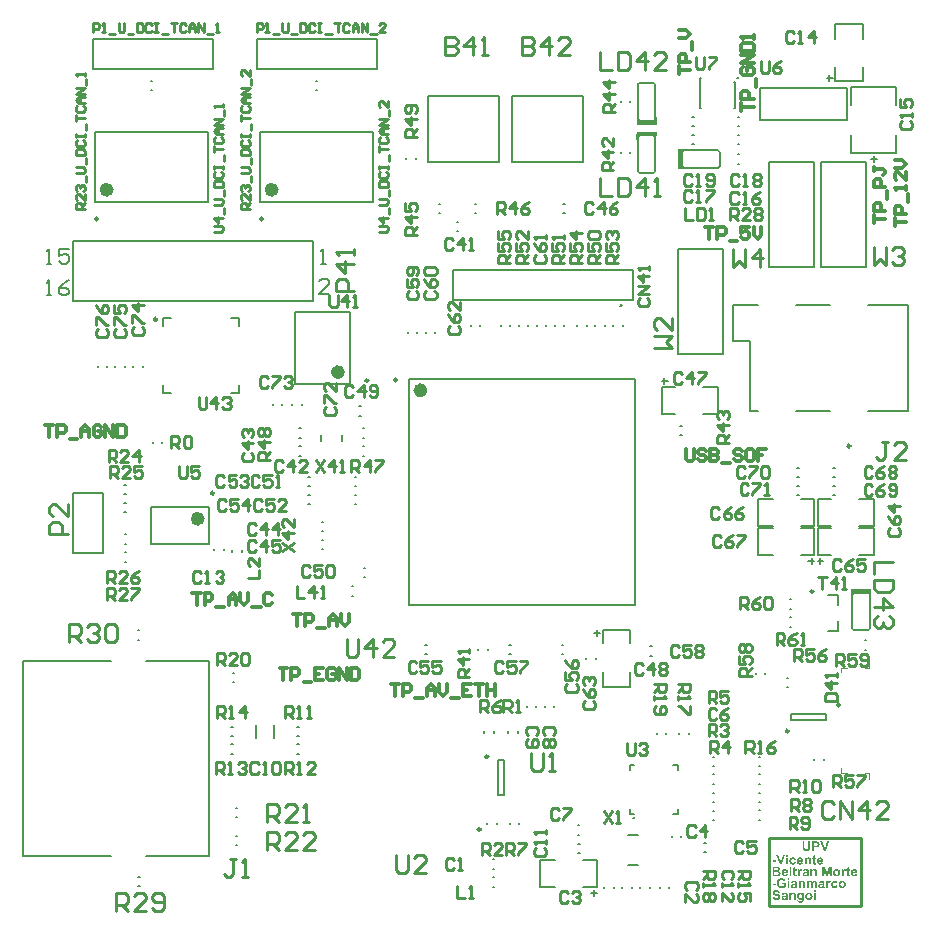
<source format=gto>
G04*
G04 #@! TF.GenerationSoftware,Altium Limited,Altium Designer,21.2.0 (30)*
G04*
G04 Layer_Color=65535*
%FSLAX42Y42*%
%MOMM*%
G71*
G04*
G04 #@! TF.SameCoordinates,ABD0CF57-3E98-4FB8-AFFA-8217F09E1CE7*
G04*
G04*
G04 #@! TF.FilePolarity,Positive*
G04*
G01*
G75*
%ADD10C,0.25*%
%ADD11C,0.60*%
%ADD12C,0.20*%
%ADD13C,0.25*%
%ADD14C,0.20*%
%ADD15C,0.13*%
%ADD16C,0.15*%
%ADD17C,0.10*%
%ADD18C,0.38*%
%ADD19R,0.58X0.17*%
%ADD20R,0.46X1.70*%
%ADD21R,0.65X0.19*%
%ADD22R,0.17X0.58*%
%ADD23R,1.70X0.46*%
%ADD24R,0.19X0.65*%
G36*
X6328Y532D02*
X6313D01*
Y546D01*
X6328D01*
Y532D01*
D02*
G37*
G36*
X6506Y525D02*
X6508Y525D01*
X6509Y525D01*
X6510Y524D01*
X6512Y524D01*
X6514Y523D01*
X6514Y523D01*
X6514Y523D01*
X6515Y523D01*
X6516Y522D01*
X6517Y521D01*
X6518Y520D01*
X6519Y519D01*
X6520Y518D01*
X6520Y518D01*
X6521Y518D01*
X6521Y517D01*
X6521Y517D01*
X6522Y516D01*
X6523Y514D01*
X6523Y513D01*
X6523Y512D01*
Y512D01*
X6523Y511D01*
X6524Y510D01*
X6524Y509D01*
X6524Y508D01*
X6524Y506D01*
X6524Y504D01*
Y501D01*
Y465D01*
X6509D01*
Y495D01*
Y495D01*
Y495D01*
Y496D01*
Y496D01*
Y497D01*
Y498D01*
X6509Y500D01*
X6508Y502D01*
X6508Y504D01*
X6508Y506D01*
X6508Y507D01*
X6508Y507D01*
Y507D01*
X6507Y508D01*
X6507Y508D01*
X6507Y509D01*
X6506Y510D01*
X6505Y511D01*
X6504Y511D01*
X6504Y512D01*
X6504Y512D01*
X6504Y512D01*
X6503Y512D01*
X6502Y513D01*
X6501Y513D01*
X6500Y513D01*
X6499Y513D01*
X6498D01*
X6498Y513D01*
X6497Y513D01*
X6495Y513D01*
X6494Y512D01*
X6493Y512D01*
X6492Y511D01*
X6492Y511D01*
X6491Y511D01*
X6491Y510D01*
X6490Y509D01*
X6489Y508D01*
X6489Y507D01*
X6488Y506D01*
X6487Y505D01*
Y505D01*
X6487Y504D01*
X6487Y503D01*
X6487Y502D01*
X6487Y501D01*
X6487Y500D01*
X6486Y499D01*
Y498D01*
X6486Y496D01*
X6486Y495D01*
Y493D01*
Y491D01*
Y465D01*
X6471D01*
Y524D01*
X6485D01*
Y515D01*
X6485Y515D01*
X6485Y516D01*
X6486Y516D01*
X6486Y517D01*
X6487Y517D01*
X6488Y518D01*
X6489Y519D01*
X6490Y520D01*
X6492Y521D01*
X6493Y522D01*
X6495Y523D01*
X6496Y524D01*
X6498Y524D01*
X6500Y525D01*
X6502Y525D01*
X6504Y525D01*
X6505D01*
X6506Y525D01*
D02*
G37*
G36*
X6371D02*
X6372D01*
X6373Y525D01*
X6374Y525D01*
X6376Y525D01*
X6378Y524D01*
X6381Y523D01*
X6384Y522D01*
X6387Y520D01*
X6387D01*
X6387Y520D01*
X6387Y520D01*
X6388Y520D01*
X6389Y519D01*
X6390Y517D01*
X6392Y515D01*
X6393Y513D01*
X6395Y510D01*
X6396Y507D01*
X6380Y504D01*
Y504D01*
X6380Y504D01*
X6380Y505D01*
X6380Y506D01*
X6379Y507D01*
X6378Y509D01*
X6378Y510D01*
X6377Y511D01*
X6377Y511D01*
X6376Y511D01*
X6376Y511D01*
X6375Y512D01*
X6374Y512D01*
X6373Y513D01*
X6371Y513D01*
X6370Y513D01*
X6369D01*
X6369Y513D01*
X6368Y513D01*
X6366Y512D01*
X6365Y512D01*
X6363Y511D01*
X6362Y510D01*
X6360Y509D01*
X6360Y509D01*
X6360Y508D01*
X6359Y507D01*
X6359Y506D01*
X6358Y504D01*
X6358Y503D01*
X6358Y502D01*
X6357Y500D01*
X6357Y499D01*
X6357Y497D01*
Y495D01*
Y495D01*
Y495D01*
Y494D01*
X6357Y494D01*
Y493D01*
X6357Y492D01*
X6357Y490D01*
X6358Y487D01*
X6358Y485D01*
X6359Y482D01*
X6360Y481D01*
X6360Y481D01*
X6361Y480D01*
X6361Y480D01*
X6362Y479D01*
X6363Y478D01*
X6364Y478D01*
X6366Y477D01*
X6368Y477D01*
X6370Y476D01*
X6371D01*
X6371Y476D01*
X6372Y477D01*
X6374Y477D01*
X6375Y477D01*
X6376Y478D01*
X6377Y479D01*
X6377Y479D01*
X6378Y479D01*
X6378Y480D01*
X6379Y481D01*
X6379Y482D01*
X6380Y483D01*
X6381Y485D01*
X6381Y487D01*
X6397Y485D01*
Y485D01*
X6396Y484D01*
X6396Y484D01*
X6396Y483D01*
X6396Y482D01*
X6395Y481D01*
X6394Y479D01*
X6393Y476D01*
X6392Y474D01*
X6390Y471D01*
X6388Y470D01*
X6387Y469D01*
X6387D01*
X6387Y469D01*
X6387Y468D01*
X6386Y468D01*
X6385Y468D01*
X6385Y467D01*
X6384Y467D01*
X6382Y466D01*
X6381Y466D01*
X6380Y465D01*
X6378Y465D01*
X6377Y464D01*
X6375Y464D01*
X6373Y464D01*
X6371Y464D01*
X6369Y464D01*
X6368D01*
X6367Y464D01*
X6366Y464D01*
X6365Y464D01*
X6363Y464D01*
X6362Y465D01*
X6360Y465D01*
X6358Y466D01*
X6357Y466D01*
X6355Y467D01*
X6353Y468D01*
X6352Y469D01*
X6350Y470D01*
X6349Y472D01*
X6349Y472D01*
X6348Y472D01*
X6348Y473D01*
X6347Y473D01*
X6347Y474D01*
X6346Y475D01*
X6346Y476D01*
X6345Y478D01*
X6344Y479D01*
X6343Y481D01*
X6343Y483D01*
X6342Y485D01*
X6342Y487D01*
X6341Y489D01*
X6341Y492D01*
X6341Y494D01*
Y494D01*
Y495D01*
Y496D01*
X6341Y497D01*
X6341Y498D01*
X6341Y499D01*
X6342Y501D01*
X6342Y503D01*
X6343Y506D01*
X6343Y508D01*
X6344Y510D01*
X6345Y512D01*
X6346Y514D01*
X6347Y515D01*
X6349Y517D01*
X6349Y517D01*
X6349Y517D01*
X6349Y518D01*
X6350Y518D01*
X6351Y519D01*
X6352Y519D01*
X6353Y520D01*
X6354Y521D01*
X6356Y522D01*
X6357Y523D01*
X6359Y523D01*
X6361Y524D01*
X6363Y524D01*
X6365Y525D01*
X6367Y525D01*
X6369Y525D01*
X6370D01*
X6371Y525D01*
D02*
G37*
G36*
X6228Y487D02*
X6198D01*
Y502D01*
X6228D01*
Y487D01*
D02*
G37*
G36*
X6276Y465D02*
X6258D01*
X6229Y546D01*
X6247D01*
X6267Y486D01*
X6287Y546D01*
X6305D01*
X6276Y465D01*
D02*
G37*
G36*
X6328D02*
X6313D01*
Y524D01*
X6328D01*
Y465D01*
D02*
G37*
G36*
X6602Y525D02*
X6604Y525D01*
X6605Y525D01*
X6606Y524D01*
X6608Y524D01*
X6609Y524D01*
X6611Y523D01*
X6613Y522D01*
X6615Y521D01*
X6616Y520D01*
X6618Y519D01*
X6619Y518D01*
X6621Y516D01*
X6621Y516D01*
X6621Y516D01*
X6622Y515D01*
X6622Y515D01*
X6623Y514D01*
X6623Y513D01*
X6624Y511D01*
X6625Y510D01*
X6625Y508D01*
X6626Y506D01*
X6627Y504D01*
X6627Y501D01*
X6628Y499D01*
X6628Y496D01*
X6628Y493D01*
Y490D01*
X6589D01*
Y490D01*
Y489D01*
Y489D01*
X6589Y489D01*
X6590Y487D01*
X6590Y486D01*
X6590Y484D01*
X6591Y482D01*
X6592Y481D01*
X6593Y479D01*
X6593Y479D01*
X6594Y478D01*
X6594Y478D01*
X6595Y477D01*
X6597Y476D01*
X6598Y476D01*
X6600Y475D01*
X6602Y475D01*
X6603D01*
X6603Y475D01*
X6604Y475D01*
X6605Y476D01*
X6606Y476D01*
X6607Y477D01*
X6608Y477D01*
X6608Y477D01*
X6609Y478D01*
X6609Y478D01*
X6609Y479D01*
X6610Y480D01*
X6611Y481D01*
X6611Y482D01*
X6612Y484D01*
X6627Y481D01*
Y481D01*
X6627Y481D01*
X6627Y480D01*
X6627Y480D01*
X6627Y479D01*
X6626Y478D01*
X6625Y476D01*
X6624Y474D01*
X6622Y472D01*
X6620Y470D01*
X6618Y468D01*
X6618D01*
X6618Y468D01*
X6617Y468D01*
X6617Y467D01*
X6616Y467D01*
X6615Y467D01*
X6615Y466D01*
X6613Y466D01*
X6611Y465D01*
X6608Y464D01*
X6605Y464D01*
X6602Y464D01*
X6601D01*
X6600Y464D01*
X6599D01*
X6598Y464D01*
X6597Y464D01*
X6595Y464D01*
X6593Y465D01*
X6591Y465D01*
X6590Y466D01*
X6588Y467D01*
X6586Y468D01*
X6584Y469D01*
X6582Y470D01*
X6581Y472D01*
X6579Y474D01*
X6579Y474D01*
X6579Y474D01*
X6579Y474D01*
X6578Y475D01*
X6578Y476D01*
X6577Y477D01*
X6577Y478D01*
X6576Y479D01*
X6576Y481D01*
X6575Y482D01*
X6575Y484D01*
X6574Y486D01*
X6574Y487D01*
X6574Y489D01*
X6573Y492D01*
X6573Y494D01*
Y494D01*
Y494D01*
Y495D01*
X6573Y496D01*
X6574Y498D01*
X6574Y499D01*
X6574Y500D01*
X6574Y502D01*
X6575Y506D01*
X6576Y508D01*
X6577Y510D01*
X6577Y512D01*
X6579Y513D01*
X6580Y515D01*
X6581Y517D01*
X6581Y517D01*
X6581Y517D01*
X6582Y518D01*
X6582Y518D01*
X6583Y519D01*
X6584Y519D01*
X6585Y520D01*
X6586Y521D01*
X6588Y522D01*
X6589Y523D01*
X6591Y523D01*
X6592Y524D01*
X6594Y524D01*
X6596Y525D01*
X6598Y525D01*
X6600Y525D01*
X6602D01*
X6602Y525D01*
D02*
G37*
G36*
X6556Y524D02*
X6567D01*
Y511D01*
X6556D01*
Y488D01*
Y487D01*
Y487D01*
Y487D01*
Y486D01*
Y485D01*
Y484D01*
X6557Y482D01*
Y481D01*
Y480D01*
X6557Y479D01*
Y479D01*
X6557Y479D01*
X6557Y479D01*
X6557Y478D01*
X6558Y477D01*
X6558Y477D01*
X6559Y477D01*
X6560Y477D01*
X6561Y477D01*
X6561D01*
X6562Y477D01*
X6562Y477D01*
X6563Y477D01*
X6564Y477D01*
X6566Y477D01*
X6567Y478D01*
X6568Y466D01*
X6568D01*
X6568Y466D01*
X6567Y465D01*
X6566Y465D01*
X6565Y465D01*
X6563Y464D01*
X6561Y464D01*
X6559Y464D01*
X6556Y464D01*
X6555D01*
X6555Y464D01*
X6554Y464D01*
X6552Y464D01*
X6551Y464D01*
X6550Y465D01*
X6548Y465D01*
X6548Y465D01*
X6548Y465D01*
X6547Y466D01*
X6547Y466D01*
X6545Y467D01*
X6544Y468D01*
X6543Y469D01*
X6543Y469D01*
X6543Y469D01*
X6543Y470D01*
X6543Y470D01*
X6542Y471D01*
X6542Y472D01*
X6542Y473D01*
X6541Y475D01*
Y475D01*
X6541Y475D01*
Y476D01*
X6541Y477D01*
X6541Y479D01*
Y481D01*
X6541Y482D01*
Y483D01*
Y484D01*
Y486D01*
Y511D01*
X6534D01*
Y524D01*
X6541D01*
Y536D01*
X6556Y545D01*
Y524D01*
D02*
G37*
G36*
X6432Y525D02*
X6433Y525D01*
X6435Y525D01*
X6436Y524D01*
X6437Y524D01*
X6439Y524D01*
X6441Y523D01*
X6443Y522D01*
X6444Y521D01*
X6446Y520D01*
X6448Y519D01*
X6449Y518D01*
X6451Y516D01*
X6451Y516D01*
X6451Y516D01*
X6451Y515D01*
X6452Y515D01*
X6452Y514D01*
X6453Y513D01*
X6454Y511D01*
X6454Y510D01*
X6455Y508D01*
X6456Y506D01*
X6456Y504D01*
X6457Y501D01*
X6457Y499D01*
X6458Y496D01*
X6458Y493D01*
Y490D01*
X6419D01*
Y490D01*
Y489D01*
Y489D01*
X6419Y489D01*
X6419Y487D01*
X6420Y486D01*
X6420Y484D01*
X6421Y482D01*
X6421Y481D01*
X6423Y479D01*
X6423Y479D01*
X6423Y478D01*
X6424Y478D01*
X6425Y477D01*
X6426Y476D01*
X6428Y476D01*
X6430Y475D01*
X6432Y475D01*
X6432D01*
X6433Y475D01*
X6434Y475D01*
X6435Y476D01*
X6436Y476D01*
X6437Y477D01*
X6438Y477D01*
X6438Y477D01*
X6438Y478D01*
X6439Y478D01*
X6439Y479D01*
X6440Y480D01*
X6441Y481D01*
X6441Y482D01*
X6442Y484D01*
X6457Y481D01*
Y481D01*
X6457Y481D01*
X6457Y480D01*
X6457Y480D01*
X6456Y479D01*
X6456Y478D01*
X6455Y476D01*
X6454Y474D01*
X6452Y472D01*
X6450Y470D01*
X6448Y468D01*
X6448D01*
X6447Y468D01*
X6447Y468D01*
X6446Y467D01*
X6446Y467D01*
X6445Y467D01*
X6444Y466D01*
X6443Y466D01*
X6441Y465D01*
X6438Y464D01*
X6435Y464D01*
X6432Y464D01*
X6431D01*
X6430Y464D01*
X6429D01*
X6428Y464D01*
X6426Y464D01*
X6425Y464D01*
X6423Y465D01*
X6421Y465D01*
X6419Y466D01*
X6417Y467D01*
X6416Y468D01*
X6414Y469D01*
X6412Y470D01*
X6410Y472D01*
X6409Y474D01*
X6409Y474D01*
X6409Y474D01*
X6408Y474D01*
X6408Y475D01*
X6408Y476D01*
X6407Y477D01*
X6406Y478D01*
X6406Y479D01*
X6405Y481D01*
X6405Y482D01*
X6404Y484D01*
X6404Y486D01*
X6404Y487D01*
X6403Y489D01*
X6403Y492D01*
X6403Y494D01*
Y494D01*
Y494D01*
Y495D01*
X6403Y496D01*
X6403Y498D01*
X6403Y499D01*
X6404Y500D01*
X6404Y502D01*
X6405Y506D01*
X6406Y508D01*
X6406Y510D01*
X6407Y512D01*
X6408Y513D01*
X6409Y515D01*
X6411Y517D01*
X6411Y517D01*
X6411Y517D01*
X6412Y518D01*
X6412Y518D01*
X6413Y519D01*
X6414Y519D01*
X6415Y520D01*
X6416Y521D01*
X6417Y522D01*
X6419Y523D01*
X6420Y523D01*
X6422Y524D01*
X6424Y524D01*
X6426Y525D01*
X6428Y525D01*
X6430Y525D01*
X6431D01*
X6432Y525D01*
D02*
G37*
G36*
X6813Y426D02*
X6814Y426D01*
X6816Y426D01*
X6818Y425D01*
X6819Y424D01*
X6821Y423D01*
X6816Y410D01*
X6816Y410D01*
X6816Y410D01*
X6815Y411D01*
X6814Y411D01*
X6813Y412D01*
X6812Y412D01*
X6810Y412D01*
X6809Y412D01*
X6809D01*
X6808Y412D01*
X6807Y412D01*
X6806Y412D01*
X6805Y412D01*
X6805Y411D01*
X6804Y411D01*
X6803Y410D01*
X6803Y410D01*
X6803Y410D01*
X6802Y409D01*
X6802Y408D01*
X6801Y407D01*
X6801Y406D01*
X6800Y404D01*
Y404D01*
X6800Y403D01*
X6800Y403D01*
Y402D01*
X6800Y402D01*
X6800Y401D01*
X6799Y400D01*
X6799Y399D01*
X6799Y397D01*
X6799Y395D01*
Y394D01*
X6799Y392D01*
X6799Y389D01*
Y387D01*
Y384D01*
Y366D01*
X6783D01*
Y425D01*
X6798D01*
Y417D01*
X6798Y417D01*
X6798Y418D01*
X6799Y419D01*
X6800Y420D01*
X6801Y421D01*
X6802Y422D01*
X6803Y424D01*
X6804Y424D01*
X6804Y425D01*
X6805Y425D01*
X6805Y425D01*
X6806Y425D01*
X6807Y426D01*
X6808Y426D01*
X6810Y426D01*
X6811Y426D01*
X6812D01*
X6813Y426D01*
D02*
G37*
G36*
X6441D02*
X6442Y426D01*
X6444Y426D01*
X6446Y425D01*
X6447Y424D01*
X6449Y423D01*
X6444Y410D01*
X6444Y410D01*
X6444Y410D01*
X6443Y411D01*
X6442Y411D01*
X6441Y412D01*
X6440Y412D01*
X6438Y412D01*
X6437Y412D01*
X6437D01*
X6436Y412D01*
X6435Y412D01*
X6434Y412D01*
X6433Y412D01*
X6432Y411D01*
X6431Y411D01*
X6431Y410D01*
X6431Y410D01*
X6431Y410D01*
X6430Y409D01*
X6430Y408D01*
X6429Y407D01*
X6428Y406D01*
X6428Y404D01*
Y404D01*
X6428Y403D01*
X6428Y403D01*
Y402D01*
X6428Y402D01*
X6427Y401D01*
X6427Y400D01*
X6427Y399D01*
X6427Y397D01*
X6427Y395D01*
Y394D01*
X6427Y392D01*
X6427Y389D01*
Y387D01*
Y384D01*
Y366D01*
X6411D01*
Y425D01*
X6426D01*
Y417D01*
X6426Y417D01*
X6426Y418D01*
X6427Y419D01*
X6428Y420D01*
X6429Y421D01*
X6430Y422D01*
X6431Y424D01*
X6432Y424D01*
X6432Y425D01*
X6433Y425D01*
X6433Y425D01*
X6434Y425D01*
X6435Y426D01*
X6436Y426D01*
X6437Y426D01*
X6439Y426D01*
X6440D01*
X6441Y426D01*
D02*
G37*
G36*
X6555D02*
X6556Y426D01*
X6557Y426D01*
X6559Y426D01*
X6560Y425D01*
X6562Y424D01*
X6562Y424D01*
X6563Y424D01*
X6564Y424D01*
X6565Y423D01*
X6566Y422D01*
X6567Y422D01*
X6568Y421D01*
X6569Y420D01*
X6569Y420D01*
X6569Y419D01*
X6569Y419D01*
X6570Y418D01*
X6570Y417D01*
X6571Y416D01*
X6571Y415D01*
X6572Y413D01*
Y413D01*
X6572Y412D01*
X6572Y412D01*
X6572Y410D01*
X6572Y409D01*
X6573Y407D01*
X6573Y405D01*
Y403D01*
Y366D01*
X6557D01*
Y396D01*
Y396D01*
Y397D01*
Y397D01*
Y398D01*
Y398D01*
Y399D01*
X6557Y401D01*
X6557Y403D01*
X6557Y405D01*
X6556Y407D01*
X6556Y408D01*
X6556Y408D01*
Y409D01*
X6556Y409D01*
X6556Y409D01*
X6555Y410D01*
X6554Y411D01*
X6554Y412D01*
X6553Y413D01*
X6553Y413D01*
X6552Y413D01*
X6552Y413D01*
X6551Y414D01*
X6550Y414D01*
X6550Y414D01*
X6548Y414D01*
X6547Y414D01*
X6547D01*
X6546Y414D01*
X6545Y414D01*
X6544Y414D01*
X6543Y413D01*
X6541Y413D01*
X6540Y412D01*
X6540Y412D01*
X6540Y412D01*
X6539Y411D01*
X6538Y411D01*
X6538Y410D01*
X6537Y409D01*
X6536Y407D01*
X6536Y406D01*
Y406D01*
X6535Y405D01*
X6535Y405D01*
X6535Y403D01*
X6535Y402D01*
X6535Y401D01*
X6535Y400D01*
Y399D01*
X6535Y398D01*
X6535Y396D01*
Y394D01*
Y393D01*
Y366D01*
X6519D01*
Y425D01*
X6533D01*
Y416D01*
X6533Y417D01*
X6534Y417D01*
X6534Y417D01*
X6535Y418D01*
X6535Y419D01*
X6536Y420D01*
X6537Y420D01*
X6539Y421D01*
X6540Y422D01*
X6541Y423D01*
X6543Y424D01*
X6545Y425D01*
X6547Y425D01*
X6548Y426D01*
X6551Y426D01*
X6553Y426D01*
X6554D01*
X6555Y426D01*
D02*
G37*
G36*
X6698Y366D02*
X6683D01*
X6683Y430D01*
X6667Y366D01*
X6651D01*
X6635Y430D01*
Y366D01*
X6620D01*
Y447D01*
X6644D01*
X6659Y392D01*
X6673Y447D01*
X6698D01*
Y366D01*
D02*
G37*
G36*
X6481Y426D02*
X6482D01*
X6485Y426D01*
X6487Y426D01*
X6490Y425D01*
X6492Y425D01*
X6493Y424D01*
X6494Y424D01*
X6494D01*
X6495Y424D01*
X6495Y423D01*
X6496Y423D01*
X6497Y422D01*
X6498Y421D01*
X6500Y420D01*
X6501Y419D01*
X6502Y418D01*
X6502Y417D01*
X6502Y417D01*
X6502Y416D01*
X6502Y415D01*
X6503Y414D01*
X6503Y414D01*
X6503Y413D01*
X6503Y411D01*
X6503Y410D01*
X6504Y409D01*
X6504Y407D01*
X6504Y405D01*
Y404D01*
X6504Y385D01*
Y385D01*
Y385D01*
Y385D01*
Y384D01*
Y383D01*
X6504Y381D01*
Y379D01*
X6504Y377D01*
X6504Y375D01*
X6504Y374D01*
Y374D01*
X6504Y373D01*
X6505Y372D01*
X6505Y372D01*
X6505Y370D01*
X6506Y369D01*
X6506Y368D01*
X6507Y366D01*
X6492D01*
Y366D01*
X6492Y366D01*
X6491Y367D01*
X6491Y367D01*
X6491Y368D01*
X6491Y369D01*
X6491Y370D01*
X6490Y371D01*
Y371D01*
X6490Y371D01*
X6490Y371D01*
X6490Y372D01*
X6490Y372D01*
X6489Y372D01*
X6489Y372D01*
X6488Y371D01*
X6487Y370D01*
X6486Y369D01*
X6484Y368D01*
X6483Y368D01*
X6481Y367D01*
X6481Y367D01*
X6480Y367D01*
X6479Y366D01*
X6478Y366D01*
X6477Y365D01*
X6475Y365D01*
X6473Y365D01*
X6471Y365D01*
X6470D01*
X6470Y365D01*
X6469D01*
X6468Y365D01*
X6466Y365D01*
X6464Y366D01*
X6461Y367D01*
X6459Y368D01*
X6457Y370D01*
Y370D01*
X6457Y370D01*
X6456Y371D01*
X6455Y372D01*
X6454Y373D01*
X6453Y375D01*
X6453Y377D01*
X6452Y379D01*
X6452Y381D01*
X6452Y382D01*
Y382D01*
Y383D01*
X6452Y384D01*
X6452Y385D01*
X6452Y386D01*
X6453Y388D01*
X6453Y389D01*
X6454Y391D01*
X6454Y391D01*
X6455Y392D01*
X6455Y392D01*
X6456Y393D01*
X6457Y394D01*
X6458Y395D01*
X6459Y396D01*
X6461Y397D01*
X6461Y397D01*
X6462Y397D01*
X6462Y398D01*
X6464Y398D01*
X6466Y399D01*
X6468Y399D01*
X6470Y400D01*
X6473Y401D01*
X6473D01*
X6474Y401D01*
X6474Y401D01*
X6475Y401D01*
X6476Y401D01*
X6477Y401D01*
X6479Y402D01*
X6482Y402D01*
X6484Y403D01*
X6487Y404D01*
X6488Y404D01*
X6488Y404D01*
Y406D01*
Y406D01*
Y407D01*
X6488Y407D01*
X6488Y409D01*
X6488Y410D01*
X6487Y411D01*
X6487Y412D01*
X6486Y412D01*
X6486Y413D01*
X6486Y413D01*
X6485Y413D01*
X6484Y413D01*
X6483Y414D01*
X6482Y414D01*
X6480Y414D01*
X6478Y414D01*
X6477D01*
X6476Y414D01*
X6475Y414D01*
X6474Y414D01*
X6473Y414D01*
X6472Y413D01*
X6471Y413D01*
X6471Y413D01*
X6471Y412D01*
X6470Y412D01*
X6470Y411D01*
X6469Y411D01*
X6469Y409D01*
X6468Y408D01*
X6467Y407D01*
X6453Y409D01*
Y410D01*
X6454Y410D01*
X6454Y410D01*
X6454Y411D01*
X6454Y412D01*
X6454Y412D01*
X6455Y414D01*
X6456Y416D01*
X6458Y418D01*
X6460Y420D01*
X6462Y422D01*
X6462D01*
X6462Y422D01*
X6462Y422D01*
X6463Y423D01*
X6463Y423D01*
X6464Y423D01*
X6465Y424D01*
X6466Y424D01*
X6467Y425D01*
X6468Y425D01*
X6470Y425D01*
X6471Y426D01*
X6473Y426D01*
X6475Y426D01*
X6477Y426D01*
X6481D01*
X6481Y426D01*
D02*
G37*
G36*
X6358Y366D02*
X6342D01*
Y447D01*
X6358D01*
Y366D01*
D02*
G37*
G36*
X6235Y447D02*
X6238Y447D01*
X6240Y447D01*
X6242Y447D01*
X6244Y447D01*
X6245D01*
X6245Y446D01*
X6246Y446D01*
X6247Y446D01*
X6248Y445D01*
X6250Y445D01*
X6251Y444D01*
X6253Y443D01*
X6253Y443D01*
X6253Y443D01*
X6254Y442D01*
X6255Y441D01*
X6256Y440D01*
X6257Y439D01*
X6258Y438D01*
X6259Y436D01*
X6259Y436D01*
X6259Y436D01*
X6260Y435D01*
X6260Y434D01*
X6261Y432D01*
X6261Y431D01*
X6261Y429D01*
X6262Y427D01*
Y427D01*
Y427D01*
Y426D01*
X6261Y425D01*
X6261Y423D01*
X6261Y422D01*
X6260Y420D01*
X6259Y418D01*
X6258Y416D01*
X6258Y416D01*
X6258Y416D01*
X6257Y415D01*
X6256Y414D01*
X6255Y413D01*
X6254Y411D01*
X6252Y410D01*
X6250Y409D01*
X6250D01*
X6251Y409D01*
X6251Y409D01*
X6251Y409D01*
X6253Y408D01*
X6254Y407D01*
X6256Y407D01*
X6258Y405D01*
X6260Y404D01*
X6262Y402D01*
X6262Y402D01*
X6262Y401D01*
X6263Y400D01*
X6264Y398D01*
X6264Y397D01*
X6265Y395D01*
X6265Y392D01*
X6266Y390D01*
Y390D01*
Y389D01*
Y389D01*
X6265Y388D01*
X6265Y386D01*
X6265Y385D01*
X6264Y383D01*
X6264Y381D01*
X6263Y379D01*
X6263Y379D01*
X6262Y378D01*
X6262Y377D01*
X6261Y376D01*
X6260Y374D01*
X6259Y373D01*
X6258Y372D01*
X6256Y370D01*
X6256Y370D01*
X6255Y370D01*
X6254Y369D01*
X6253Y369D01*
X6251Y368D01*
X6249Y368D01*
X6247Y367D01*
X6245Y367D01*
X6244D01*
X6244Y367D01*
X6243D01*
X6242Y366D01*
X6240D01*
X6238Y366D01*
X6235D01*
X6233Y366D01*
X6198D01*
Y447D01*
X6233D01*
X6235Y447D01*
D02*
G37*
G36*
X6890Y426D02*
X6891Y426D01*
X6893Y426D01*
X6894Y426D01*
X6896Y425D01*
X6897Y425D01*
X6899Y424D01*
X6901Y424D01*
X6903Y423D01*
X6904Y422D01*
X6906Y420D01*
X6907Y419D01*
X6909Y418D01*
X6909Y417D01*
X6909Y417D01*
X6910Y417D01*
X6910Y416D01*
X6911Y415D01*
X6911Y414D01*
X6912Y413D01*
X6913Y411D01*
X6913Y409D01*
X6914Y407D01*
X6915Y405D01*
X6915Y403D01*
X6916Y400D01*
X6916Y397D01*
X6916Y394D01*
Y391D01*
X6877D01*
Y391D01*
Y391D01*
Y390D01*
X6877Y390D01*
X6878Y389D01*
X6878Y387D01*
X6878Y385D01*
X6879Y384D01*
X6880Y382D01*
X6881Y380D01*
X6881Y380D01*
X6882Y380D01*
X6882Y379D01*
X6883Y378D01*
X6885Y378D01*
X6886Y377D01*
X6888Y377D01*
X6890Y376D01*
X6891D01*
X6891Y377D01*
X6892Y377D01*
X6893Y377D01*
X6894Y377D01*
X6895Y378D01*
X6896Y378D01*
X6896Y379D01*
X6897Y379D01*
X6897Y379D01*
X6897Y380D01*
X6898Y381D01*
X6899Y382D01*
X6899Y383D01*
X6900Y385D01*
X6915Y382D01*
Y382D01*
X6915Y382D01*
X6915Y382D01*
X6915Y381D01*
X6914Y380D01*
X6914Y379D01*
X6913Y378D01*
X6912Y375D01*
X6910Y373D01*
X6908Y371D01*
X6906Y369D01*
X6906D01*
X6906Y369D01*
X6905Y369D01*
X6905Y369D01*
X6904Y368D01*
X6903Y368D01*
X6903Y368D01*
X6901Y367D01*
X6899Y366D01*
X6896Y366D01*
X6893Y365D01*
X6890Y365D01*
X6889D01*
X6888Y365D01*
X6887D01*
X6886Y365D01*
X6885Y365D01*
X6883Y366D01*
X6881Y366D01*
X6879Y367D01*
X6878Y367D01*
X6876Y368D01*
X6874Y369D01*
X6872Y370D01*
X6870Y372D01*
X6869Y373D01*
X6867Y375D01*
X6867Y375D01*
X6867Y375D01*
X6867Y376D01*
X6866Y376D01*
X6866Y377D01*
X6865Y378D01*
X6865Y379D01*
X6864Y380D01*
X6864Y382D01*
X6863Y383D01*
X6863Y385D01*
X6862Y387D01*
X6862Y389D01*
X6862Y391D01*
X6861Y393D01*
X6861Y395D01*
Y395D01*
Y396D01*
Y397D01*
X6861Y398D01*
X6862Y399D01*
X6862Y400D01*
X6862Y402D01*
X6862Y403D01*
X6863Y407D01*
X6864Y409D01*
X6864Y411D01*
X6865Y413D01*
X6866Y415D01*
X6868Y416D01*
X6869Y418D01*
X6869Y418D01*
X6869Y418D01*
X6870Y419D01*
X6870Y419D01*
X6871Y420D01*
X6872Y421D01*
X6873Y421D01*
X6874Y422D01*
X6876Y423D01*
X6877Y424D01*
X6879Y424D01*
X6880Y425D01*
X6882Y426D01*
X6884Y426D01*
X6886Y426D01*
X6888Y426D01*
X6889D01*
X6890Y426D01*
D02*
G37*
G36*
X6844Y425D02*
X6855D01*
Y413D01*
X6844D01*
Y389D01*
Y389D01*
Y388D01*
Y388D01*
Y388D01*
Y386D01*
Y385D01*
X6845Y384D01*
Y382D01*
Y381D01*
X6845Y381D01*
Y380D01*
X6845Y380D01*
X6845Y380D01*
X6845Y379D01*
X6846Y378D01*
X6846Y378D01*
X6847Y378D01*
X6848Y378D01*
X6849Y378D01*
X6849D01*
X6850Y378D01*
X6850Y378D01*
X6851Y378D01*
X6852Y378D01*
X6854Y379D01*
X6855Y379D01*
X6856Y367D01*
X6856D01*
X6856Y367D01*
X6855Y367D01*
X6854Y366D01*
X6853Y366D01*
X6851Y366D01*
X6849Y365D01*
X6847Y365D01*
X6844Y365D01*
X6843D01*
X6843Y365D01*
X6841Y365D01*
X6840Y365D01*
X6839Y365D01*
X6838Y366D01*
X6836Y366D01*
X6836Y366D01*
X6836Y367D01*
X6835Y367D01*
X6835Y367D01*
X6833Y368D01*
X6832Y369D01*
X6831Y370D01*
X6831Y370D01*
X6831Y370D01*
X6831Y371D01*
X6831Y372D01*
X6830Y372D01*
X6830Y373D01*
X6830Y375D01*
X6829Y376D01*
Y376D01*
X6829Y376D01*
Y377D01*
X6829Y378D01*
X6829Y380D01*
Y382D01*
X6829Y383D01*
Y384D01*
Y385D01*
Y387D01*
Y413D01*
X6822D01*
Y425D01*
X6829D01*
Y437D01*
X6844Y446D01*
Y425D01*
D02*
G37*
G36*
X6744Y426D02*
X6745Y426D01*
X6746Y426D01*
X6747Y426D01*
X6749Y425D01*
X6751Y425D01*
X6753Y424D01*
X6754Y424D01*
X6756Y423D01*
X6758Y422D01*
X6760Y420D01*
X6762Y419D01*
X6763Y418D01*
X6763Y418D01*
X6764Y417D01*
X6764Y417D01*
X6765Y416D01*
X6765Y415D01*
X6766Y414D01*
X6767Y413D01*
X6768Y412D01*
X6768Y410D01*
X6769Y409D01*
X6770Y407D01*
X6770Y405D01*
X6771Y403D01*
X6771Y401D01*
X6772Y398D01*
X6772Y396D01*
Y396D01*
Y395D01*
Y394D01*
X6772Y394D01*
X6772Y392D01*
X6771Y391D01*
X6771Y390D01*
X6771Y388D01*
X6770Y386D01*
X6770Y384D01*
X6769Y383D01*
X6768Y381D01*
X6767Y379D01*
X6766Y377D01*
X6765Y375D01*
X6763Y374D01*
X6763Y373D01*
X6763Y373D01*
X6762Y373D01*
X6762Y372D01*
X6761Y372D01*
X6760Y371D01*
X6759Y370D01*
X6757Y369D01*
X6756Y368D01*
X6754Y368D01*
X6752Y367D01*
X6750Y366D01*
X6748Y366D01*
X6746Y365D01*
X6744Y365D01*
X6741Y365D01*
X6741D01*
X6740Y365D01*
X6739D01*
X6738Y365D01*
X6736Y365D01*
X6734Y366D01*
X6731Y366D01*
X6729Y367D01*
X6726Y369D01*
X6726D01*
X6726Y369D01*
X6725Y369D01*
X6725Y369D01*
X6723Y370D01*
X6722Y371D01*
X6720Y373D01*
X6718Y375D01*
X6716Y377D01*
X6715Y379D01*
Y379D01*
X6715Y380D01*
X6714Y380D01*
X6714Y380D01*
X6714Y381D01*
X6714Y382D01*
X6713Y383D01*
X6713Y384D01*
X6713Y385D01*
X6712Y386D01*
X6712Y389D01*
X6711Y393D01*
X6711Y396D01*
Y397D01*
Y397D01*
Y397D01*
X6711Y398D01*
Y398D01*
X6711Y399D01*
X6711Y401D01*
X6712Y403D01*
X6713Y406D01*
X6713Y409D01*
X6715Y411D01*
Y411D01*
X6715Y412D01*
X6715Y412D01*
X6715Y413D01*
X6716Y414D01*
X6718Y415D01*
X6719Y417D01*
X6721Y419D01*
X6723Y421D01*
X6726Y422D01*
X6726D01*
X6726Y423D01*
X6726Y423D01*
X6727Y423D01*
X6727Y423D01*
X6728Y424D01*
X6729Y424D01*
X6730Y424D01*
X6732Y425D01*
X6735Y426D01*
X6738Y426D01*
X6741Y426D01*
X6743D01*
X6744Y426D01*
D02*
G37*
G36*
X6390Y425D02*
X6401D01*
Y413D01*
X6390D01*
Y389D01*
Y389D01*
Y388D01*
Y388D01*
Y388D01*
Y386D01*
Y385D01*
X6391Y384D01*
Y382D01*
Y381D01*
X6391Y381D01*
Y380D01*
X6391Y380D01*
X6391Y380D01*
X6391Y379D01*
X6392Y378D01*
X6392Y378D01*
X6393Y378D01*
X6394Y378D01*
X6395Y378D01*
X6395D01*
X6396Y378D01*
X6396Y378D01*
X6397Y378D01*
X6398Y378D01*
X6400Y379D01*
X6401Y379D01*
X6402Y367D01*
X6402D01*
X6402Y367D01*
X6401Y367D01*
X6400Y366D01*
X6399Y366D01*
X6397Y366D01*
X6395Y365D01*
X6393Y365D01*
X6390Y365D01*
X6389D01*
X6389Y365D01*
X6387Y365D01*
X6386Y365D01*
X6385Y365D01*
X6384Y366D01*
X6382Y366D01*
X6382Y366D01*
X6382Y367D01*
X6381Y367D01*
X6381Y367D01*
X6379Y368D01*
X6378Y369D01*
X6377Y370D01*
X6377Y370D01*
X6377Y370D01*
X6377Y371D01*
X6377Y372D01*
X6376Y372D01*
X6376Y373D01*
X6376Y375D01*
X6375Y376D01*
Y376D01*
X6375Y376D01*
Y377D01*
X6375Y378D01*
X6375Y380D01*
Y382D01*
X6375Y383D01*
Y384D01*
Y385D01*
Y387D01*
Y413D01*
X6368D01*
Y425D01*
X6375D01*
Y437D01*
X6390Y446D01*
Y425D01*
D02*
G37*
G36*
X6304Y426D02*
X6305Y426D01*
X6306Y426D01*
X6308Y426D01*
X6309Y425D01*
X6311Y425D01*
X6312Y424D01*
X6314Y424D01*
X6316Y423D01*
X6318Y422D01*
X6319Y420D01*
X6321Y419D01*
X6322Y418D01*
X6322Y417D01*
X6323Y417D01*
X6323Y417D01*
X6324Y416D01*
X6324Y415D01*
X6325Y414D01*
X6325Y413D01*
X6326Y411D01*
X6327Y409D01*
X6328Y407D01*
X6328Y405D01*
X6329Y403D01*
X6329Y400D01*
X6329Y397D01*
X6330Y394D01*
Y391D01*
X6291D01*
Y391D01*
Y391D01*
Y390D01*
X6291Y390D01*
X6291Y389D01*
X6291Y387D01*
X6292Y385D01*
X6292Y384D01*
X6293Y382D01*
X6294Y380D01*
X6295Y380D01*
X6295Y380D01*
X6296Y379D01*
X6297Y378D01*
X6298Y378D01*
X6300Y377D01*
X6302Y377D01*
X6303Y376D01*
X6304D01*
X6305Y377D01*
X6306Y377D01*
X6306Y377D01*
X6308Y377D01*
X6309Y378D01*
X6310Y378D01*
X6310Y379D01*
X6310Y379D01*
X6310Y379D01*
X6311Y380D01*
X6312Y381D01*
X6312Y382D01*
X6313Y383D01*
X6313Y385D01*
X6329Y382D01*
Y382D01*
X6329Y382D01*
X6329Y382D01*
X6328Y381D01*
X6328Y380D01*
X6328Y379D01*
X6327Y378D01*
X6325Y375D01*
X6324Y373D01*
X6322Y371D01*
X6319Y369D01*
X6319D01*
X6319Y369D01*
X6319Y369D01*
X6318Y369D01*
X6318Y368D01*
X6317Y368D01*
X6316Y368D01*
X6315Y367D01*
X6313Y366D01*
X6310Y366D01*
X6307Y365D01*
X6303Y365D01*
X6303D01*
X6302Y365D01*
X6301D01*
X6300Y365D01*
X6298Y365D01*
X6296Y366D01*
X6295Y366D01*
X6293Y367D01*
X6291Y367D01*
X6289Y368D01*
X6287Y369D01*
X6285Y370D01*
X6284Y372D01*
X6282Y373D01*
X6281Y375D01*
X6280Y375D01*
X6280Y375D01*
X6280Y376D01*
X6280Y376D01*
X6279Y377D01*
X6279Y378D01*
X6278Y379D01*
X6278Y380D01*
X6277Y382D01*
X6277Y383D01*
X6276Y385D01*
X6276Y387D01*
X6275Y389D01*
X6275Y391D01*
X6275Y393D01*
X6275Y395D01*
Y395D01*
Y396D01*
Y397D01*
X6275Y398D01*
X6275Y399D01*
X6275Y400D01*
X6275Y402D01*
X6276Y403D01*
X6277Y407D01*
X6277Y409D01*
X6278Y411D01*
X6279Y413D01*
X6280Y415D01*
X6281Y416D01*
X6282Y418D01*
X6283Y418D01*
X6283Y418D01*
X6283Y419D01*
X6284Y419D01*
X6285Y420D01*
X6285Y421D01*
X6287Y421D01*
X6288Y422D01*
X6289Y423D01*
X6291Y424D01*
X6292Y424D01*
X6294Y425D01*
X6296Y426D01*
X6298Y426D01*
X6300Y426D01*
X6302Y426D01*
X6303D01*
X6304Y426D01*
D02*
G37*
G36*
X6341Y333D02*
X6325D01*
Y347D01*
X6341D01*
Y333D01*
D02*
G37*
G36*
X6277Y349D02*
X6278Y348D01*
X6280Y348D01*
X6282Y348D01*
X6283Y348D01*
X6287Y347D01*
X6291Y346D01*
X6293Y345D01*
X6295Y344D01*
X6297Y343D01*
X6298Y342D01*
X6298Y342D01*
X6299Y342D01*
X6299Y342D01*
X6300Y341D01*
X6300Y341D01*
X6301Y340D01*
X6302Y339D01*
X6303Y338D01*
X6304Y337D01*
X6305Y335D01*
X6306Y334D01*
X6306Y332D01*
X6307Y331D01*
X6308Y329D01*
X6309Y327D01*
X6309Y325D01*
X6293Y322D01*
Y322D01*
X6293Y322D01*
X6293Y323D01*
X6292Y324D01*
X6291Y325D01*
X6291Y327D01*
X6289Y328D01*
X6288Y330D01*
X6286Y331D01*
X6286Y331D01*
X6286Y332D01*
X6285Y332D01*
X6283Y333D01*
X6282Y334D01*
X6280Y334D01*
X6277Y335D01*
X6275Y335D01*
X6274D01*
X6273Y335D01*
X6272Y334D01*
X6271Y334D01*
X6270Y334D01*
X6268Y334D01*
X6266Y333D01*
X6264Y332D01*
X6263Y332D01*
X6262Y331D01*
X6260Y330D01*
X6259Y329D01*
X6258Y328D01*
X6257Y328D01*
X6257Y327D01*
X6257Y327D01*
X6257Y326D01*
X6256Y326D01*
X6256Y325D01*
X6255Y324D01*
X6255Y323D01*
X6254Y321D01*
X6253Y320D01*
X6253Y318D01*
X6252Y316D01*
X6252Y314D01*
X6252Y312D01*
X6251Y310D01*
X6251Y307D01*
Y307D01*
Y307D01*
Y306D01*
X6251Y305D01*
X6252Y304D01*
X6252Y303D01*
X6252Y301D01*
X6252Y299D01*
X6253Y296D01*
X6254Y292D01*
X6255Y290D01*
X6256Y289D01*
X6257Y287D01*
X6258Y286D01*
X6258Y285D01*
X6258Y285D01*
X6258Y285D01*
X6259Y284D01*
X6260Y284D01*
X6260Y283D01*
X6261Y283D01*
X6262Y282D01*
X6263Y281D01*
X6265Y281D01*
X6268Y280D01*
X6269Y279D01*
X6271Y279D01*
X6273Y278D01*
X6275Y278D01*
X6276D01*
X6276Y278D01*
X6278Y279D01*
X6279Y279D01*
X6281Y279D01*
X6283Y280D01*
X6285Y280D01*
X6285D01*
X6285Y280D01*
X6286Y281D01*
X6287Y281D01*
X6288Y282D01*
X6289Y282D01*
X6291Y283D01*
X6292Y284D01*
X6294Y285D01*
Y296D01*
X6275D01*
Y309D01*
X6310D01*
Y277D01*
X6310Y277D01*
X6310Y276D01*
X6309Y276D01*
X6309Y276D01*
X6308Y275D01*
X6307Y274D01*
X6304Y273D01*
X6302Y271D01*
X6299Y270D01*
X6295Y268D01*
X6295D01*
X6295Y268D01*
X6294Y268D01*
X6294Y268D01*
X6293Y267D01*
X6292Y267D01*
X6291Y267D01*
X6289Y266D01*
X6286Y266D01*
X6283Y265D01*
X6279Y264D01*
X6276Y264D01*
X6274D01*
X6274Y264D01*
X6272D01*
X6271Y265D01*
X6270Y265D01*
X6268Y265D01*
X6265Y266D01*
X6261Y267D01*
X6257Y268D01*
X6255Y269D01*
X6253Y270D01*
X6253Y270D01*
X6253Y270D01*
X6252Y270D01*
X6252Y271D01*
X6251Y271D01*
X6250Y272D01*
X6249Y273D01*
X6248Y274D01*
X6246Y276D01*
X6243Y278D01*
X6241Y282D01*
X6239Y285D01*
Y285D01*
X6239Y285D01*
X6239Y286D01*
X6238Y287D01*
X6238Y288D01*
X6238Y289D01*
X6237Y290D01*
X6237Y291D01*
X6236Y293D01*
X6236Y295D01*
X6235Y298D01*
X6235Y302D01*
X6234Y307D01*
Y307D01*
Y307D01*
Y308D01*
X6235Y309D01*
Y310D01*
X6235Y311D01*
X6235Y313D01*
X6235Y314D01*
X6236Y318D01*
X6237Y322D01*
X6238Y326D01*
X6239Y327D01*
X6240Y329D01*
X6240Y329D01*
X6240Y330D01*
X6240Y330D01*
X6241Y331D01*
X6241Y332D01*
X6242Y333D01*
X6243Y334D01*
X6244Y335D01*
X6245Y336D01*
X6246Y337D01*
X6247Y339D01*
X6249Y340D01*
X6250Y341D01*
X6252Y342D01*
X6255Y345D01*
X6255D01*
X6256Y345D01*
X6256Y345D01*
X6257Y345D01*
X6257Y345D01*
X6258Y346D01*
X6259Y346D01*
X6261Y347D01*
X6262Y347D01*
X6263Y347D01*
X6265Y348D01*
X6267Y348D01*
X6270Y349D01*
X6275Y349D01*
X6276D01*
X6277Y349D01*
D02*
G37*
G36*
X6558Y326D02*
X6559Y326D01*
X6561Y325D01*
X6563Y325D01*
X6565Y324D01*
X6567Y323D01*
X6567Y323D01*
X6567Y323D01*
X6568Y322D01*
X6569Y322D01*
X6570Y320D01*
X6571Y319D01*
X6572Y318D01*
X6573Y316D01*
X6573Y316D01*
X6574Y315D01*
X6574Y314D01*
X6574Y313D01*
X6575Y311D01*
X6575Y309D01*
X6575Y306D01*
X6575Y303D01*
Y266D01*
X6559D01*
Y299D01*
Y300D01*
Y300D01*
Y300D01*
Y301D01*
X6559Y302D01*
X6559Y304D01*
X6559Y306D01*
X6559Y308D01*
X6558Y310D01*
X6558Y310D01*
X6558Y311D01*
X6558Y311D01*
X6557Y311D01*
X6557Y312D01*
X6556Y312D01*
X6555Y313D01*
X6554Y314D01*
X6553Y314D01*
X6551Y314D01*
X6550D01*
X6550Y314D01*
X6549Y314D01*
X6548Y314D01*
X6547Y313D01*
X6546Y313D01*
X6545Y312D01*
X6545Y312D01*
X6544Y312D01*
X6544Y311D01*
X6543Y311D01*
X6543Y310D01*
X6542Y309D01*
X6541Y308D01*
X6541Y306D01*
Y306D01*
X6540Y306D01*
X6540Y305D01*
X6540Y303D01*
X6540Y302D01*
X6540Y299D01*
X6540Y297D01*
Y294D01*
Y266D01*
X6524D01*
Y298D01*
Y298D01*
Y298D01*
Y299D01*
Y299D01*
Y301D01*
X6524Y303D01*
X6524Y305D01*
X6524Y306D01*
X6523Y308D01*
X6523Y309D01*
X6523Y309D01*
Y309D01*
X6523Y310D01*
X6523Y310D01*
X6522Y310D01*
X6522Y312D01*
X6521Y312D01*
X6520Y313D01*
X6520Y313D01*
X6520Y313D01*
X6520Y313D01*
X6519Y314D01*
X6519Y314D01*
X6518Y314D01*
X6517Y314D01*
X6515D01*
X6514Y314D01*
X6514Y314D01*
X6513Y314D01*
X6512Y313D01*
X6510Y313D01*
X6509Y312D01*
X6509Y312D01*
X6509Y312D01*
X6508Y311D01*
X6508Y311D01*
X6507Y310D01*
X6506Y309D01*
X6506Y308D01*
X6505Y306D01*
Y306D01*
X6505Y306D01*
X6505Y305D01*
X6505Y304D01*
X6504Y302D01*
X6504Y300D01*
X6504Y297D01*
Y294D01*
Y266D01*
X6488D01*
Y325D01*
X6503D01*
Y317D01*
X6503Y317D01*
X6503Y317D01*
X6504Y318D01*
X6504Y318D01*
X6505Y319D01*
X6506Y320D01*
X6507Y321D01*
X6508Y321D01*
X6509Y322D01*
X6511Y323D01*
X6514Y325D01*
X6515Y325D01*
X6517Y326D01*
X6519Y326D01*
X6521Y326D01*
X6522D01*
X6523Y326D01*
X6524Y326D01*
X6526Y326D01*
X6527Y325D01*
X6529Y325D01*
X6531Y324D01*
X6531Y324D01*
X6531Y323D01*
X6532Y323D01*
X6533Y322D01*
X6534Y321D01*
X6535Y320D01*
X6537Y318D01*
X6538Y317D01*
X6538Y317D01*
X6538Y317D01*
X6539Y318D01*
X6540Y319D01*
X6541Y320D01*
X6543Y322D01*
X6544Y323D01*
X6546Y324D01*
X6546Y324D01*
X6547Y324D01*
X6548Y324D01*
X6549Y325D01*
X6550Y325D01*
X6552Y326D01*
X6554Y326D01*
X6556Y326D01*
X6557D01*
X6558Y326D01*
D02*
G37*
G36*
X6683D02*
X6684Y326D01*
X6686Y325D01*
X6687Y325D01*
X6689Y324D01*
X6691Y323D01*
X6686Y310D01*
X6686Y310D01*
X6685Y310D01*
X6685Y310D01*
X6684Y311D01*
X6682Y311D01*
X6681Y312D01*
X6680Y312D01*
X6679Y312D01*
X6678D01*
X6678Y312D01*
X6677Y312D01*
X6676Y312D01*
X6675Y311D01*
X6674Y311D01*
X6673Y310D01*
X6673Y310D01*
X6673Y310D01*
X6672Y309D01*
X6672Y309D01*
X6671Y308D01*
X6671Y307D01*
X6670Y305D01*
X6670Y304D01*
Y303D01*
X6670Y303D01*
X6669Y303D01*
Y302D01*
X6669Y301D01*
X6669Y301D01*
X6669Y299D01*
X6669Y298D01*
X6669Y297D01*
X6669Y295D01*
Y293D01*
X6669Y291D01*
X6669Y289D01*
Y287D01*
Y284D01*
Y266D01*
X6653D01*
Y325D01*
X6667D01*
Y316D01*
X6667Y317D01*
X6668Y317D01*
X6669Y318D01*
X6670Y320D01*
X6671Y321D01*
X6672Y322D01*
X6673Y323D01*
X6674Y324D01*
X6674Y324D01*
X6674Y325D01*
X6675Y325D01*
X6676Y325D01*
X6677Y326D01*
X6678Y326D01*
X6679Y326D01*
X6681Y326D01*
X6682D01*
X6683Y326D01*
D02*
G37*
G36*
X6456D02*
X6457Y326D01*
X6458Y326D01*
X6460Y325D01*
X6462Y325D01*
X6463Y324D01*
X6463Y324D01*
X6464Y324D01*
X6465Y324D01*
X6466Y323D01*
X6467Y322D01*
X6468Y321D01*
X6469Y320D01*
X6470Y319D01*
X6470Y319D01*
X6470Y319D01*
X6470Y318D01*
X6471Y318D01*
X6471Y317D01*
X6472Y315D01*
X6472Y314D01*
X6473Y313D01*
Y313D01*
X6473Y312D01*
X6473Y311D01*
X6473Y310D01*
X6473Y309D01*
X6474Y307D01*
X6474Y305D01*
Y302D01*
Y266D01*
X6458D01*
Y296D01*
Y296D01*
Y296D01*
Y297D01*
Y297D01*
Y298D01*
Y299D01*
X6458Y301D01*
X6458Y303D01*
X6458Y305D01*
X6457Y307D01*
X6457Y308D01*
X6457Y308D01*
Y308D01*
X6457Y309D01*
X6457Y309D01*
X6456Y310D01*
X6455Y311D01*
X6455Y312D01*
X6454Y312D01*
X6454Y313D01*
X6453Y313D01*
X6453Y313D01*
X6452Y313D01*
X6451Y314D01*
X6451Y314D01*
X6450Y314D01*
X6448Y314D01*
X6448D01*
X6447Y314D01*
X6446Y314D01*
X6445Y314D01*
X6444Y313D01*
X6442Y313D01*
X6441Y312D01*
X6441Y312D01*
X6441Y312D01*
X6440Y311D01*
X6439Y310D01*
X6439Y309D01*
X6438Y308D01*
X6437Y307D01*
X6437Y306D01*
Y306D01*
X6437Y305D01*
X6436Y304D01*
X6436Y303D01*
X6436Y302D01*
X6436Y301D01*
X6436Y300D01*
Y299D01*
X6436Y297D01*
X6436Y296D01*
Y294D01*
Y292D01*
Y266D01*
X6420D01*
Y325D01*
X6434D01*
Y316D01*
X6435Y316D01*
X6435Y317D01*
X6435Y317D01*
X6436Y318D01*
X6437Y318D01*
X6437Y319D01*
X6439Y320D01*
X6440Y321D01*
X6441Y322D01*
X6443Y323D01*
X6444Y324D01*
X6446Y325D01*
X6448Y325D01*
X6450Y326D01*
X6452Y326D01*
X6454Y326D01*
X6455D01*
X6456Y326D01*
D02*
G37*
G36*
X6724D02*
X6725D01*
X6726Y326D01*
X6728Y326D01*
X6729Y326D01*
X6732Y325D01*
X6734Y324D01*
X6737Y323D01*
X6740Y321D01*
X6740D01*
X6740Y321D01*
X6740Y321D01*
X6741Y321D01*
X6742Y320D01*
X6743Y318D01*
X6745Y316D01*
X6746Y314D01*
X6748Y311D01*
X6749Y308D01*
X6734Y305D01*
Y305D01*
X6733Y305D01*
X6733Y306D01*
X6733Y307D01*
X6732Y308D01*
X6732Y310D01*
X6731Y311D01*
X6730Y312D01*
X6730Y312D01*
X6729Y312D01*
X6729Y312D01*
X6728Y313D01*
X6727Y313D01*
X6726Y314D01*
X6724Y314D01*
X6723Y314D01*
X6723D01*
X6722Y314D01*
X6721Y314D01*
X6719Y313D01*
X6718Y313D01*
X6717Y312D01*
X6715Y311D01*
X6714Y310D01*
X6713Y310D01*
X6713Y309D01*
X6713Y308D01*
X6712Y307D01*
X6711Y305D01*
X6711Y304D01*
X6711Y303D01*
X6711Y301D01*
X6710Y300D01*
X6710Y298D01*
Y296D01*
Y296D01*
Y296D01*
Y295D01*
X6710Y295D01*
Y294D01*
X6710Y293D01*
X6711Y291D01*
X6711Y288D01*
X6712Y286D01*
X6713Y283D01*
X6713Y282D01*
X6714Y282D01*
X6714Y281D01*
X6714Y281D01*
X6715Y280D01*
X6716Y279D01*
X6718Y279D01*
X6719Y278D01*
X6721Y278D01*
X6723Y277D01*
X6724D01*
X6725Y277D01*
X6726Y278D01*
X6727Y278D01*
X6728Y278D01*
X6729Y279D01*
X6730Y280D01*
X6730Y280D01*
X6731Y280D01*
X6731Y281D01*
X6732Y282D01*
X6733Y283D01*
X6733Y284D01*
X6734Y286D01*
X6734Y288D01*
X6750Y286D01*
Y286D01*
X6750Y285D01*
X6749Y285D01*
X6749Y284D01*
X6749Y283D01*
X6749Y282D01*
X6748Y280D01*
X6746Y277D01*
X6745Y275D01*
X6743Y272D01*
X6742Y271D01*
X6740Y270D01*
X6740D01*
X6740Y270D01*
X6740Y269D01*
X6739Y269D01*
X6739Y269D01*
X6738Y268D01*
X6737Y268D01*
X6736Y267D01*
X6734Y267D01*
X6733Y266D01*
X6732Y266D01*
X6730Y265D01*
X6728Y265D01*
X6726Y265D01*
X6724Y265D01*
X6722Y265D01*
X6721D01*
X6720Y265D01*
X6719Y265D01*
X6718Y265D01*
X6717Y265D01*
X6715Y266D01*
X6713Y266D01*
X6712Y267D01*
X6710Y267D01*
X6708Y268D01*
X6707Y269D01*
X6705Y270D01*
X6703Y271D01*
X6702Y273D01*
X6702Y273D01*
X6701Y273D01*
X6701Y274D01*
X6701Y274D01*
X6700Y275D01*
X6699Y276D01*
X6699Y277D01*
X6698Y279D01*
X6697Y280D01*
X6697Y282D01*
X6696Y284D01*
X6695Y286D01*
X6695Y288D01*
X6695Y290D01*
X6694Y293D01*
X6694Y295D01*
Y295D01*
Y296D01*
Y297D01*
X6694Y298D01*
X6694Y299D01*
X6695Y300D01*
X6695Y302D01*
X6695Y304D01*
X6696Y307D01*
X6697Y309D01*
X6697Y311D01*
X6698Y313D01*
X6699Y315D01*
X6701Y316D01*
X6702Y318D01*
X6702Y318D01*
X6702Y318D01*
X6703Y319D01*
X6703Y319D01*
X6704Y320D01*
X6705Y320D01*
X6706Y321D01*
X6707Y322D01*
X6709Y323D01*
X6710Y324D01*
X6712Y324D01*
X6714Y325D01*
X6716Y325D01*
X6718Y326D01*
X6720Y326D01*
X6723Y326D01*
X6724D01*
X6724Y326D01*
D02*
G37*
G36*
X6228Y288D02*
X6198D01*
Y303D01*
X6228D01*
Y288D01*
D02*
G37*
G36*
X6616Y326D02*
X6617D01*
X6619Y326D01*
X6622Y326D01*
X6624Y325D01*
X6627Y324D01*
X6628Y324D01*
X6629Y324D01*
X6629D01*
X6629Y323D01*
X6630Y323D01*
X6631Y323D01*
X6632Y322D01*
X6633Y321D01*
X6634Y320D01*
X6635Y319D01*
X6636Y317D01*
X6636Y317D01*
X6636Y317D01*
X6637Y316D01*
X6637Y315D01*
X6637Y314D01*
X6637Y313D01*
X6638Y312D01*
X6638Y311D01*
X6638Y310D01*
X6638Y308D01*
X6638Y307D01*
X6638Y305D01*
Y303D01*
X6638Y285D01*
Y285D01*
Y285D01*
Y284D01*
Y284D01*
Y282D01*
X6638Y281D01*
Y279D01*
X6638Y277D01*
X6638Y275D01*
X6639Y274D01*
Y274D01*
X6639Y273D01*
X6639Y272D01*
X6639Y271D01*
X6640Y270D01*
X6640Y269D01*
X6641Y267D01*
X6642Y266D01*
X6626D01*
Y266D01*
X6626Y266D01*
X6626Y267D01*
X6626Y267D01*
X6625Y268D01*
X6625Y268D01*
X6625Y269D01*
X6625Y270D01*
Y271D01*
X6625Y271D01*
X6624Y271D01*
X6624Y272D01*
X6624Y272D01*
X6624Y272D01*
X6623Y272D01*
X6623Y271D01*
X6621Y270D01*
X6620Y269D01*
X6619Y268D01*
X6617Y267D01*
X6615Y266D01*
X6615Y266D01*
X6615Y266D01*
X6614Y266D01*
X6613Y266D01*
X6611Y265D01*
X6609Y265D01*
X6608Y265D01*
X6606Y265D01*
X6605D01*
X6604Y265D01*
X6604D01*
X6603Y265D01*
X6601Y265D01*
X6598Y266D01*
X6596Y267D01*
X6594Y268D01*
X6591Y269D01*
Y270D01*
X6591Y270D01*
X6591Y270D01*
X6590Y271D01*
X6589Y273D01*
X6588Y275D01*
X6587Y277D01*
X6586Y279D01*
X6586Y280D01*
X6586Y282D01*
Y282D01*
Y283D01*
X6586Y284D01*
X6587Y285D01*
X6587Y286D01*
X6587Y288D01*
X6588Y289D01*
X6589Y291D01*
X6589Y291D01*
X6589Y291D01*
X6590Y292D01*
X6590Y293D01*
X6591Y294D01*
X6592Y295D01*
X6594Y296D01*
X6595Y297D01*
X6595Y297D01*
X6596Y297D01*
X6597Y297D01*
X6598Y298D01*
X6600Y299D01*
X6602Y299D01*
X6605Y300D01*
X6608Y300D01*
X6608D01*
X6608Y300D01*
X6609Y301D01*
X6609Y301D01*
X6610Y301D01*
X6611Y301D01*
X6614Y302D01*
X6616Y302D01*
X6619Y303D01*
X6621Y303D01*
X6622Y304D01*
X6623Y304D01*
Y306D01*
Y306D01*
Y306D01*
X6623Y307D01*
X6623Y308D01*
X6622Y309D01*
X6622Y310D01*
X6621Y311D01*
X6621Y312D01*
X6620Y312D01*
X6620Y312D01*
X6619Y313D01*
X6619Y313D01*
X6617Y314D01*
X6616Y314D01*
X6614Y314D01*
X6612Y314D01*
X6611D01*
X6611Y314D01*
X6610Y314D01*
X6609Y314D01*
X6608Y313D01*
X6607Y313D01*
X6606Y312D01*
X6606Y312D01*
X6605Y312D01*
X6605Y312D01*
X6604Y311D01*
X6604Y310D01*
X6603Y309D01*
X6602Y308D01*
X6602Y307D01*
X6588Y309D01*
Y309D01*
X6588Y310D01*
X6588Y310D01*
X6588Y311D01*
X6589Y311D01*
X6589Y312D01*
X6590Y314D01*
X6591Y316D01*
X6592Y318D01*
X6594Y320D01*
X6596Y322D01*
X6596D01*
X6596Y322D01*
X6597Y322D01*
X6597Y323D01*
X6598Y323D01*
X6598Y323D01*
X6599Y324D01*
X6600Y324D01*
X6602Y324D01*
X6603Y325D01*
X6604Y325D01*
X6606Y325D01*
X6607Y326D01*
X6609Y326D01*
X6611Y326D01*
X6615D01*
X6616Y326D01*
D02*
G37*
G36*
X6383D02*
X6383D01*
X6386Y326D01*
X6388Y326D01*
X6391Y325D01*
X6393Y324D01*
X6394Y324D01*
X6395Y324D01*
X6396D01*
X6396Y323D01*
X6396Y323D01*
X6397Y323D01*
X6398Y322D01*
X6400Y321D01*
X6401Y320D01*
X6402Y319D01*
X6403Y317D01*
X6403Y317D01*
X6403Y317D01*
X6403Y316D01*
X6404Y315D01*
X6404Y314D01*
X6404Y313D01*
X6404Y312D01*
X6404Y311D01*
X6404Y310D01*
X6405Y308D01*
X6405Y307D01*
X6405Y305D01*
Y303D01*
X6405Y285D01*
Y285D01*
Y285D01*
Y284D01*
Y284D01*
Y282D01*
X6405Y281D01*
Y279D01*
X6405Y277D01*
X6405Y275D01*
X6405Y274D01*
Y274D01*
X6405Y273D01*
X6406Y272D01*
X6406Y271D01*
X6406Y270D01*
X6407Y269D01*
X6407Y267D01*
X6408Y266D01*
X6393D01*
Y266D01*
X6393Y266D01*
X6393Y267D01*
X6392Y267D01*
X6392Y268D01*
X6392Y268D01*
X6392Y269D01*
X6391Y270D01*
Y271D01*
X6391Y271D01*
X6391Y271D01*
X6391Y272D01*
X6391Y272D01*
X6390Y272D01*
X6390Y272D01*
X6389Y271D01*
X6388Y270D01*
X6387Y269D01*
X6385Y268D01*
X6384Y267D01*
X6382Y266D01*
X6382Y266D01*
X6381Y266D01*
X6380Y266D01*
X6379Y266D01*
X6378Y265D01*
X6376Y265D01*
X6374Y265D01*
X6372Y265D01*
X6372D01*
X6371Y265D01*
X6370D01*
X6369Y265D01*
X6367Y265D01*
X6365Y266D01*
X6362Y267D01*
X6360Y268D01*
X6358Y269D01*
Y270D01*
X6358Y270D01*
X6357Y270D01*
X6356Y271D01*
X6355Y273D01*
X6354Y275D01*
X6354Y277D01*
X6353Y279D01*
X6353Y280D01*
X6353Y282D01*
Y282D01*
Y283D01*
X6353Y284D01*
X6353Y285D01*
X6353Y286D01*
X6354Y288D01*
X6354Y289D01*
X6355Y291D01*
X6355Y291D01*
X6356Y291D01*
X6356Y292D01*
X6357Y293D01*
X6358Y294D01*
X6359Y295D01*
X6360Y296D01*
X6362Y297D01*
X6362Y297D01*
X6363Y297D01*
X6364Y297D01*
X6365Y298D01*
X6367Y299D01*
X6369Y299D01*
X6371Y300D01*
X6374Y300D01*
X6374D01*
X6375Y300D01*
X6375Y301D01*
X6376Y301D01*
X6377Y301D01*
X6378Y301D01*
X6380Y302D01*
X6383Y302D01*
X6385Y303D01*
X6388Y303D01*
X6389Y304D01*
X6389Y304D01*
Y306D01*
Y306D01*
Y306D01*
X6389Y307D01*
X6389Y308D01*
X6389Y309D01*
X6389Y310D01*
X6388Y311D01*
X6387Y312D01*
X6387Y312D01*
X6387Y312D01*
X6386Y313D01*
X6385Y313D01*
X6384Y314D01*
X6383Y314D01*
X6381Y314D01*
X6379Y314D01*
X6378D01*
X6377Y314D01*
X6376Y314D01*
X6375Y314D01*
X6374Y313D01*
X6373Y313D01*
X6372Y312D01*
X6372Y312D01*
X6372Y312D01*
X6371Y312D01*
X6371Y311D01*
X6370Y310D01*
X6370Y309D01*
X6369Y308D01*
X6368Y307D01*
X6354Y309D01*
Y309D01*
X6355Y310D01*
X6355Y310D01*
X6355Y311D01*
X6355Y311D01*
X6356Y312D01*
X6356Y314D01*
X6358Y316D01*
X6359Y318D01*
X6361Y320D01*
X6363Y322D01*
X6363D01*
X6363Y322D01*
X6363Y322D01*
X6364Y323D01*
X6364Y323D01*
X6365Y323D01*
X6366Y324D01*
X6367Y324D01*
X6368Y324D01*
X6369Y325D01*
X6371Y325D01*
X6372Y325D01*
X6374Y326D01*
X6376Y326D01*
X6378Y326D01*
X6382D01*
X6383Y326D01*
D02*
G37*
G36*
X6341Y266D02*
X6325D01*
Y325D01*
X6341D01*
Y266D01*
D02*
G37*
G36*
X6790Y326D02*
X6791Y326D01*
X6792Y326D01*
X6794Y325D01*
X6795Y325D01*
X6797Y325D01*
X6799Y324D01*
X6801Y323D01*
X6802Y322D01*
X6804Y321D01*
X6806Y320D01*
X6808Y319D01*
X6809Y317D01*
X6810Y317D01*
X6810Y317D01*
X6810Y316D01*
X6811Y316D01*
X6811Y315D01*
X6812Y314D01*
X6813Y313D01*
X6814Y311D01*
X6814Y310D01*
X6815Y308D01*
X6816Y306D01*
X6817Y305D01*
X6817Y302D01*
X6818Y300D01*
X6818Y298D01*
X6818Y295D01*
Y295D01*
Y295D01*
Y294D01*
X6818Y293D01*
X6818Y292D01*
X6818Y291D01*
X6817Y289D01*
X6817Y288D01*
X6816Y286D01*
X6816Y284D01*
X6815Y282D01*
X6814Y280D01*
X6813Y279D01*
X6812Y277D01*
X6811Y275D01*
X6809Y273D01*
X6809Y273D01*
X6809Y273D01*
X6809Y272D01*
X6808Y272D01*
X6807Y271D01*
X6806Y271D01*
X6805Y270D01*
X6803Y269D01*
X6802Y268D01*
X6800Y267D01*
X6799Y267D01*
X6797Y266D01*
X6795Y265D01*
X6792Y265D01*
X6790Y265D01*
X6788Y265D01*
X6787D01*
X6786Y265D01*
X6786D01*
X6785Y265D01*
X6783Y265D01*
X6780Y266D01*
X6778Y266D01*
X6775Y267D01*
X6772Y268D01*
X6772D01*
X6772Y268D01*
X6771Y269D01*
X6771Y269D01*
X6770Y270D01*
X6768Y271D01*
X6766Y272D01*
X6764Y274D01*
X6763Y276D01*
X6761Y279D01*
Y279D01*
X6761Y279D01*
X6761Y280D01*
X6760Y280D01*
X6760Y281D01*
X6760Y282D01*
X6759Y283D01*
X6759Y284D01*
X6759Y285D01*
X6758Y286D01*
X6758Y289D01*
X6757Y293D01*
X6757Y296D01*
Y296D01*
Y297D01*
Y297D01*
X6757Y297D01*
Y298D01*
X6757Y299D01*
X6758Y301D01*
X6758Y303D01*
X6759Y306D01*
X6760Y308D01*
X6761Y311D01*
Y311D01*
X6761Y311D01*
X6761Y312D01*
X6762Y312D01*
X6763Y314D01*
X6764Y315D01*
X6765Y317D01*
X6767Y319D01*
X6769Y321D01*
X6772Y322D01*
X6772D01*
X6772Y322D01*
X6772Y323D01*
X6773Y323D01*
X6774Y323D01*
X6774Y323D01*
X6775Y324D01*
X6776Y324D01*
X6779Y325D01*
X6781Y326D01*
X6784Y326D01*
X6788Y326D01*
X6789D01*
X6790Y326D01*
D02*
G37*
G36*
X6564Y232D02*
X6549D01*
Y247D01*
X6564D01*
Y232D01*
D02*
G37*
G36*
X6233Y248D02*
X6234Y248D01*
X6236Y248D01*
X6237Y248D01*
X6239Y247D01*
X6243Y246D01*
X6244Y246D01*
X6246Y245D01*
X6248Y244D01*
X6250Y244D01*
X6252Y242D01*
X6253Y241D01*
X6253Y241D01*
X6253Y241D01*
X6254Y241D01*
X6254Y240D01*
X6255Y239D01*
X6256Y239D01*
X6256Y238D01*
X6257Y237D01*
X6258Y235D01*
X6259Y234D01*
X6259Y233D01*
X6260Y231D01*
X6260Y229D01*
X6261Y227D01*
X6261Y225D01*
X6261Y223D01*
X6245Y223D01*
Y223D01*
Y223D01*
X6245Y224D01*
X6244Y225D01*
X6244Y226D01*
X6243Y228D01*
X6243Y229D01*
X6241Y231D01*
X6240Y232D01*
X6240Y232D01*
X6240Y232D01*
X6239Y233D01*
X6238Y233D01*
X6236Y234D01*
X6235Y234D01*
X6232Y234D01*
X6230Y235D01*
X6229D01*
X6228Y234D01*
X6226Y234D01*
X6224Y234D01*
X6222Y233D01*
X6221Y233D01*
X6219Y231D01*
X6219Y231D01*
X6219Y231D01*
X6218Y231D01*
X6218Y230D01*
X6217Y229D01*
X6217Y229D01*
X6216Y228D01*
X6216Y226D01*
Y226D01*
Y226D01*
X6216Y225D01*
X6217Y225D01*
X6217Y224D01*
X6217Y223D01*
X6218Y222D01*
X6219Y221D01*
X6219Y221D01*
X6219Y221D01*
X6220Y221D01*
X6220Y221D01*
X6221Y220D01*
X6222Y220D01*
X6223Y219D01*
X6224Y219D01*
X6225Y219D01*
X6226Y218D01*
X6228Y218D01*
X6230Y217D01*
X6232Y217D01*
X6234Y216D01*
X6234D01*
X6234Y216D01*
X6235Y216D01*
X6236Y216D01*
X6237Y215D01*
X6238Y215D01*
X6239Y215D01*
X6240Y214D01*
X6243Y213D01*
X6246Y212D01*
X6249Y211D01*
X6250Y211D01*
X6251Y210D01*
X6251D01*
X6252Y210D01*
X6252Y210D01*
X6253Y209D01*
X6255Y208D01*
X6256Y207D01*
X6258Y205D01*
X6259Y204D01*
X6260Y202D01*
X6260Y202D01*
X6261Y201D01*
X6261Y200D01*
X6262Y198D01*
X6263Y196D01*
X6263Y194D01*
X6264Y192D01*
X6264Y189D01*
Y189D01*
Y189D01*
Y188D01*
Y188D01*
X6264Y187D01*
X6263Y186D01*
X6263Y185D01*
X6263Y183D01*
X6262Y180D01*
X6261Y178D01*
X6260Y176D01*
Y176D01*
X6259Y176D01*
X6259Y175D01*
X6258Y174D01*
X6257Y172D01*
X6255Y171D01*
X6253Y170D01*
X6251Y168D01*
X6249Y167D01*
X6249D01*
X6248Y167D01*
X6248Y167D01*
X6247Y166D01*
X6247Y166D01*
X6246Y166D01*
X6245Y166D01*
X6244Y165D01*
X6243Y165D01*
X6241Y165D01*
X6238Y164D01*
X6235Y164D01*
X6231Y164D01*
X6230D01*
X6228Y164D01*
X6227Y164D01*
X6226Y164D01*
X6224Y164D01*
X6222Y165D01*
X6218Y166D01*
X6216Y166D01*
X6215Y167D01*
X6213Y168D01*
X6211Y169D01*
X6209Y170D01*
X6207Y171D01*
X6207Y171D01*
X6207Y171D01*
X6207Y172D01*
X6206Y172D01*
X6205Y173D01*
X6205Y174D01*
X6204Y175D01*
X6203Y176D01*
X6202Y178D01*
X6201Y179D01*
X6201Y181D01*
X6200Y183D01*
X6199Y185D01*
X6198Y187D01*
X6198Y189D01*
X6198Y192D01*
X6214Y193D01*
Y193D01*
X6214Y193D01*
Y193D01*
X6214Y192D01*
X6214Y191D01*
X6215Y189D01*
X6216Y187D01*
X6217Y185D01*
X6218Y183D01*
X6219Y181D01*
X6220Y181D01*
X6220Y181D01*
X6221Y180D01*
X6222Y180D01*
X6224Y179D01*
X6226Y178D01*
X6229Y178D01*
X6231Y178D01*
X6233D01*
X6234Y178D01*
X6236Y178D01*
X6238Y179D01*
X6240Y179D01*
X6241Y180D01*
X6243Y181D01*
X6243Y181D01*
X6244Y182D01*
X6244Y182D01*
X6245Y183D01*
X6246Y184D01*
X6247Y186D01*
X6247Y187D01*
X6247Y189D01*
Y189D01*
Y189D01*
X6247Y190D01*
X6247Y191D01*
X6247Y191D01*
X6247Y192D01*
X6246Y193D01*
X6245Y194D01*
X6245Y194D01*
X6245Y194D01*
X6245Y195D01*
X6244Y195D01*
X6243Y196D01*
X6242Y196D01*
X6241Y197D01*
X6240Y197D01*
X6239D01*
X6239Y198D01*
X6238Y198D01*
X6238Y198D01*
X6237Y198D01*
X6236Y198D01*
X6235Y199D01*
X6234Y199D01*
X6233Y199D01*
X6232Y200D01*
X6230Y200D01*
X6228Y200D01*
X6226Y201D01*
X6226D01*
X6226Y201D01*
X6225Y201D01*
X6224Y202D01*
X6223Y202D01*
X6222Y202D01*
X6221Y203D01*
X6219Y203D01*
X6216Y204D01*
X6213Y206D01*
X6212Y206D01*
X6210Y207D01*
X6209Y208D01*
X6208Y209D01*
X6208Y209D01*
X6208Y209D01*
X6207Y210D01*
X6207Y210D01*
X6206Y211D01*
X6206Y212D01*
X6205Y212D01*
X6204Y214D01*
X6203Y216D01*
X6202Y219D01*
X6201Y220D01*
X6201Y222D01*
X6201Y224D01*
X6201Y225D01*
Y225D01*
Y226D01*
Y226D01*
Y226D01*
X6201Y228D01*
X6201Y229D01*
X6201Y231D01*
X6202Y233D01*
X6203Y235D01*
X6204Y237D01*
Y237D01*
X6204Y237D01*
X6205Y238D01*
X6205Y239D01*
X6207Y240D01*
X6208Y241D01*
X6210Y243D01*
X6212Y244D01*
X6214Y245D01*
X6214D01*
X6214Y245D01*
X6215Y245D01*
X6215Y246D01*
X6216Y246D01*
X6217Y246D01*
X6218Y246D01*
X6219Y247D01*
X6221Y247D01*
X6224Y248D01*
X6227Y248D01*
X6230Y248D01*
X6232D01*
X6233Y248D01*
D02*
G37*
G36*
X6376Y225D02*
X6377Y225D01*
X6379Y225D01*
X6380Y225D01*
X6382Y224D01*
X6384Y224D01*
X6384Y224D01*
X6384Y223D01*
X6385Y223D01*
X6386Y222D01*
X6387Y222D01*
X6388Y221D01*
X6389Y220D01*
X6390Y219D01*
X6390Y219D01*
X6391Y218D01*
X6391Y218D01*
X6391Y217D01*
X6392Y216D01*
X6392Y215D01*
X6393Y214D01*
X6393Y212D01*
Y212D01*
X6393Y212D01*
X6394Y211D01*
X6394Y210D01*
X6394Y208D01*
X6394Y206D01*
X6394Y204D01*
Y202D01*
Y165D01*
X6379D01*
Y195D01*
Y195D01*
Y196D01*
Y196D01*
Y197D01*
Y198D01*
Y198D01*
X6378Y200D01*
X6378Y202D01*
X6378Y205D01*
X6378Y206D01*
X6378Y207D01*
X6377Y208D01*
Y208D01*
X6377Y208D01*
X6377Y209D01*
X6377Y209D01*
X6376Y211D01*
X6375Y211D01*
X6374Y212D01*
X6374Y212D01*
X6374Y212D01*
X6373Y212D01*
X6373Y213D01*
X6372Y213D01*
X6371Y213D01*
X6370Y214D01*
X6369Y214D01*
X6368D01*
X6367Y214D01*
X6366Y213D01*
X6365Y213D01*
X6364Y213D01*
X6363Y212D01*
X6362Y211D01*
X6361Y211D01*
X6361Y211D01*
X6360Y210D01*
X6360Y210D01*
X6359Y209D01*
X6358Y208D01*
X6358Y207D01*
X6357Y205D01*
Y205D01*
X6357Y205D01*
X6357Y204D01*
X6357Y202D01*
X6356Y202D01*
X6356Y200D01*
X6356Y199D01*
Y198D01*
X6356Y197D01*
X6356Y195D01*
Y194D01*
Y192D01*
Y165D01*
X6340D01*
Y224D01*
X6355D01*
Y216D01*
X6355Y216D01*
X6355Y216D01*
X6356Y217D01*
X6356Y217D01*
X6357Y218D01*
X6358Y219D01*
X6359Y220D01*
X6360Y221D01*
X6361Y221D01*
X6363Y222D01*
X6364Y223D01*
X6366Y224D01*
X6368Y225D01*
X6370Y225D01*
X6372Y225D01*
X6374Y226D01*
X6375D01*
X6376Y225D01*
D02*
G37*
G36*
X6564Y165D02*
X6549D01*
Y224D01*
X6564D01*
Y165D01*
D02*
G37*
G36*
X6303Y225D02*
X6304D01*
X6306Y225D01*
X6309Y225D01*
X6311Y225D01*
X6314Y224D01*
X6315Y223D01*
X6316Y223D01*
X6316D01*
X6316Y223D01*
X6317Y223D01*
X6318Y222D01*
X6319Y221D01*
X6320Y220D01*
X6321Y219D01*
X6322Y218D01*
X6323Y217D01*
X6323Y217D01*
X6324Y216D01*
X6324Y215D01*
X6324Y214D01*
X6324Y214D01*
X6324Y213D01*
X6325Y212D01*
X6325Y211D01*
X6325Y209D01*
X6325Y208D01*
X6325Y206D01*
X6325Y205D01*
Y203D01*
X6325Y185D01*
Y185D01*
Y184D01*
Y184D01*
Y183D01*
Y182D01*
X6325Y180D01*
Y178D01*
X6325Y177D01*
X6326Y175D01*
X6326Y173D01*
Y173D01*
X6326Y173D01*
X6326Y172D01*
X6326Y171D01*
X6327Y170D01*
X6327Y168D01*
X6328Y167D01*
X6329Y165D01*
X6313D01*
Y166D01*
X6313Y166D01*
X6313Y166D01*
X6313Y167D01*
X6312Y167D01*
X6312Y168D01*
X6312Y169D01*
X6312Y170D01*
Y170D01*
X6312Y170D01*
X6311Y171D01*
X6311Y171D01*
X6311Y172D01*
X6311Y172D01*
X6310Y171D01*
X6310Y170D01*
X6308Y170D01*
X6307Y169D01*
X6306Y168D01*
X6304Y167D01*
X6303Y166D01*
X6302Y166D01*
X6302Y166D01*
X6301Y165D01*
X6300Y165D01*
X6298Y165D01*
X6297Y164D01*
X6295Y164D01*
X6293Y164D01*
X6292D01*
X6291Y164D01*
X6291D01*
X6290Y164D01*
X6288Y165D01*
X6285Y165D01*
X6283Y166D01*
X6281Y167D01*
X6278Y169D01*
Y169D01*
X6278Y169D01*
X6278Y170D01*
X6277Y171D01*
X6276Y172D01*
X6275Y174D01*
X6274Y176D01*
X6274Y179D01*
X6273Y180D01*
X6273Y181D01*
Y182D01*
Y182D01*
X6273Y183D01*
X6274Y184D01*
X6274Y186D01*
X6274Y187D01*
X6275Y189D01*
X6276Y190D01*
X6276Y190D01*
X6276Y191D01*
X6277Y192D01*
X6277Y192D01*
X6278Y193D01*
X6279Y194D01*
X6281Y195D01*
X6282Y196D01*
X6282Y196D01*
X6283Y196D01*
X6284Y197D01*
X6285Y197D01*
X6287Y198D01*
X6289Y199D01*
X6292Y199D01*
X6295Y200D01*
X6295D01*
X6295Y200D01*
X6296Y200D01*
X6296Y200D01*
X6297Y200D01*
X6298Y200D01*
X6301Y201D01*
X6303Y202D01*
X6306Y202D01*
X6308Y203D01*
X6309Y203D01*
X6310Y204D01*
Y205D01*
Y205D01*
Y206D01*
X6310Y207D01*
X6310Y208D01*
X6309Y209D01*
X6309Y210D01*
X6308Y211D01*
X6308Y212D01*
X6307Y212D01*
X6307Y212D01*
X6306Y212D01*
X6306Y213D01*
X6305Y213D01*
X6303Y213D01*
X6301Y214D01*
X6299Y214D01*
X6299D01*
X6298Y214D01*
X6297Y213D01*
X6296Y213D01*
X6295Y213D01*
X6294Y212D01*
X6293Y212D01*
X6293Y212D01*
X6292Y212D01*
X6292Y211D01*
X6291Y211D01*
X6291Y210D01*
X6290Y209D01*
X6289Y208D01*
X6289Y206D01*
X6275Y209D01*
Y209D01*
X6275Y209D01*
X6275Y210D01*
X6275Y210D01*
X6276Y211D01*
X6276Y212D01*
X6277Y214D01*
X6278Y216D01*
X6279Y218D01*
X6281Y220D01*
X6283Y221D01*
X6283D01*
X6283Y222D01*
X6284Y222D01*
X6284Y222D01*
X6285Y222D01*
X6285Y223D01*
X6286Y223D01*
X6287Y223D01*
X6289Y224D01*
X6290Y224D01*
X6291Y225D01*
X6293Y225D01*
X6295Y225D01*
X6296Y225D01*
X6298Y226D01*
X6302D01*
X6303Y225D01*
D02*
G37*
G36*
X6508D02*
X6509Y225D01*
X6511Y225D01*
X6512Y225D01*
X6514Y225D01*
X6515Y224D01*
X6517Y223D01*
X6519Y223D01*
X6521Y222D01*
X6523Y221D01*
X6525Y220D01*
X6526Y218D01*
X6528Y217D01*
X6528Y217D01*
X6528Y217D01*
X6529Y216D01*
X6529Y215D01*
X6530Y214D01*
X6531Y214D01*
X6531Y212D01*
X6532Y211D01*
X6533Y209D01*
X6534Y208D01*
X6535Y206D01*
X6535Y204D01*
X6536Y202D01*
X6536Y200D01*
X6536Y197D01*
X6537Y195D01*
Y195D01*
Y194D01*
Y194D01*
X6536Y193D01*
X6536Y192D01*
X6536Y190D01*
X6536Y189D01*
X6535Y187D01*
X6535Y185D01*
X6534Y184D01*
X6534Y182D01*
X6533Y180D01*
X6532Y178D01*
X6531Y176D01*
X6529Y175D01*
X6528Y173D01*
X6528Y173D01*
X6527Y172D01*
X6527Y172D01*
X6526Y171D01*
X6525Y171D01*
X6524Y170D01*
X6523Y169D01*
X6522Y168D01*
X6520Y168D01*
X6519Y167D01*
X6517Y166D01*
X6515Y166D01*
X6513Y165D01*
X6511Y164D01*
X6509Y164D01*
X6506Y164D01*
X6505D01*
X6505Y164D01*
X6504D01*
X6503Y164D01*
X6501Y165D01*
X6499Y165D01*
X6496Y166D01*
X6493Y167D01*
X6491Y168D01*
X6491D01*
X6490Y168D01*
X6490Y168D01*
X6489Y168D01*
X6488Y169D01*
X6487Y170D01*
X6485Y172D01*
X6483Y174D01*
X6481Y176D01*
X6479Y178D01*
Y179D01*
X6479Y179D01*
X6479Y179D01*
X6479Y180D01*
X6479Y180D01*
X6478Y181D01*
X6478Y182D01*
X6478Y183D01*
X6477Y184D01*
X6477Y186D01*
X6476Y189D01*
X6476Y192D01*
X6476Y196D01*
Y196D01*
Y196D01*
Y196D01*
X6476Y197D01*
Y198D01*
X6476Y198D01*
X6476Y200D01*
X6477Y203D01*
X6477Y205D01*
X6478Y208D01*
X6479Y211D01*
Y211D01*
X6480Y211D01*
X6480Y211D01*
X6480Y212D01*
X6481Y213D01*
X6482Y215D01*
X6484Y216D01*
X6486Y218D01*
X6488Y220D01*
X6490Y222D01*
X6490D01*
X6491Y222D01*
X6491Y222D01*
X6492Y222D01*
X6492Y223D01*
X6493Y223D01*
X6494Y223D01*
X6495Y224D01*
X6497Y224D01*
X6500Y225D01*
X6503Y225D01*
X6506Y226D01*
X6507D01*
X6508Y225D01*
D02*
G37*
G36*
X6432D02*
X6433D01*
X6434Y225D01*
X6435Y225D01*
X6436Y225D01*
X6438Y224D01*
X6439Y224D01*
X6440Y223D01*
X6442Y222D01*
X6443Y221D01*
X6445Y220D01*
X6446Y219D01*
X6448Y218D01*
X6449Y216D01*
Y224D01*
X6464D01*
Y171D01*
Y171D01*
Y171D01*
Y170D01*
Y170D01*
Y169D01*
X6464Y168D01*
X6464Y166D01*
X6463Y163D01*
X6463Y160D01*
X6463Y158D01*
X6462Y157D01*
X6462Y156D01*
X6462Y156D01*
X6462Y155D01*
X6461Y154D01*
X6461Y153D01*
X6460Y152D01*
X6459Y150D01*
X6458Y149D01*
X6457Y148D01*
X6457Y148D01*
X6457Y147D01*
X6456Y147D01*
X6455Y146D01*
X6454Y145D01*
X6452Y145D01*
X6451Y144D01*
X6449Y143D01*
X6449Y143D01*
X6448Y143D01*
X6447Y143D01*
X6445Y142D01*
X6443Y142D01*
X6441Y142D01*
X6439Y142D01*
X6436Y141D01*
X6434D01*
X6433Y142D01*
X6432D01*
X6431Y142D01*
X6429Y142D01*
X6428Y142D01*
X6424Y143D01*
X6421Y144D01*
X6419Y144D01*
X6417Y145D01*
X6416Y146D01*
X6415Y147D01*
X6414Y147D01*
X6414Y147D01*
X6414Y148D01*
X6413Y149D01*
X6412Y150D01*
X6410Y152D01*
X6409Y154D01*
X6409Y157D01*
X6408Y158D01*
X6408Y160D01*
Y160D01*
Y160D01*
Y161D01*
X6408Y162D01*
X6426Y159D01*
Y159D01*
X6426Y159D01*
X6427Y158D01*
X6427Y158D01*
X6427Y156D01*
X6428Y156D01*
X6428Y155D01*
X6428Y155D01*
X6429Y155D01*
X6429Y155D01*
X6430Y154D01*
X6431Y154D01*
X6432Y154D01*
X6434Y154D01*
X6435Y153D01*
X6436D01*
X6437Y154D01*
X6439Y154D01*
X6440Y154D01*
X6442Y154D01*
X6443Y155D01*
X6444Y155D01*
X6444Y155D01*
X6445Y156D01*
X6445Y156D01*
X6446Y156D01*
X6446Y157D01*
X6446Y158D01*
X6447Y158D01*
X6447Y159D01*
Y159D01*
X6448Y160D01*
X6448Y160D01*
X6448Y161D01*
X6448Y162D01*
X6448Y163D01*
X6448Y165D01*
Y166D01*
Y175D01*
X6448Y175D01*
X6448Y175D01*
X6448Y174D01*
X6447Y173D01*
X6446Y173D01*
X6446Y172D01*
X6444Y171D01*
X6443Y170D01*
X6442Y169D01*
X6441Y168D01*
X6438Y167D01*
X6436Y166D01*
X6435Y166D01*
X6433Y166D01*
X6431Y165D01*
X6430D01*
X6429Y166D01*
X6429D01*
X6428Y166D01*
X6427Y166D01*
X6425Y166D01*
X6424Y167D01*
X6422Y167D01*
X6421Y168D01*
X6419Y169D01*
X6418Y170D01*
X6416Y171D01*
X6415Y172D01*
X6413Y174D01*
X6412Y175D01*
Y175D01*
X6412Y176D01*
X6411Y176D01*
X6411Y177D01*
X6411Y178D01*
X6410Y179D01*
X6410Y180D01*
X6409Y181D01*
X6409Y182D01*
X6408Y184D01*
X6408Y185D01*
X6407Y187D01*
X6407Y191D01*
X6407Y193D01*
X6406Y195D01*
Y195D01*
Y196D01*
Y196D01*
X6407Y198D01*
X6407Y199D01*
X6407Y200D01*
X6407Y202D01*
X6407Y203D01*
X6408Y207D01*
X6409Y209D01*
X6409Y211D01*
X6410Y213D01*
X6411Y215D01*
X6412Y216D01*
X6414Y218D01*
X6414Y218D01*
X6414Y218D01*
X6414Y218D01*
X6415Y219D01*
X6416Y220D01*
X6416Y220D01*
X6417Y221D01*
X6418Y222D01*
X6420Y222D01*
X6421Y223D01*
X6424Y224D01*
X6426Y225D01*
X6427Y225D01*
X6429Y225D01*
X6431Y226D01*
X6432D01*
X6432Y225D01*
D02*
G37*
G36*
X6648Y579D02*
X6630D01*
X6601Y660D01*
X6619D01*
X6639Y600D01*
X6659Y660D01*
X6677D01*
X6648Y579D01*
D02*
G37*
G36*
X6516Y618D02*
Y617D01*
Y617D01*
Y616D01*
Y615D01*
Y614D01*
X6516Y613D01*
Y611D01*
Y610D01*
X6516Y606D01*
X6516Y603D01*
X6516Y601D01*
X6515Y600D01*
X6515Y598D01*
X6515Y597D01*
Y597D01*
X6515Y597D01*
Y596D01*
X6515Y596D01*
X6514Y595D01*
X6514Y593D01*
X6513Y592D01*
X6512Y590D01*
X6511Y588D01*
X6510Y587D01*
X6510Y586D01*
X6509Y586D01*
X6509Y585D01*
X6508Y584D01*
X6506Y583D01*
X6505Y582D01*
X6503Y581D01*
X6501Y580D01*
X6500D01*
X6500Y580D01*
X6500Y580D01*
X6499Y580D01*
X6499Y580D01*
X6498Y579D01*
X6497Y579D01*
X6496Y579D01*
X6494Y578D01*
X6491Y578D01*
X6488Y578D01*
X6485Y578D01*
X6483D01*
X6482Y578D01*
X6481D01*
X6480Y578D01*
X6478Y578D01*
X6476Y578D01*
X6473Y579D01*
X6470Y579D01*
X6468Y580D01*
X6467Y580D01*
X6467D01*
X6467Y580D01*
X6466Y581D01*
X6465Y581D01*
X6464Y582D01*
X6462Y583D01*
X6461Y584D01*
X6459Y586D01*
X6458Y587D01*
X6458Y588D01*
X6457Y588D01*
X6457Y589D01*
X6456Y590D01*
X6455Y591D01*
X6454Y593D01*
X6454Y595D01*
X6453Y596D01*
Y596D01*
X6453Y597D01*
Y597D01*
X6453Y598D01*
X6453Y598D01*
X6453Y599D01*
X6453Y600D01*
X6452Y601D01*
X6452Y603D01*
X6452Y604D01*
X6452Y606D01*
X6452Y608D01*
X6452Y610D01*
Y612D01*
X6452Y615D01*
Y617D01*
Y660D01*
X6468D01*
Y616D01*
Y616D01*
Y616D01*
Y615D01*
Y615D01*
Y614D01*
Y613D01*
X6468Y611D01*
Y608D01*
X6468Y606D01*
X6468Y605D01*
Y604D01*
X6468Y603D01*
X6469Y603D01*
Y602D01*
X6469Y602D01*
X6469Y601D01*
X6470Y600D01*
X6470Y598D01*
X6471Y597D01*
X6472Y596D01*
X6474Y595D01*
X6474Y594D01*
X6474Y594D01*
X6475Y594D01*
X6476Y593D01*
X6478Y593D01*
X6480Y592D01*
X6482Y592D01*
X6484Y592D01*
X6486D01*
X6487Y592D01*
X6488Y592D01*
X6490Y592D01*
X6492Y593D01*
X6493Y594D01*
X6495Y594D01*
X6495Y595D01*
X6495Y595D01*
X6496Y596D01*
X6497Y596D01*
X6497Y597D01*
X6498Y599D01*
X6499Y600D01*
X6499Y601D01*
Y602D01*
X6499Y602D01*
X6499Y603D01*
X6500Y605D01*
Y606D01*
X6500Y607D01*
Y608D01*
X6500Y609D01*
Y610D01*
X6500Y612D01*
Y614D01*
Y615D01*
Y660D01*
X6516D01*
Y618D01*
D02*
G37*
G36*
X6565Y660D02*
X6568D01*
X6571Y660D01*
X6575Y660D01*
X6576Y660D01*
X6577Y660D01*
X6579Y659D01*
X6580Y659D01*
X6580D01*
X6580Y659D01*
X6580Y659D01*
X6581Y659D01*
X6582Y658D01*
X6584Y657D01*
X6585Y656D01*
X6587Y655D01*
X6589Y653D01*
X6591Y651D01*
Y651D01*
X6591Y651D01*
X6592Y651D01*
X6592Y650D01*
X6592Y649D01*
X6593Y649D01*
X6593Y648D01*
X6594Y647D01*
X6594Y645D01*
X6595Y642D01*
X6596Y639D01*
X6596Y635D01*
Y635D01*
Y635D01*
Y635D01*
Y634D01*
X6596Y634D01*
Y633D01*
X6596Y631D01*
X6595Y629D01*
X6595Y627D01*
X6594Y625D01*
X6593Y623D01*
X6593Y622D01*
X6593Y622D01*
X6592Y621D01*
X6591Y620D01*
X6590Y619D01*
X6589Y617D01*
X6588Y616D01*
X6586Y615D01*
X6586Y615D01*
X6585Y614D01*
X6585Y614D01*
X6584Y613D01*
X6582Y613D01*
X6581Y612D01*
X6579Y611D01*
X6578Y611D01*
X6578D01*
X6577Y611D01*
X6577D01*
X6576Y611D01*
X6575Y611D01*
X6574Y610D01*
X6573D01*
X6572Y610D01*
X6571Y610D01*
X6570Y610D01*
X6568Y610D01*
X6566D01*
X6565Y610D01*
X6550D01*
Y579D01*
X6534D01*
Y660D01*
X6564D01*
X6565Y660D01*
D02*
G37*
%LPC*%
G36*
X6601Y513D02*
X6600D01*
X6599Y513D01*
X6598Y513D01*
X6597Y512D01*
X6596Y512D01*
X6594Y511D01*
X6593Y509D01*
X6593Y509D01*
X6592Y509D01*
X6592Y508D01*
X6591Y507D01*
X6590Y505D01*
X6590Y504D01*
X6590Y502D01*
X6590Y499D01*
X6613D01*
Y499D01*
Y500D01*
Y500D01*
X6613Y500D01*
X6613Y502D01*
X6612Y503D01*
X6612Y505D01*
X6611Y506D01*
X6610Y508D01*
X6609Y509D01*
X6609Y510D01*
X6609Y510D01*
X6608Y511D01*
X6607Y511D01*
X6606Y512D01*
X6604Y513D01*
X6603Y513D01*
X6601Y513D01*
D02*
G37*
G36*
X6431D02*
X6430D01*
X6429Y513D01*
X6428Y513D01*
X6427Y512D01*
X6425Y512D01*
X6424Y511D01*
X6423Y509D01*
X6422Y509D01*
X6422Y509D01*
X6421Y508D01*
X6421Y507D01*
X6420Y505D01*
X6420Y504D01*
X6419Y502D01*
X6419Y499D01*
X6443D01*
Y499D01*
Y500D01*
Y500D01*
X6442Y500D01*
X6442Y502D01*
X6442Y503D01*
X6442Y505D01*
X6441Y506D01*
X6440Y508D01*
X6439Y509D01*
X6439Y510D01*
X6438Y510D01*
X6438Y511D01*
X6437Y511D01*
X6436Y512D01*
X6434Y513D01*
X6433Y513D01*
X6431Y513D01*
D02*
G37*
G36*
X6488Y394D02*
X6488D01*
X6488Y394D01*
X6487Y394D01*
X6486Y394D01*
X6485Y393D01*
X6483Y393D01*
X6481Y392D01*
X6479Y392D01*
X6479D01*
X6478Y392D01*
X6478Y392D01*
X6477Y391D01*
X6475Y391D01*
X6474Y391D01*
X6472Y390D01*
X6471Y390D01*
X6470Y389D01*
X6470Y389D01*
X6470Y389D01*
X6469Y388D01*
X6469Y388D01*
X6468Y387D01*
X6468Y386D01*
X6468Y385D01*
X6467Y384D01*
Y384D01*
Y383D01*
X6468Y383D01*
X6468Y382D01*
X6468Y381D01*
X6468Y380D01*
X6469Y379D01*
X6470Y378D01*
X6470Y378D01*
X6470Y378D01*
X6471Y377D01*
X6471Y377D01*
X6472Y376D01*
X6473Y376D01*
X6475Y376D01*
X6476Y376D01*
X6477D01*
X6477Y376D01*
X6479Y376D01*
X6480Y376D01*
X6481Y377D01*
X6483Y378D01*
X6484Y378D01*
X6484Y379D01*
X6485Y379D01*
X6485Y379D01*
X6486Y380D01*
X6486Y381D01*
X6487Y382D01*
X6487Y383D01*
X6488Y384D01*
Y384D01*
X6488Y384D01*
X6488Y385D01*
X6488Y385D01*
X6488Y386D01*
X6488Y388D01*
X6488Y389D01*
Y391D01*
Y394D01*
D02*
G37*
G36*
X6230Y434D02*
X6214D01*
Y415D01*
X6230D01*
X6232Y415D01*
X6235D01*
X6236Y415D01*
X6237D01*
X6237Y415D01*
X6238Y416D01*
X6239Y416D01*
X6240Y416D01*
X6241Y417D01*
X6242Y417D01*
X6243Y418D01*
X6243Y418D01*
X6243Y419D01*
X6244Y419D01*
X6244Y420D01*
X6245Y421D01*
X6245Y422D01*
X6245Y423D01*
X6246Y425D01*
Y425D01*
Y425D01*
X6245Y426D01*
X6245Y427D01*
X6245Y428D01*
X6245Y429D01*
X6244Y430D01*
X6243Y431D01*
X6243Y431D01*
X6243Y431D01*
X6243Y432D01*
X6242Y432D01*
X6241Y432D01*
X6240Y433D01*
X6239Y433D01*
X6237Y434D01*
X6237D01*
X6237Y434D01*
X6235D01*
X6235Y434D01*
X6232D01*
X6230Y434D01*
D02*
G37*
G36*
X6231Y402D02*
X6214D01*
Y380D01*
X6232D01*
X6234Y380D01*
X6236D01*
X6238Y380D01*
X6239Y380D01*
X6240D01*
X6240Y380D01*
X6240D01*
X6241Y380D01*
X6242Y381D01*
X6242Y381D01*
X6243Y381D01*
X6244Y382D01*
X6245Y383D01*
X6246Y384D01*
X6246Y384D01*
X6247Y384D01*
X6247Y385D01*
X6247Y385D01*
X6248Y386D01*
X6248Y388D01*
X6249Y389D01*
X6249Y390D01*
Y391D01*
Y391D01*
X6249Y392D01*
X6248Y393D01*
X6248Y394D01*
X6248Y395D01*
X6247Y396D01*
X6247Y397D01*
X6247Y397D01*
X6246Y397D01*
X6246Y398D01*
X6245Y398D01*
X6245Y399D01*
X6244Y399D01*
X6243Y400D01*
X6242Y400D01*
X6241D01*
X6241Y401D01*
X6240Y401D01*
X6239Y401D01*
X6239Y401D01*
X6238Y401D01*
X6237Y401D01*
X6236Y401D01*
X6234D01*
X6233Y401D01*
X6231Y402D01*
D02*
G37*
G36*
X6889Y414D02*
X6888D01*
X6887Y414D01*
X6886Y414D01*
X6885Y413D01*
X6883Y413D01*
X6882Y412D01*
X6881Y411D01*
X6881Y411D01*
X6880Y410D01*
X6880Y409D01*
X6879Y408D01*
X6878Y407D01*
X6878Y405D01*
X6878Y403D01*
X6878Y401D01*
X6901D01*
Y401D01*
Y401D01*
Y401D01*
X6901Y402D01*
X6901Y403D01*
X6900Y404D01*
X6900Y406D01*
X6899Y408D01*
X6898Y409D01*
X6897Y411D01*
X6897Y411D01*
X6897Y411D01*
X6896Y412D01*
X6895Y413D01*
X6894Y413D01*
X6892Y414D01*
X6891Y414D01*
X6889Y414D01*
D02*
G37*
G36*
X6741Y414D02*
X6741D01*
X6740Y414D01*
X6739Y413D01*
X6738Y413D01*
X6736Y413D01*
X6734Y412D01*
X6733Y411D01*
X6731Y409D01*
X6731Y409D01*
X6730Y408D01*
X6730Y407D01*
X6729Y406D01*
X6728Y404D01*
X6728Y401D01*
X6727Y399D01*
X6727Y396D01*
Y395D01*
Y395D01*
Y395D01*
X6727Y394D01*
Y393D01*
X6727Y393D01*
X6727Y391D01*
X6728Y388D01*
X6729Y386D01*
X6730Y384D01*
X6731Y382D01*
X6731Y382D01*
X6732Y381D01*
X6733Y381D01*
X6734Y380D01*
X6735Y379D01*
X6737Y378D01*
X6739Y378D01*
X6741Y378D01*
X6742D01*
X6742Y378D01*
X6744Y378D01*
X6745Y378D01*
X6747Y379D01*
X6748Y379D01*
X6750Y381D01*
X6752Y382D01*
X6752Y382D01*
X6752Y383D01*
X6753Y384D01*
X6754Y386D01*
X6755Y388D01*
X6755Y390D01*
X6756Y393D01*
X6756Y396D01*
Y396D01*
Y396D01*
Y396D01*
X6756Y397D01*
Y398D01*
X6756Y399D01*
X6755Y401D01*
X6755Y403D01*
X6754Y405D01*
X6753Y407D01*
X6752Y409D01*
X6751Y409D01*
X6751Y410D01*
X6750Y411D01*
X6749Y411D01*
X6747Y412D01*
X6746Y413D01*
X6744Y413D01*
X6741Y414D01*
D02*
G37*
G36*
X6303Y414D02*
X6302D01*
X6301Y414D01*
X6300Y414D01*
X6298Y413D01*
X6297Y413D01*
X6296Y412D01*
X6294Y411D01*
X6294Y411D01*
X6294Y410D01*
X6293Y409D01*
X6293Y408D01*
X6292Y407D01*
X6291Y405D01*
X6291Y403D01*
X6291Y401D01*
X6314D01*
Y401D01*
Y401D01*
Y401D01*
X6314Y402D01*
X6314Y403D01*
X6314Y404D01*
X6313Y406D01*
X6313Y408D01*
X6312Y409D01*
X6311Y411D01*
X6311Y411D01*
X6310Y411D01*
X6309Y412D01*
X6308Y413D01*
X6307Y413D01*
X6306Y414D01*
X6304Y414D01*
X6303Y414D01*
D02*
G37*
G36*
X6623Y294D02*
X6623D01*
X6622Y294D01*
X6622Y294D01*
X6621Y293D01*
X6619Y293D01*
X6617Y293D01*
X6616Y292D01*
X6613Y292D01*
X6613D01*
X6613Y291D01*
X6612Y291D01*
X6611Y291D01*
X6610Y291D01*
X6608Y290D01*
X6607Y290D01*
X6606Y289D01*
X6605Y289D01*
X6605Y289D01*
X6604Y289D01*
X6604Y288D01*
X6603Y287D01*
X6603Y287D01*
X6602Y286D01*
X6602Y285D01*
X6602Y283D01*
Y283D01*
Y283D01*
X6602Y282D01*
X6602Y282D01*
X6602Y281D01*
X6603Y280D01*
X6603Y279D01*
X6604Y278D01*
X6604Y278D01*
X6605Y278D01*
X6605Y277D01*
X6606Y277D01*
X6607Y276D01*
X6608Y276D01*
X6609Y276D01*
X6610Y276D01*
X6611D01*
X6612Y276D01*
X6613Y276D01*
X6614Y276D01*
X6616Y277D01*
X6617Y277D01*
X6619Y278D01*
X6619Y278D01*
X6619Y279D01*
X6619Y279D01*
X6620Y280D01*
X6621Y280D01*
X6621Y281D01*
X6622Y282D01*
X6622Y283D01*
Y283D01*
X6622Y284D01*
X6622Y284D01*
X6623Y285D01*
X6623Y286D01*
X6623Y287D01*
X6623Y289D01*
Y291D01*
Y294D01*
D02*
G37*
G36*
X6389D02*
X6389D01*
X6389Y294D01*
X6388Y294D01*
X6387Y293D01*
X6386Y293D01*
X6384Y293D01*
X6382Y292D01*
X6380Y292D01*
X6380D01*
X6379Y291D01*
X6379Y291D01*
X6378Y291D01*
X6376Y291D01*
X6375Y290D01*
X6374Y290D01*
X6372Y289D01*
X6371Y289D01*
X6371Y289D01*
X6371Y289D01*
X6370Y288D01*
X6370Y287D01*
X6369Y287D01*
X6369Y286D01*
X6369Y285D01*
X6368Y283D01*
Y283D01*
Y283D01*
X6369Y282D01*
X6369Y282D01*
X6369Y281D01*
X6369Y280D01*
X6370Y279D01*
X6371Y278D01*
X6371Y278D01*
X6371Y278D01*
X6372Y277D01*
X6373Y277D01*
X6373Y276D01*
X6374Y276D01*
X6376Y276D01*
X6377Y276D01*
X6378D01*
X6379Y276D01*
X6380Y276D01*
X6381Y276D01*
X6382Y277D01*
X6384Y277D01*
X6385Y278D01*
X6385Y278D01*
X6386Y279D01*
X6386Y279D01*
X6387Y280D01*
X6387Y280D01*
X6388Y281D01*
X6388Y282D01*
X6389Y283D01*
Y283D01*
X6389Y284D01*
X6389Y284D01*
X6389Y285D01*
X6389Y286D01*
X6389Y287D01*
X6389Y289D01*
Y291D01*
Y294D01*
D02*
G37*
G36*
X6788Y313D02*
X6787D01*
X6787Y313D01*
X6786Y313D01*
X6784Y313D01*
X6782Y312D01*
X6781Y311D01*
X6779Y310D01*
X6777Y309D01*
X6777Y308D01*
X6777Y308D01*
X6776Y307D01*
X6775Y305D01*
X6774Y303D01*
X6774Y301D01*
X6773Y298D01*
X6773Y295D01*
Y295D01*
Y295D01*
Y295D01*
X6773Y294D01*
Y293D01*
X6773Y292D01*
X6774Y290D01*
X6774Y288D01*
X6775Y286D01*
X6776Y284D01*
X6777Y282D01*
X6778Y282D01*
X6778Y281D01*
X6779Y280D01*
X6780Y280D01*
X6782Y279D01*
X6783Y278D01*
X6785Y278D01*
X6788Y277D01*
X6788D01*
X6789Y277D01*
X6790Y278D01*
X6791Y278D01*
X6793Y278D01*
X6795Y279D01*
X6796Y280D01*
X6798Y282D01*
X6798Y282D01*
X6799Y283D01*
X6799Y284D01*
X6800Y285D01*
X6801Y287D01*
X6801Y289D01*
X6802Y292D01*
X6802Y295D01*
Y295D01*
Y296D01*
Y296D01*
X6802Y297D01*
Y297D01*
X6802Y298D01*
X6802Y300D01*
X6801Y302D01*
X6800Y305D01*
X6799Y307D01*
X6798Y309D01*
X6798Y309D01*
X6797Y309D01*
X6796Y310D01*
X6795Y311D01*
X6793Y312D01*
X6792Y313D01*
X6790Y313D01*
X6788Y313D01*
D02*
G37*
G36*
X6310Y194D02*
X6310D01*
X6309Y193D01*
X6309Y193D01*
X6308Y193D01*
X6306Y193D01*
X6305Y192D01*
X6303Y192D01*
X6300Y191D01*
X6300D01*
X6300Y191D01*
X6299Y191D01*
X6298Y191D01*
X6297Y190D01*
X6295Y190D01*
X6294Y189D01*
X6293Y189D01*
X6292Y188D01*
X6292Y188D01*
X6291Y188D01*
X6291Y188D01*
X6290Y187D01*
X6290Y186D01*
X6289Y185D01*
X6289Y184D01*
X6289Y183D01*
Y183D01*
Y182D01*
X6289Y182D01*
X6289Y181D01*
X6289Y180D01*
X6290Y179D01*
X6290Y178D01*
X6291Y177D01*
X6291Y177D01*
X6292Y177D01*
X6292Y177D01*
X6293Y176D01*
X6294Y176D01*
X6295Y175D01*
X6296Y175D01*
X6297Y175D01*
X6298D01*
X6299Y175D01*
X6300Y175D01*
X6301Y176D01*
X6303Y176D01*
X6304Y177D01*
X6306Y178D01*
X6306Y178D01*
X6306Y178D01*
X6306Y179D01*
X6307Y179D01*
X6308Y180D01*
X6308Y181D01*
X6309Y182D01*
X6309Y183D01*
Y183D01*
X6309Y183D01*
X6309Y184D01*
X6310Y185D01*
X6310Y186D01*
X6310Y187D01*
X6310Y189D01*
Y190D01*
Y194D01*
D02*
G37*
G36*
X6506Y213D02*
X6506D01*
X6505Y213D01*
X6504Y213D01*
X6503Y212D01*
X6501Y212D01*
X6499Y211D01*
X6497Y210D01*
X6496Y208D01*
X6496Y208D01*
X6495Y207D01*
X6494Y206D01*
X6494Y205D01*
X6493Y203D01*
X6492Y201D01*
X6492Y198D01*
X6492Y195D01*
Y195D01*
Y195D01*
Y194D01*
X6492Y193D01*
Y193D01*
X6492Y192D01*
X6492Y190D01*
X6493Y188D01*
X6493Y185D01*
X6494Y183D01*
X6496Y181D01*
X6496Y181D01*
X6496Y181D01*
X6497Y180D01*
X6499Y179D01*
X6500Y178D01*
X6502Y177D01*
X6504Y177D01*
X6506Y177D01*
X6507D01*
X6507Y177D01*
X6508Y177D01*
X6510Y177D01*
X6511Y178D01*
X6513Y179D01*
X6515Y180D01*
X6516Y181D01*
X6517Y182D01*
X6517Y182D01*
X6518Y183D01*
X6518Y185D01*
X6519Y187D01*
X6520Y189D01*
X6520Y192D01*
X6521Y195D01*
Y195D01*
Y195D01*
Y196D01*
X6520Y196D01*
Y197D01*
X6520Y198D01*
X6520Y200D01*
X6519Y202D01*
X6519Y204D01*
X6518Y206D01*
X6516Y208D01*
X6516Y208D01*
X6516Y209D01*
X6515Y210D01*
X6514Y211D01*
X6512Y211D01*
X6510Y212D01*
X6508Y213D01*
X6506Y213D01*
D02*
G37*
G36*
X6435Y214D02*
X6435D01*
X6434Y214D01*
X6433Y213D01*
X6432Y213D01*
X6431Y213D01*
X6429Y212D01*
X6427Y211D01*
X6426Y209D01*
X6426Y209D01*
X6425Y208D01*
X6425Y207D01*
X6424Y206D01*
X6424Y204D01*
X6423Y202D01*
X6423Y199D01*
X6422Y196D01*
Y196D01*
Y196D01*
Y195D01*
X6423Y194D01*
Y194D01*
X6423Y193D01*
X6423Y191D01*
X6423Y189D01*
X6424Y186D01*
X6425Y184D01*
X6426Y182D01*
X6426Y182D01*
X6427Y182D01*
X6427Y181D01*
X6428Y180D01*
X6430Y179D01*
X6431Y179D01*
X6433Y178D01*
X6435Y178D01*
X6435D01*
X6436Y178D01*
X6437Y178D01*
X6438Y179D01*
X6440Y179D01*
X6441Y180D01*
X6443Y181D01*
X6444Y182D01*
X6445Y183D01*
X6445Y183D01*
X6446Y184D01*
X6446Y186D01*
X6447Y188D01*
X6448Y190D01*
X6448Y193D01*
X6448Y196D01*
Y196D01*
Y196D01*
Y196D01*
Y197D01*
X6448Y198D01*
X6448Y199D01*
X6448Y201D01*
X6448Y203D01*
X6447Y205D01*
X6446Y207D01*
X6445Y209D01*
X6445Y209D01*
X6444Y210D01*
X6443Y211D01*
X6442Y211D01*
X6441Y212D01*
X6439Y213D01*
X6437Y213D01*
X6435Y214D01*
D02*
G37*
G36*
X6562Y647D02*
X6550D01*
Y624D01*
X6561D01*
X6562Y624D01*
X6564D01*
X6566Y624D01*
X6569Y624D01*
X6570Y624D01*
X6571Y624D01*
X6572Y625D01*
X6572Y625D01*
X6573Y625D01*
X6573Y625D01*
X6574Y626D01*
X6575Y626D01*
X6576Y627D01*
X6576Y628D01*
X6577Y629D01*
X6577Y629D01*
X6578Y629D01*
X6578Y630D01*
X6578Y631D01*
X6578Y632D01*
X6579Y633D01*
X6579Y634D01*
X6579Y635D01*
Y635D01*
Y636D01*
X6579Y637D01*
X6579Y638D01*
X6578Y639D01*
X6578Y640D01*
X6577Y641D01*
X6576Y642D01*
X6576Y643D01*
X6576Y643D01*
X6575Y643D01*
X6575Y644D01*
X6574Y645D01*
X6572Y645D01*
X6571Y646D01*
X6570Y646D01*
X6570D01*
X6569Y646D01*
X6568Y646D01*
X6567Y646D01*
X6566D01*
X6565Y647D01*
X6564D01*
X6562Y647D01*
D02*
G37*
%LPD*%
D10*
X3017Y4567D02*
G03*
X3017Y4567I-12J0D01*
G01*
X5026Y859D02*
G03*
X5026Y859I-5J0D01*
G01*
X5905Y7125D02*
G03*
X5905Y7125I-6J0D01*
G01*
X6857Y4008D02*
G03*
X6857Y4008I-12J0D01*
G01*
X3727Y762D02*
G03*
X3727Y762I-12J0D01*
G01*
X2775Y4563D02*
G03*
X2775Y4563I-12J0D01*
G01*
X1469Y3609D02*
G03*
X1469Y3609I-12J0D01*
G01*
X986Y5080D02*
G03*
X986Y5080I-12J0D01*
G01*
X6335Y1594D02*
G03*
X6335Y1594I-12J0D01*
G01*
X3790Y1379D02*
G03*
X3790Y1379I-12J0D01*
G01*
X6770Y1816D02*
G03*
X6770Y1816I-12J0D01*
G01*
X4919Y5199D02*
G03*
X4919Y5199I-6J0D01*
G01*
X486Y5931D02*
G03*
X486Y5931I-12J0D01*
G01*
X1883D02*
G03*
X1883Y5931I-12J0D01*
G01*
X6543Y2777D02*
G03*
X6543Y2777I-12J0D01*
G01*
D11*
X3247Y4479D02*
G03*
X3247Y4479I-30J0D01*
G01*
X2548Y4634D02*
G03*
X2548Y4634I-30J0D01*
G01*
X1361Y3392D02*
G03*
X1361Y3392I-30J0D01*
G01*
X590Y6178D02*
G03*
X590Y6178I-30J0D01*
G01*
X1987D02*
G03*
X1987Y6178I-30J0D01*
G01*
D12*
X5434Y6386D02*
G03*
X5456Y6364I22J0D01*
G01*
Y6514D02*
G03*
X5434Y6492I0J-22D01*
G01*
X5733Y6364D02*
G03*
X5754Y6386I0J22D01*
G01*
Y6492D02*
G03*
X5733Y6514I-22J0D01*
G01*
X6894Y2767D02*
G03*
X6872Y2746I0J-22D01*
G01*
X7022D02*
G03*
X7000Y2767I-22J0D01*
G01*
X6872Y2469D02*
G03*
X6894Y2447I22J0D01*
G01*
X7000D02*
G03*
X7022Y2469I0J22D01*
G01*
X5077Y6637D02*
G03*
X5056Y6616I0J-22D01*
G01*
X5206D02*
G03*
X5184Y6637I-22J0D01*
G01*
X5056Y6338D02*
G03*
X5077Y6317I22J0D01*
G01*
X5184D02*
G03*
X5206Y6338I0J22D01*
G01*
X5077Y7082D02*
G03*
X5056Y7060I0J-22D01*
G01*
X5206D02*
G03*
X5184Y7082I-22J0D01*
G01*
X5056Y6783D02*
G03*
X5077Y6761I22J0D01*
G01*
X5184D02*
G03*
X5206Y6783I0J22D01*
G01*
X4975Y717D02*
X5055D01*
X4975Y463D02*
X5055D01*
X4596Y501D02*
X4710D01*
X4596Y272D02*
X4710D01*
X4228D02*
X4355D01*
X4228D02*
Y501D01*
X4355D01*
X4710Y272D02*
Y501D01*
X5434Y6386D02*
Y6492D01*
X5754Y6386D02*
Y6492D01*
X5456Y6364D02*
X5733D01*
X5456Y6514D02*
X5733D01*
X6864Y6490D02*
X7245D01*
Y6642D01*
X6864Y6490D02*
Y6642D01*
X7245Y6896D02*
Y7049D01*
X6864Y6896D02*
Y7049D01*
X7245D01*
X6960Y7099D02*
Y7214D01*
X6731Y7099D02*
Y7214D01*
Y7455D02*
Y7582D01*
X6960D01*
Y7455D02*
Y7582D01*
X6731Y7099D02*
X6960D01*
X4762Y2337D02*
Y2451D01*
X4991Y2337D02*
Y2451D01*
Y1968D02*
Y2095D01*
X4762Y1968D02*
X4991D01*
X4762D02*
Y2095D01*
Y2451D02*
X4991D01*
X6553Y3327D02*
Y3556D01*
X6071D02*
X6198D01*
X6071Y3327D02*
Y3556D01*
Y3327D02*
X6198D01*
X6439D02*
X6553D01*
X6439Y3556D02*
X6553D01*
X6439Y3315D02*
X6553D01*
X6439Y3086D02*
X6553D01*
X6071D02*
X6198D01*
X6071D02*
Y3315D01*
X6198D01*
X6553Y3086D02*
Y3315D01*
X6579Y3086D02*
Y3315D01*
X6934Y3086D02*
X7061D01*
Y3315D01*
X6934D02*
X7061D01*
X6579D02*
X6693D01*
X6579Y3086D02*
X6693D01*
X6579Y3327D02*
Y3556D01*
X6934Y3327D02*
X7061D01*
Y3556D01*
X6934D02*
X7061D01*
X6579D02*
X6693D01*
X6579Y3327D02*
X6693D01*
X5258Y4280D02*
Y4508D01*
X5613Y4280D02*
X5740D01*
Y4508D01*
X5613D02*
X5740D01*
X5258D02*
X5372D01*
X5258Y4280D02*
X5372D01*
X2555Y4049D02*
Y4105D01*
X2372Y4049D02*
Y4105D01*
X6894Y2767D02*
X7000D01*
X6894Y2447D02*
X7000D01*
X6872Y2469D02*
Y2746D01*
X7022Y2469D02*
Y2746D01*
X5077Y6637D02*
X5184D01*
X5077Y6317D02*
X5184D01*
X5056Y6338D02*
Y6616D01*
X5206Y6338D02*
Y6616D01*
X5056Y6783D02*
Y7060D01*
X5206Y6783D02*
Y7060D01*
X5077Y7082D02*
X5184D01*
X5077Y6761D02*
X5184D01*
X2447Y5296D02*
X2362D01*
X2447Y5381D01*
Y5402D01*
X2426Y5423D01*
X2383D01*
X2362Y5402D01*
X2375Y5550D02*
X2417D01*
X2396D01*
Y5677D01*
X2375Y5656D01*
X51Y5550D02*
X93D01*
X72D01*
Y5677D01*
X51Y5656D01*
X241Y5677D02*
X157D01*
Y5613D01*
X199Y5635D01*
X220D01*
X241Y5613D01*
Y5571D01*
X220Y5550D01*
X178D01*
X157Y5571D01*
X51Y5283D02*
X93D01*
X72D01*
Y5410D01*
X51Y5389D01*
X241Y5410D02*
X199Y5389D01*
X157Y5347D01*
Y5304D01*
X178Y5283D01*
X220D01*
X241Y5304D01*
Y5326D01*
X220Y5347D01*
X157D01*
D13*
X6172Y114D02*
X6947D01*
X6172Y686D02*
X6947D01*
Y114D02*
Y686D01*
X6172Y114D02*
Y686D01*
X2447Y5283D02*
Y5199D01*
X2464Y5182D01*
X2498D01*
X2515Y5199D01*
Y5283D01*
X2599Y5182D02*
Y5283D01*
X2548Y5232D01*
X2616D01*
X2650Y5182D02*
X2684D01*
X2667D01*
Y5283D01*
X2650Y5266D01*
X1173Y3835D02*
Y3751D01*
X1190Y3734D01*
X1223D01*
X1240Y3751D01*
Y3835D01*
X1342D02*
X1274D01*
Y3785D01*
X1308Y3802D01*
X1325D01*
X1342Y3785D01*
Y3751D01*
X1325Y3734D01*
X1291D01*
X1274Y3751D01*
X2591Y2375D02*
Y2248D01*
X2616Y2223D01*
X2667D01*
X2692Y2248D01*
Y2375D01*
X2819Y2223D02*
Y2375D01*
X2743Y2299D01*
X2845D01*
X2997Y2223D02*
X2896D01*
X2997Y2324D01*
Y2349D01*
X2972Y2375D01*
X2921D01*
X2896Y2349D01*
X6642Y1850D02*
X6744D01*
Y1901D01*
X6727Y1918D01*
X6659D01*
X6642Y1901D01*
Y1850D01*
X6744Y2002D02*
X6642D01*
X6693Y1952D01*
Y2019D01*
X6744Y2053D02*
Y2087D01*
Y2070D01*
X6642D01*
X6659Y2053D01*
X1338Y4420D02*
Y4335D01*
X1355Y4318D01*
X1389D01*
X1405Y4335D01*
Y4420D01*
X1490Y4318D02*
Y4420D01*
X1439Y4369D01*
X1507D01*
X1541Y4403D02*
X1558Y4420D01*
X1592D01*
X1609Y4403D01*
Y4386D01*
X1592Y4369D01*
X1575D01*
X1592D01*
X1609Y4352D01*
Y4335D01*
X1592Y4318D01*
X1558D01*
X1541Y4335D01*
X4466Y224D02*
X4449Y241D01*
X4415D01*
X4398Y224D01*
Y157D01*
X4415Y140D01*
X4449D01*
X4466Y157D01*
X4500Y224D02*
X4517Y241D01*
X4551D01*
X4568Y224D01*
Y207D01*
X4551Y190D01*
X4534D01*
X4551D01*
X4568Y174D01*
Y157D01*
X4551Y140D01*
X4517D01*
X4500Y157D01*
X241Y2350D02*
Y2502D01*
X318D01*
X343Y2476D01*
Y2426D01*
X318Y2400D01*
X241D01*
X292D02*
X343Y2350D01*
X394Y2476D02*
X419Y2502D01*
X470D01*
X495Y2476D01*
Y2451D01*
X470Y2426D01*
X445D01*
X470D01*
X495Y2400D01*
Y2375D01*
X470Y2350D01*
X419D01*
X394Y2375D01*
X546Y2476D02*
X571Y2502D01*
X622D01*
X648Y2476D01*
Y2375D01*
X622Y2350D01*
X571D01*
X546Y2375D01*
Y2476D01*
X487Y5000D02*
X470Y4983D01*
Y4949D01*
X487Y4932D01*
X555D01*
X571Y4949D01*
Y4983D01*
X555Y5000D01*
X470Y5033D02*
Y5101D01*
X487D01*
X555Y5033D01*
X571D01*
X470Y5203D02*
X487Y5169D01*
X521Y5135D01*
X555D01*
X571Y5152D01*
Y5186D01*
X555Y5203D01*
X538D01*
X521Y5186D01*
Y5135D01*
X639Y5000D02*
X622Y4983D01*
Y4949D01*
X639Y4932D01*
X707D01*
X724Y4949D01*
Y4983D01*
X707Y5000D01*
X622Y5033D02*
Y5101D01*
X639D01*
X707Y5033D01*
X724D01*
X622Y5203D02*
Y5135D01*
X673D01*
X656Y5169D01*
Y5186D01*
X673Y5203D01*
X707D01*
X724Y5186D01*
Y5152D01*
X707Y5135D01*
X792Y5012D02*
X775Y4995D01*
Y4962D01*
X792Y4945D01*
X859D01*
X876Y4962D01*
Y4995D01*
X859Y5012D01*
X775Y5046D02*
Y5114D01*
X792D01*
X859Y5046D01*
X876D01*
Y5198D02*
X775D01*
X826Y5148D01*
Y5215D01*
X1926Y4580D02*
X1909Y4597D01*
X1875D01*
X1858Y4580D01*
Y4513D01*
X1875Y4496D01*
X1909D01*
X1926Y4513D01*
X1960Y4597D02*
X2028D01*
Y4580D01*
X1960Y4513D01*
Y4496D01*
X2062Y4580D02*
X2079Y4597D01*
X2112D01*
X2129Y4580D01*
Y4564D01*
X2112Y4547D01*
X2095D01*
X2112D01*
X2129Y4530D01*
Y4513D01*
X2112Y4496D01*
X2079D01*
X2062Y4513D01*
X2417Y4339D02*
X2400Y4322D01*
Y4288D01*
X2417Y4271D01*
X2485D01*
X2502Y4288D01*
Y4322D01*
X2485Y4339D01*
X2400Y4373D02*
Y4441D01*
X2417D01*
X2485Y4373D01*
X2502D01*
Y4542D02*
Y4475D01*
X2434Y4542D01*
X2417D01*
X2400Y4525D01*
Y4492D01*
X2417Y4475D01*
X637Y69D02*
Y221D01*
X713D01*
X739Y196D01*
Y145D01*
X713Y120D01*
X637D01*
X688D02*
X739Y69D01*
X891D02*
X790D01*
X891Y171D01*
Y196D01*
X866Y221D01*
X815D01*
X790Y196D01*
X942Y94D02*
X967Y69D01*
X1018D01*
X1044Y94D01*
Y196D01*
X1018Y221D01*
X967D01*
X942Y196D01*
Y171D01*
X967Y145D01*
X1044D01*
X2045Y3116D02*
X2146Y3183D01*
X2045D02*
X2146Y3116D01*
Y3268D02*
X2045D01*
X2095Y3217D01*
Y3285D01*
X2146Y3387D02*
Y3319D01*
X2079Y3387D01*
X2062D01*
X2045Y3370D01*
Y3336D01*
X2062Y3319D01*
X2333Y3886D02*
X2400Y3785D01*
Y3886D02*
X2333Y3785D01*
X2485D02*
Y3886D01*
X2434Y3835D01*
X2502D01*
X2536Y3785D02*
X2570D01*
X2553D01*
Y3886D01*
X2536Y3869D01*
X4771Y914D02*
X4839Y813D01*
Y914D02*
X4771Y813D01*
X4873D02*
X4906D01*
X4889D01*
Y914D01*
X4873Y897D01*
X5867Y5677D02*
Y5525D01*
X5918Y5575D01*
X5969Y5525D01*
Y5677D01*
X6096Y5525D02*
Y5677D01*
X6020Y5601D01*
X6121D01*
X7055Y5690D02*
Y5537D01*
X7105Y5588D01*
X7156Y5537D01*
Y5690D01*
X7207Y5664D02*
X7232Y5690D01*
X7283D01*
X7309Y5664D01*
Y5639D01*
X7283Y5613D01*
X7258D01*
X7283D01*
X7309Y5588D01*
Y5563D01*
X7283Y5537D01*
X7232D01*
X7207Y5563D01*
X5194Y4839D02*
X5347D01*
X5296Y4890D01*
X5347Y4940D01*
X5194D01*
X5347Y5093D02*
Y4991D01*
X5245Y5093D01*
X5220D01*
X5194Y5067D01*
Y5016D01*
X5220Y4991D01*
X5554Y7302D02*
Y7218D01*
X5571Y7201D01*
X5605D01*
X5622Y7218D01*
Y7302D01*
X5656D02*
X5723D01*
Y7286D01*
X5656Y7218D01*
Y7201D01*
X6100Y7264D02*
Y7180D01*
X6117Y7163D01*
X6151D01*
X6168Y7180D01*
Y7264D01*
X6270D02*
X6236Y7247D01*
X6202Y7214D01*
Y7180D01*
X6219Y7163D01*
X6253D01*
X6270Y7180D01*
Y7197D01*
X6253Y7214D01*
X6202D01*
X2864Y5823D02*
X2927D01*
X2940Y5836D01*
Y5861D01*
X2927Y5874D01*
X2864D01*
X2940Y5937D02*
X2864D01*
X2902Y5899D01*
Y5950D01*
X2953Y5975D02*
Y6026D01*
X2864Y6052D02*
X2927D01*
X2940Y6064D01*
Y6090D01*
X2927Y6102D01*
X2864D01*
X2953Y6128D02*
Y6179D01*
X2864Y6204D02*
X2940D01*
Y6242D01*
X2927Y6255D01*
X2877D01*
X2864Y6242D01*
Y6204D01*
X2877Y6331D02*
X2864Y6318D01*
Y6293D01*
X2877Y6280D01*
X2927D01*
X2940Y6293D01*
Y6318D01*
X2927Y6331D01*
X2864Y6356D02*
Y6382D01*
Y6369D01*
X2940D01*
Y6356D01*
Y6382D01*
X2953Y6420D02*
Y6471D01*
X2864Y6496D02*
Y6547D01*
Y6521D01*
X2940D01*
X2877Y6623D02*
X2864Y6610D01*
Y6585D01*
X2877Y6572D01*
X2927D01*
X2940Y6585D01*
Y6610D01*
X2927Y6623D01*
X2940Y6648D02*
X2889D01*
X2864Y6674D01*
X2889Y6699D01*
X2940D01*
X2902D01*
Y6648D01*
X2940Y6725D02*
X2864D01*
X2940Y6775D01*
X2864D01*
X2953Y6801D02*
Y6851D01*
X2940Y6928D02*
Y6877D01*
X2889Y6928D01*
X2877D01*
X2864Y6915D01*
Y6890D01*
X2877Y6877D01*
X1467Y5823D02*
X1530D01*
X1543Y5836D01*
Y5861D01*
X1530Y5874D01*
X1467D01*
X1543Y5937D02*
X1467D01*
X1505Y5899D01*
Y5950D01*
X1556Y5975D02*
Y6026D01*
X1467Y6052D02*
X1530D01*
X1543Y6064D01*
Y6090D01*
X1530Y6102D01*
X1467D01*
X1556Y6128D02*
Y6179D01*
X1467Y6204D02*
X1543D01*
Y6242D01*
X1530Y6255D01*
X1480D01*
X1467Y6242D01*
Y6204D01*
X1480Y6331D02*
X1467Y6318D01*
Y6293D01*
X1480Y6280D01*
X1530D01*
X1543Y6293D01*
Y6318D01*
X1530Y6331D01*
X1467Y6356D02*
Y6382D01*
Y6369D01*
X1543D01*
Y6356D01*
Y6382D01*
X1556Y6420D02*
Y6471D01*
X1467Y6496D02*
Y6547D01*
Y6521D01*
X1543D01*
X1480Y6623D02*
X1467Y6610D01*
Y6585D01*
X1480Y6572D01*
X1530D01*
X1543Y6585D01*
Y6610D01*
X1530Y6623D01*
X1543Y6648D02*
X1492D01*
X1467Y6674D01*
X1492Y6699D01*
X1543D01*
X1505D01*
Y6648D01*
X1543Y6725D02*
X1467D01*
X1543Y6775D01*
X1467D01*
X1556Y6801D02*
Y6851D01*
X1543Y6877D02*
Y6902D01*
Y6890D01*
X1467D01*
X1480Y6877D01*
X4969Y1491D02*
Y1407D01*
X4986Y1390D01*
X5019D01*
X5036Y1407D01*
Y1491D01*
X5070Y1475D02*
X5087Y1491D01*
X5121D01*
X5138Y1475D01*
Y1458D01*
X5121Y1441D01*
X5104D01*
X5121D01*
X5138Y1424D01*
Y1407D01*
X5121Y1390D01*
X5087D01*
X5070Y1407D01*
X3010Y546D02*
Y419D01*
X3035Y394D01*
X3086D01*
X3112Y419D01*
Y546D01*
X3264Y394D02*
X3162D01*
X3264Y495D01*
Y521D01*
X3238Y546D01*
X3188D01*
X3162Y521D01*
X4153Y1410D02*
Y1283D01*
X4178Y1257D01*
X4229D01*
X4254Y1283D01*
Y1410D01*
X4305Y1257D02*
X4356D01*
X4331D01*
Y1410D01*
X4305Y1384D01*
X6587Y2896D02*
X6655D01*
X6621D01*
Y2794D01*
X6739D02*
Y2896D01*
X6689Y2845D01*
X6756D01*
X6790Y2794D02*
X6824D01*
X6807D01*
Y2896D01*
X6790Y2879D01*
X6232Y2324D02*
Y2426D01*
X6282D01*
X6299Y2409D01*
Y2375D01*
X6282Y2358D01*
X6232D01*
X6265D02*
X6299Y2324D01*
X6401Y2426D02*
X6367Y2409D01*
X6333Y2375D01*
Y2341D01*
X6350Y2324D01*
X6384D01*
X6401Y2341D01*
Y2358D01*
X6384Y2375D01*
X6333D01*
X6435Y2324D02*
X6468D01*
X6452D01*
Y2426D01*
X6435Y2409D01*
X5922Y2629D02*
Y2730D01*
X5973D01*
X5990Y2714D01*
Y2680D01*
X5973Y2663D01*
X5922D01*
X5956D02*
X5990Y2629D01*
X6092Y2730D02*
X6058Y2714D01*
X6024Y2680D01*
Y2646D01*
X6041Y2629D01*
X6075D01*
X6092Y2646D01*
Y2663D01*
X6075Y2680D01*
X6024D01*
X6126Y2714D02*
X6143Y2730D01*
X6176D01*
X6193Y2714D01*
Y2646D01*
X6176Y2629D01*
X6143D01*
X6126Y2646D01*
Y2714D01*
X6735Y2146D02*
Y2248D01*
X6786D01*
X6803Y2231D01*
Y2197D01*
X6786Y2180D01*
X6735D01*
X6769D02*
X6803Y2146D01*
X6905Y2248D02*
X6837D01*
Y2197D01*
X6871Y2214D01*
X6888D01*
X6905Y2197D01*
Y2163D01*
X6888Y2146D01*
X6854D01*
X6837Y2163D01*
X6938D02*
X6955Y2146D01*
X6989D01*
X7006Y2163D01*
Y2231D01*
X6989Y2248D01*
X6955D01*
X6938Y2231D01*
Y2214D01*
X6955Y2197D01*
X7006D01*
X6020Y2062D02*
X5918D01*
Y2112D01*
X5935Y2129D01*
X5969D01*
X5986Y2112D01*
Y2062D01*
Y2096D02*
X6020Y2129D01*
X5918Y2231D02*
Y2163D01*
X5969D01*
X5952Y2197D01*
Y2214D01*
X5969Y2231D01*
X6003D01*
X6020Y2214D01*
Y2180D01*
X6003Y2163D01*
X5935Y2265D02*
X5918Y2282D01*
Y2316D01*
X5935Y2333D01*
X5952D01*
X5969Y2316D01*
X5986Y2333D01*
X6003D01*
X6020Y2316D01*
Y2282D01*
X6003Y2265D01*
X5986D01*
X5969Y2282D01*
X5952Y2265D01*
X5935D01*
X5969Y2282D02*
Y2316D01*
X6710Y1118D02*
Y1219D01*
X6761D01*
X6778Y1202D01*
Y1168D01*
X6761Y1151D01*
X6710D01*
X6744D02*
X6778Y1118D01*
X6879Y1219D02*
X6811D01*
Y1168D01*
X6845Y1185D01*
X6862D01*
X6879Y1168D01*
Y1135D01*
X6862Y1118D01*
X6828D01*
X6811Y1135D01*
X6913Y1219D02*
X6981D01*
Y1202D01*
X6913Y1135D01*
Y1118D01*
X6380Y2184D02*
Y2286D01*
X6430D01*
X6447Y2269D01*
Y2235D01*
X6430Y2218D01*
X6380D01*
X6414D02*
X6447Y2184D01*
X6549Y2286D02*
X6481D01*
Y2235D01*
X6515Y2252D01*
X6532D01*
X6549Y2235D01*
Y2201D01*
X6532Y2184D01*
X6498D01*
X6481Y2201D01*
X6651Y2286D02*
X6617Y2269D01*
X6583Y2235D01*
Y2201D01*
X6600Y2184D01*
X6634D01*
X6651Y2201D01*
Y2218D01*
X6634Y2235D01*
X6583D01*
X3975Y5554D02*
X3874D01*
Y5605D01*
X3890Y5622D01*
X3924D01*
X3941Y5605D01*
Y5554D01*
Y5588D02*
X3975Y5622D01*
X3874Y5723D02*
Y5656D01*
X3924D01*
X3907Y5690D01*
Y5707D01*
X3924Y5723D01*
X3958D01*
X3975Y5707D01*
Y5673D01*
X3958Y5656D01*
X3874Y5825D02*
Y5757D01*
X3924D01*
X3907Y5791D01*
Y5808D01*
X3924Y5825D01*
X3958D01*
X3975Y5808D01*
Y5774D01*
X3958Y5757D01*
X4585Y5554D02*
X4483D01*
Y5605D01*
X4500Y5622D01*
X4534D01*
X4551Y5605D01*
Y5554D01*
Y5588D02*
X4585Y5622D01*
X4483Y5723D02*
Y5656D01*
X4534D01*
X4517Y5690D01*
Y5707D01*
X4534Y5723D01*
X4568D01*
X4585Y5707D01*
Y5673D01*
X4568Y5656D01*
X4585Y5808D02*
X4483D01*
X4534Y5757D01*
Y5825D01*
X4889Y5554D02*
X4788D01*
Y5605D01*
X4805Y5622D01*
X4839D01*
X4856Y5605D01*
Y5554D01*
Y5588D02*
X4889Y5622D01*
X4788Y5723D02*
Y5656D01*
X4839D01*
X4822Y5690D01*
Y5707D01*
X4839Y5723D01*
X4873D01*
X4889Y5707D01*
Y5673D01*
X4873Y5656D01*
X4805Y5757D02*
X4788Y5774D01*
Y5808D01*
X4805Y5825D01*
X4822D01*
X4839Y5808D01*
Y5791D01*
Y5808D01*
X4856Y5825D01*
X4873D01*
X4889Y5808D01*
Y5774D01*
X4873Y5757D01*
X4127Y5554D02*
X4026D01*
Y5605D01*
X4043Y5622D01*
X4077D01*
X4094Y5605D01*
Y5554D01*
Y5588D02*
X4127Y5622D01*
X4026Y5723D02*
Y5656D01*
X4077D01*
X4060Y5690D01*
Y5707D01*
X4077Y5723D01*
X4111D01*
X4127Y5707D01*
Y5673D01*
X4111Y5656D01*
X4127Y5825D02*
Y5757D01*
X4060Y5825D01*
X4043D01*
X4026Y5808D01*
Y5774D01*
X4043Y5757D01*
X4432Y5558D02*
X4331D01*
Y5609D01*
X4348Y5626D01*
X4381D01*
X4398Y5609D01*
Y5558D01*
Y5592D02*
X4432Y5626D01*
X4331Y5728D02*
Y5660D01*
X4381D01*
X4365Y5694D01*
Y5711D01*
X4381Y5728D01*
X4415D01*
X4432Y5711D01*
Y5677D01*
X4415Y5660D01*
X4432Y5762D02*
Y5795D01*
Y5778D01*
X4331D01*
X4348Y5762D01*
X4737Y5554D02*
X4636D01*
Y5605D01*
X4652Y5622D01*
X4686D01*
X4703Y5605D01*
Y5554D01*
Y5588D02*
X4737Y5622D01*
X4636Y5723D02*
Y5656D01*
X4686D01*
X4669Y5690D01*
Y5707D01*
X4686Y5723D01*
X4720D01*
X4737Y5707D01*
Y5673D01*
X4720Y5656D01*
X4652Y5757D02*
X4636Y5774D01*
Y5808D01*
X4652Y5825D01*
X4720D01*
X4737Y5808D01*
Y5774D01*
X4720Y5757D01*
X4652D01*
X3188Y6621D02*
X3086D01*
Y6672D01*
X3103Y6689D01*
X3137D01*
X3154Y6672D01*
Y6621D01*
Y6655D02*
X3188Y6689D01*
Y6773D02*
X3086D01*
X3137Y6723D01*
Y6790D01*
X3171Y6824D02*
X3188Y6841D01*
Y6875D01*
X3171Y6892D01*
X3103D01*
X3086Y6875D01*
Y6841D01*
X3103Y6824D01*
X3120D01*
X3137Y6841D01*
Y6892D01*
X1943Y3890D02*
X1842D01*
Y3941D01*
X1858Y3958D01*
X1892D01*
X1909Y3941D01*
Y3890D01*
Y3924D02*
X1943Y3958D01*
Y4043D02*
X1842D01*
X1892Y3992D01*
Y4060D01*
X1858Y4094D02*
X1842Y4111D01*
Y4144D01*
X1858Y4161D01*
X1875D01*
X1892Y4144D01*
X1909Y4161D01*
X1926D01*
X1943Y4144D01*
Y4111D01*
X1926Y4094D01*
X1909D01*
X1892Y4111D01*
X1875Y4094D01*
X1858D01*
X1892Y4111D02*
Y4144D01*
X2633Y3785D02*
Y3886D01*
X2684D01*
X2701Y3869D01*
Y3835D01*
X2684Y3818D01*
X2633D01*
X2667D02*
X2701Y3785D01*
X2786D02*
Y3886D01*
X2735Y3835D01*
X2802D01*
X2836Y3886D02*
X2904D01*
Y3869D01*
X2836Y3802D01*
Y3785D01*
X3865Y5969D02*
Y6071D01*
X3916D01*
X3933Y6054D01*
Y6020D01*
X3916Y6003D01*
X3865D01*
X3899D02*
X3933Y5969D01*
X4017D02*
Y6071D01*
X3967Y6020D01*
X4034D01*
X4136Y6071D02*
X4102Y6054D01*
X4068Y6020D01*
Y5986D01*
X4085Y5969D01*
X4119D01*
X4136Y5986D01*
Y6003D01*
X4119Y6020D01*
X4068D01*
X3188Y5795D02*
X3086D01*
Y5846D01*
X3103Y5863D01*
X3137D01*
X3154Y5846D01*
Y5795D01*
Y5829D02*
X3188Y5863D01*
Y5948D02*
X3086D01*
X3137Y5897D01*
Y5965D01*
X3086Y6066D02*
Y5999D01*
X3137D01*
X3120Y6032D01*
Y6049D01*
X3137Y6066D01*
X3171D01*
X3188Y6049D01*
Y6016D01*
X3171Y5999D01*
X4864Y6837D02*
X4763D01*
Y6888D01*
X4779Y6905D01*
X4813D01*
X4830Y6888D01*
Y6837D01*
Y6871D02*
X4864Y6905D01*
Y6989D02*
X4763D01*
X4813Y6938D01*
Y7006D01*
X4864Y7091D02*
X4763D01*
X4813Y7040D01*
Y7108D01*
X5829Y4030D02*
X5728D01*
Y4081D01*
X5745Y4098D01*
X5778D01*
X5795Y4081D01*
Y4030D01*
Y4064D02*
X5829Y4098D01*
Y4183D02*
X5728D01*
X5778Y4132D01*
Y4199D01*
X5745Y4233D02*
X5728Y4250D01*
Y4284D01*
X5745Y4301D01*
X5762D01*
X5778Y4284D01*
Y4267D01*
Y4284D01*
X5795Y4301D01*
X5812D01*
X5829Y4284D01*
Y4250D01*
X5812Y4233D01*
X4851Y6342D02*
X4750D01*
Y6392D01*
X4767Y6409D01*
X4801D01*
X4818Y6392D01*
Y6342D01*
Y6375D02*
X4851Y6409D01*
Y6494D02*
X4750D01*
X4801Y6443D01*
Y6511D01*
X4851Y6612D02*
Y6545D01*
X4784Y6612D01*
X4767D01*
X4750Y6595D01*
Y6562D01*
X4767Y6545D01*
X3632Y2053D02*
X3531D01*
Y2104D01*
X3548Y2121D01*
X3581D01*
X3598Y2104D01*
Y2053D01*
Y2087D02*
X3632Y2121D01*
Y2206D02*
X3531D01*
X3581Y2155D01*
Y2222D01*
X3632Y2256D02*
Y2290D01*
Y2273D01*
X3531D01*
X3548Y2256D01*
X5840Y5918D02*
Y6020D01*
X5890D01*
X5907Y6003D01*
Y5969D01*
X5890Y5952D01*
X5840D01*
X5874D02*
X5907Y5918D01*
X6009D02*
X5941D01*
X6009Y5986D01*
Y6003D01*
X5992Y6020D01*
X5958D01*
X5941Y6003D01*
X6043D02*
X6060Y6020D01*
X6094D01*
X6111Y6003D01*
Y5986D01*
X6094Y5969D01*
X6111Y5952D01*
Y5935D01*
X6094Y5918D01*
X6060D01*
X6043Y5935D01*
Y5952D01*
X6060Y5969D01*
X6043Y5986D01*
Y6003D01*
X6060Y5969D02*
X6094D01*
X563Y2707D02*
Y2809D01*
X614D01*
X631Y2792D01*
Y2758D01*
X614Y2741D01*
X563D01*
X597D02*
X631Y2707D01*
X732D02*
X665D01*
X732Y2775D01*
Y2792D01*
X715Y2809D01*
X682D01*
X665Y2792D01*
X766Y2809D02*
X834D01*
Y2792D01*
X766Y2724D01*
Y2707D01*
X563Y2847D02*
Y2948D01*
X614D01*
X631Y2931D01*
Y2898D01*
X614Y2881D01*
X563D01*
X597D02*
X631Y2847D01*
X732D02*
X665D01*
X732Y2914D01*
Y2931D01*
X715Y2948D01*
X682D01*
X665Y2931D01*
X834Y2948D02*
X800Y2931D01*
X766Y2898D01*
Y2864D01*
X783Y2847D01*
X817D01*
X834Y2864D01*
Y2881D01*
X817Y2898D01*
X766D01*
X588Y3734D02*
Y3835D01*
X639D01*
X656Y3818D01*
Y3785D01*
X639Y3768D01*
X588D01*
X622D02*
X656Y3734D01*
X758D02*
X690D01*
X758Y3802D01*
Y3818D01*
X741Y3835D01*
X707D01*
X690Y3818D01*
X859Y3835D02*
X792D01*
Y3785D01*
X825Y3802D01*
X842D01*
X859Y3785D01*
Y3751D01*
X842Y3734D01*
X809D01*
X792Y3751D01*
X576Y3874D02*
Y3975D01*
X627D01*
X643Y3958D01*
Y3924D01*
X627Y3907D01*
X576D01*
X610D02*
X643Y3874D01*
X745D02*
X677D01*
X745Y3941D01*
Y3958D01*
X728Y3975D01*
X694D01*
X677Y3958D01*
X830Y3874D02*
Y3975D01*
X779Y3924D01*
X847D01*
X1772Y6014D02*
X1695D01*
Y6052D01*
X1708Y6064D01*
X1734D01*
X1746Y6052D01*
Y6014D01*
Y6039D02*
X1772Y6064D01*
Y6141D02*
Y6090D01*
X1721Y6141D01*
X1708D01*
X1695Y6128D01*
Y6103D01*
X1708Y6090D01*
Y6166D02*
X1695Y6179D01*
Y6204D01*
X1708Y6217D01*
X1721D01*
X1734Y6204D01*
Y6191D01*
Y6204D01*
X1746Y6217D01*
X1759D01*
X1772Y6204D01*
Y6179D01*
X1759Y6166D01*
X1784Y6242D02*
Y6293D01*
X1695Y6318D02*
X1759D01*
X1772Y6331D01*
Y6356D01*
X1759Y6369D01*
X1695D01*
X1784Y6395D02*
Y6445D01*
X1695Y6471D02*
X1772D01*
Y6509D01*
X1759Y6521D01*
X1708D01*
X1695Y6509D01*
Y6471D01*
X1708Y6598D02*
X1695Y6585D01*
Y6560D01*
X1708Y6547D01*
X1759D01*
X1772Y6560D01*
Y6585D01*
X1759Y6598D01*
X1695Y6623D02*
Y6648D01*
Y6636D01*
X1772D01*
Y6623D01*
Y6648D01*
X1784Y6687D02*
Y6737D01*
X1695Y6763D02*
Y6813D01*
Y6788D01*
X1772D01*
X1708Y6890D02*
X1695Y6877D01*
Y6852D01*
X1708Y6839D01*
X1759D01*
X1772Y6852D01*
Y6877D01*
X1759Y6890D01*
X1772Y6915D02*
X1721D01*
X1695Y6940D01*
X1721Y6966D01*
X1772D01*
X1734D01*
Y6915D01*
X1772Y6991D02*
X1695D01*
X1772Y7042D01*
X1695D01*
X1784Y7067D02*
Y7118D01*
X1772Y7194D02*
Y7144D01*
X1721Y7194D01*
X1708D01*
X1695Y7182D01*
Y7156D01*
X1708Y7144D01*
X375Y6014D02*
X298D01*
Y6052D01*
X311Y6064D01*
X337D01*
X349Y6052D01*
Y6014D01*
Y6039D02*
X375Y6064D01*
Y6141D02*
Y6090D01*
X324Y6141D01*
X311D01*
X298Y6128D01*
Y6103D01*
X311Y6090D01*
Y6166D02*
X298Y6179D01*
Y6204D01*
X311Y6217D01*
X324D01*
X337Y6204D01*
Y6191D01*
Y6204D01*
X349Y6217D01*
X362D01*
X375Y6204D01*
Y6179D01*
X362Y6166D01*
X387Y6242D02*
Y6293D01*
X298Y6318D02*
X362D01*
X375Y6331D01*
Y6356D01*
X362Y6369D01*
X298D01*
X387Y6395D02*
Y6445D01*
X298Y6471D02*
X375D01*
Y6509D01*
X362Y6521D01*
X311D01*
X298Y6509D01*
Y6471D01*
X311Y6598D02*
X298Y6585D01*
Y6560D01*
X311Y6547D01*
X362D01*
X375Y6560D01*
Y6585D01*
X362Y6598D01*
X298Y6623D02*
Y6648D01*
Y6636D01*
X375D01*
Y6623D01*
Y6648D01*
X387Y6687D02*
Y6737D01*
X298Y6763D02*
Y6813D01*
Y6788D01*
X375D01*
X311Y6890D02*
X298Y6877D01*
Y6852D01*
X311Y6839D01*
X362D01*
X375Y6852D01*
Y6877D01*
X362Y6890D01*
X375Y6915D02*
X324D01*
X298Y6940D01*
X324Y6966D01*
X375D01*
X337D01*
Y6915D01*
X375Y6991D02*
X298D01*
X375Y7042D01*
X298D01*
X387Y7067D02*
Y7118D01*
X375Y7144D02*
Y7169D01*
Y7156D01*
X298D01*
X311Y7144D01*
X1918Y584D02*
Y737D01*
X1994D01*
X2019Y711D01*
Y660D01*
X1994Y635D01*
X1918D01*
X1969D02*
X2019Y584D01*
X2172D02*
X2070D01*
X2172Y686D01*
Y711D01*
X2146Y737D01*
X2096D01*
X2070Y711D01*
X2324Y584D02*
X2222D01*
X2324Y686D01*
Y711D01*
X2299Y737D01*
X2248D01*
X2222Y711D01*
X1918Y826D02*
Y978D01*
X1994D01*
X2019Y952D01*
Y902D01*
X1994Y876D01*
X1918D01*
X1969D02*
X2019Y826D01*
X2172D02*
X2070D01*
X2172Y927D01*
Y952D01*
X2146Y978D01*
X2095D01*
X2070Y952D01*
X2222Y826D02*
X2273D01*
X2248D01*
Y978D01*
X2222Y952D01*
X1493Y2152D02*
Y2253D01*
X1544D01*
X1560Y2237D01*
Y2203D01*
X1544Y2186D01*
X1493D01*
X1527D02*
X1560Y2152D01*
X1662D02*
X1594D01*
X1662Y2220D01*
Y2237D01*
X1645Y2253D01*
X1611D01*
X1594Y2237D01*
X1696D02*
X1713Y2253D01*
X1747D01*
X1764Y2237D01*
Y2169D01*
X1747Y2152D01*
X1713D01*
X1696Y2169D01*
Y2237D01*
X5194Y1994D02*
X5296D01*
Y1943D01*
X5279Y1926D01*
X5245D01*
X5228Y1943D01*
Y1994D01*
Y1960D02*
X5194Y1926D01*
Y1892D02*
Y1858D01*
Y1875D01*
X5296D01*
X5279Y1892D01*
X5211Y1808D02*
X5194Y1791D01*
Y1757D01*
X5211Y1740D01*
X5279D01*
X5296Y1757D01*
Y1791D01*
X5279Y1808D01*
X5262D01*
X5245Y1791D01*
Y1740D01*
X5613Y406D02*
X5715D01*
Y356D01*
X5698Y339D01*
X5664D01*
X5647Y356D01*
Y406D01*
Y373D02*
X5613Y339D01*
Y305D02*
Y271D01*
Y288D01*
X5715D01*
X5698Y305D01*
Y220D02*
X5715Y203D01*
Y169D01*
X5698Y152D01*
X5681D01*
X5664Y169D01*
X5647Y152D01*
X5630D01*
X5613Y169D01*
Y203D01*
X5630Y220D01*
X5647D01*
X5664Y203D01*
X5681Y220D01*
X5698D01*
X5664Y203D02*
Y169D01*
X5398Y1994D02*
X5499D01*
Y1943D01*
X5482Y1926D01*
X5448D01*
X5431Y1943D01*
Y1994D01*
Y1960D02*
X5398Y1926D01*
Y1892D02*
Y1858D01*
Y1875D01*
X5499D01*
X5482Y1892D01*
X5499Y1808D02*
Y1740D01*
X5482D01*
X5414Y1808D01*
X5398D01*
X5969Y1410D02*
Y1511D01*
X6020D01*
X6037Y1494D01*
Y1460D01*
X6020Y1444D01*
X5969D01*
X6003D02*
X6037Y1410D01*
X6071D02*
X6104D01*
X6088D01*
Y1511D01*
X6071Y1494D01*
X6223Y1511D02*
X6189Y1494D01*
X6155Y1460D01*
Y1427D01*
X6172Y1410D01*
X6206D01*
X6223Y1427D01*
Y1444D01*
X6206Y1460D01*
X6155D01*
X5906Y406D02*
X6007D01*
Y356D01*
X5990Y339D01*
X5956D01*
X5939Y356D01*
Y406D01*
Y373D02*
X5906Y339D01*
Y305D02*
Y271D01*
Y288D01*
X6007D01*
X5990Y305D01*
X6007Y152D02*
Y220D01*
X5956D01*
X5973Y186D01*
Y169D01*
X5956Y152D01*
X5922D01*
X5906Y169D01*
Y203D01*
X5922Y220D01*
X1495Y1707D02*
Y1809D01*
X1545D01*
X1562Y1792D01*
Y1758D01*
X1545Y1741D01*
X1495D01*
X1529D02*
X1562Y1707D01*
X1596D02*
X1630D01*
X1613D01*
Y1809D01*
X1596Y1792D01*
X1732Y1707D02*
Y1809D01*
X1681Y1758D01*
X1749D01*
X1486Y1232D02*
Y1333D01*
X1537D01*
X1554Y1317D01*
Y1283D01*
X1537Y1266D01*
X1486D01*
X1520D02*
X1554Y1232D01*
X1588D02*
X1621D01*
X1604D01*
Y1333D01*
X1588Y1317D01*
X1672D02*
X1689Y1333D01*
X1723D01*
X1740Y1317D01*
Y1300D01*
X1723Y1283D01*
X1706D01*
X1723D01*
X1740Y1266D01*
Y1249D01*
X1723Y1232D01*
X1689D01*
X1672Y1249D01*
X2070Y1232D02*
Y1333D01*
X2121D01*
X2138Y1317D01*
Y1283D01*
X2121Y1266D01*
X2070D01*
X2104D02*
X2138Y1232D01*
X2172D02*
X2206D01*
X2189D01*
Y1333D01*
X2172Y1317D01*
X2324Y1232D02*
X2256D01*
X2324Y1300D01*
Y1317D01*
X2307Y1333D01*
X2273D01*
X2256Y1317D01*
X2070Y1707D02*
Y1809D01*
X2121D01*
X2138Y1792D01*
Y1758D01*
X2121Y1741D01*
X2070D01*
X2104D02*
X2138Y1707D01*
X2172D02*
X2206D01*
X2189D01*
Y1809D01*
X2172Y1792D01*
X2257Y1707D02*
X2290D01*
X2274D01*
Y1809D01*
X2257Y1792D01*
X6350Y1080D02*
Y1181D01*
X6401D01*
X6418Y1164D01*
Y1130D01*
X6401Y1113D01*
X6350D01*
X6384D02*
X6418Y1080D01*
X6452D02*
X6485D01*
X6469D01*
Y1181D01*
X6452Y1164D01*
X6536D02*
X6553Y1181D01*
X6587D01*
X6604Y1164D01*
Y1096D01*
X6587Y1080D01*
X6553D01*
X6536Y1096D01*
Y1164D01*
X6342Y762D02*
Y864D01*
X6392D01*
X6409Y847D01*
Y813D01*
X6392Y796D01*
X6342D01*
X6375D02*
X6409Y762D01*
X6443Y779D02*
X6460Y762D01*
X6494D01*
X6511Y779D01*
Y847D01*
X6494Y864D01*
X6460D01*
X6443Y847D01*
Y830D01*
X6460Y813D01*
X6511D01*
X6354Y914D02*
Y1016D01*
X6405D01*
X6422Y999D01*
Y965D01*
X6405Y948D01*
X6354D01*
X6388D02*
X6422Y914D01*
X6456Y999D02*
X6473Y1016D01*
X6507D01*
X6524Y999D01*
Y982D01*
X6507Y965D01*
X6524Y948D01*
Y931D01*
X6507Y914D01*
X6473D01*
X6456Y931D01*
Y948D01*
X6473Y965D01*
X6456Y982D01*
Y999D01*
X6473Y965D02*
X6507D01*
X3941Y546D02*
Y648D01*
X3992D01*
X4009Y631D01*
Y597D01*
X3992Y580D01*
X3941D01*
X3975D02*
X4009Y546D01*
X4043Y648D02*
X4111D01*
Y631D01*
X4043Y563D01*
Y546D01*
X3725Y1753D02*
Y1854D01*
X3776D01*
X3793Y1837D01*
Y1803D01*
X3776Y1786D01*
X3725D01*
X3759D02*
X3793Y1753D01*
X3895Y1854D02*
X3861Y1837D01*
X3827Y1803D01*
Y1770D01*
X3844Y1753D01*
X3878D01*
X3895Y1770D01*
Y1786D01*
X3878Y1803D01*
X3827D01*
X5656Y1829D02*
Y1930D01*
X5707D01*
X5723Y1913D01*
Y1880D01*
X5707Y1863D01*
X5656D01*
X5690D02*
X5723Y1829D01*
X5825Y1930D02*
X5757D01*
Y1880D01*
X5791Y1897D01*
X5808D01*
X5825Y1880D01*
Y1846D01*
X5808Y1829D01*
X5774D01*
X5757Y1846D01*
X5668Y1410D02*
Y1511D01*
X5719D01*
X5736Y1494D01*
Y1460D01*
X5719Y1444D01*
X5668D01*
X5702D02*
X5736Y1410D01*
X5821D02*
Y1511D01*
X5770Y1460D01*
X5838D01*
X5656Y1549D02*
Y1651D01*
X5707D01*
X5723Y1634D01*
Y1600D01*
X5707Y1583D01*
X5656D01*
X5690D02*
X5723Y1549D01*
X5757Y1634D02*
X5774Y1651D01*
X5808D01*
X5825Y1634D01*
Y1617D01*
X5808Y1600D01*
X5791D01*
X5808D01*
X5825Y1583D01*
Y1566D01*
X5808Y1549D01*
X5774D01*
X5757Y1566D01*
X3738Y546D02*
Y648D01*
X3789D01*
X3806Y631D01*
Y597D01*
X3789Y580D01*
X3738D01*
X3772D02*
X3806Y546D01*
X3907D02*
X3840D01*
X3907Y614D01*
Y631D01*
X3890Y648D01*
X3857D01*
X3840Y631D01*
X3920Y1753D02*
Y1854D01*
X3971D01*
X3988Y1837D01*
Y1803D01*
X3971Y1786D01*
X3920D01*
X3954D02*
X3988Y1753D01*
X4022D02*
X4056D01*
X4039D01*
Y1854D01*
X4022Y1837D01*
X1109Y3988D02*
Y4089D01*
X1160D01*
X1177Y4072D01*
Y4039D01*
X1160Y4022D01*
X1109D01*
X1143D02*
X1177Y3988D01*
X1211Y4072D02*
X1228Y4089D01*
X1262D01*
X1278Y4072D01*
Y4005D01*
X1262Y3988D01*
X1228D01*
X1211Y4005D01*
Y4072D01*
X2654Y5321D02*
X2502D01*
Y5398D01*
X2527Y5423D01*
X2578D01*
X2603Y5398D01*
Y5321D01*
X2654Y5550D02*
X2502D01*
X2578Y5474D01*
Y5575D01*
X2654Y5626D02*
Y5677D01*
Y5651D01*
X2502D01*
X2527Y5626D01*
X229Y3264D02*
X76D01*
Y3340D01*
X102Y3366D01*
X152D01*
X178Y3340D01*
Y3264D01*
X229Y3518D02*
Y3416D01*
X127Y3518D01*
X102D01*
X76Y3492D01*
Y3442D01*
X102Y3416D01*
X1829Y7512D02*
Y7588D01*
X1867D01*
X1880Y7576D01*
Y7550D01*
X1867Y7537D01*
X1829D01*
X1905Y7512D02*
X1931D01*
X1918D01*
Y7588D01*
X1905Y7576D01*
X1969Y7499D02*
X2019D01*
X2045Y7588D02*
Y7525D01*
X2058Y7512D01*
X2083D01*
X2096Y7525D01*
Y7588D01*
X2121Y7499D02*
X2172D01*
X2197Y7588D02*
Y7512D01*
X2235D01*
X2248Y7525D01*
Y7576D01*
X2235Y7588D01*
X2197D01*
X2324Y7576D02*
X2311Y7588D01*
X2286D01*
X2273Y7576D01*
Y7525D01*
X2286Y7512D01*
X2311D01*
X2324Y7525D01*
X2350Y7588D02*
X2375D01*
X2362D01*
Y7512D01*
X2350D01*
X2375D01*
X2413Y7499D02*
X2464D01*
X2489Y7588D02*
X2540D01*
X2515D01*
Y7512D01*
X2616Y7576D02*
X2603Y7588D01*
X2578D01*
X2565Y7576D01*
Y7525D01*
X2578Y7512D01*
X2603D01*
X2616Y7525D01*
X2642Y7512D02*
Y7563D01*
X2667Y7588D01*
X2692Y7563D01*
Y7512D01*
Y7550D01*
X2642D01*
X2718Y7512D02*
Y7588D01*
X2768Y7512D01*
Y7588D01*
X2794Y7499D02*
X2845D01*
X2921Y7512D02*
X2870D01*
X2921Y7563D01*
Y7576D01*
X2908Y7588D01*
X2883D01*
X2870Y7576D01*
X445Y7512D02*
Y7588D01*
X483D01*
X495Y7576D01*
Y7550D01*
X483Y7537D01*
X445D01*
X521Y7512D02*
X546D01*
X534D01*
Y7588D01*
X521Y7576D01*
X584Y7499D02*
X635D01*
X661Y7588D02*
Y7525D01*
X673Y7512D01*
X699D01*
X711Y7525D01*
Y7588D01*
X737Y7499D02*
X787D01*
X813Y7588D02*
Y7512D01*
X851D01*
X864Y7525D01*
Y7576D01*
X851Y7588D01*
X813D01*
X940Y7576D02*
X927Y7588D01*
X902D01*
X889Y7576D01*
Y7525D01*
X902Y7512D01*
X927D01*
X940Y7525D01*
X965Y7588D02*
X991D01*
X978D01*
Y7512D01*
X965D01*
X991D01*
X1029Y7499D02*
X1079D01*
X1105Y7588D02*
X1156D01*
X1130D01*
Y7512D01*
X1232Y7576D02*
X1219Y7588D01*
X1194D01*
X1181Y7576D01*
Y7525D01*
X1194Y7512D01*
X1219D01*
X1232Y7525D01*
X1257Y7512D02*
Y7563D01*
X1283Y7588D01*
X1308Y7563D01*
Y7512D01*
Y7550D01*
X1257D01*
X1333Y7512D02*
Y7588D01*
X1384Y7512D01*
Y7588D01*
X1410Y7499D02*
X1460D01*
X1486Y7512D02*
X1511D01*
X1498D01*
Y7588D01*
X1486Y7576D01*
X7214Y3022D02*
X7061D01*
Y2921D01*
X7214Y2870D02*
X7061D01*
Y2794D01*
X7087Y2768D01*
X7188D01*
X7214Y2794D01*
Y2870D01*
X7061Y2642D02*
X7214D01*
X7137Y2718D01*
Y2616D01*
X7188Y2565D02*
X7214Y2540D01*
Y2489D01*
X7188Y2464D01*
X7163D01*
X7137Y2489D01*
Y2515D01*
Y2489D01*
X7112Y2464D01*
X7087D01*
X7061Y2489D01*
Y2540D01*
X7087Y2565D01*
X4737Y7341D02*
Y7188D01*
X4839D01*
X4890Y7341D02*
Y7188D01*
X4966D01*
X4991Y7214D01*
Y7315D01*
X4966Y7341D01*
X4890D01*
X5118Y7188D02*
Y7341D01*
X5042Y7264D01*
X5143D01*
X5296Y7188D02*
X5194D01*
X5296Y7290D01*
Y7315D01*
X5270Y7341D01*
X5220D01*
X5194Y7315D01*
X4737Y6274D02*
Y6121D01*
X4839D01*
X4890Y6274D02*
Y6121D01*
X4966D01*
X4991Y6147D01*
Y6248D01*
X4966Y6274D01*
X4890D01*
X5118Y6121D02*
Y6274D01*
X5042Y6198D01*
X5143D01*
X5194Y6121D02*
X5245D01*
X5220D01*
Y6274D01*
X5194Y6248D01*
X5457Y6020D02*
Y5918D01*
X5525D01*
X5558Y6020D02*
Y5918D01*
X5609D01*
X5626Y5935D01*
Y6003D01*
X5609Y6020D01*
X5558D01*
X5660Y5918D02*
X5694D01*
X5677D01*
Y6020D01*
X5660Y6003D01*
X2168Y2819D02*
Y2718D01*
X2235D01*
X2320D02*
Y2819D01*
X2269Y2769D01*
X2337D01*
X2371Y2718D02*
X2404D01*
X2388D01*
Y2819D01*
X2371Y2802D01*
X1753Y2887D02*
X1854D01*
Y2955D01*
Y3056D02*
Y2989D01*
X1786Y3056D01*
X1770D01*
X1753Y3040D01*
Y3006D01*
X1770Y2989D01*
X3526Y279D02*
Y178D01*
X3594D01*
X3628D02*
X3662D01*
X3645D01*
Y279D01*
X3628Y262D01*
X7176Y4039D02*
X7125D01*
X7150D01*
Y3912D01*
X7125Y3886D01*
X7099D01*
X7074Y3912D01*
X7328Y3886D02*
X7226D01*
X7328Y3988D01*
Y4013D01*
X7302Y4039D01*
X7252D01*
X7226Y4013D01*
X1653Y514D02*
X1602D01*
X1628D01*
Y387D01*
X1602Y361D01*
X1577D01*
X1552Y387D01*
X1704Y361D02*
X1755D01*
X1729D01*
Y514D01*
X1704Y488D01*
X6718Y978D02*
X6693Y1003D01*
X6642D01*
X6617Y978D01*
Y876D01*
X6642Y851D01*
X6693D01*
X6718Y876D01*
X6769Y851D02*
Y1003D01*
X6871Y851D01*
Y1003D01*
X6998Y851D02*
Y1003D01*
X6921Y927D01*
X7023D01*
X7175Y851D02*
X7074D01*
X7175Y952D01*
Y978D01*
X7150Y1003D01*
X7099D01*
X7074Y978D01*
X5072Y5258D02*
X5055Y5241D01*
Y5207D01*
X5072Y5190D01*
X5139D01*
X5156Y5207D01*
Y5241D01*
X5139Y5258D01*
X5156Y5292D02*
X5055D01*
X5156Y5359D01*
X5055D01*
X5156Y5444D02*
X5055D01*
X5105Y5393D01*
Y5461D01*
X5156Y5495D02*
Y5529D01*
Y5512D01*
X5055D01*
X5072Y5495D01*
X5994Y3679D02*
X5977Y3696D01*
X5944D01*
X5927Y3679D01*
Y3611D01*
X5944Y3594D01*
X5977D01*
X5994Y3611D01*
X6028Y3696D02*
X6096D01*
Y3679D01*
X6028Y3611D01*
Y3594D01*
X6130D02*
X6164D01*
X6147D01*
Y3696D01*
X6130Y3679D01*
X5965Y3818D02*
X5948Y3835D01*
X5914D01*
X5897Y3818D01*
Y3751D01*
X5914Y3734D01*
X5948D01*
X5965Y3751D01*
X5999Y3835D02*
X6066D01*
Y3818D01*
X5999Y3751D01*
Y3734D01*
X6100Y3818D02*
X6117Y3835D01*
X6151D01*
X6168Y3818D01*
Y3751D01*
X6151Y3734D01*
X6117D01*
X6100Y3751D01*
Y3818D01*
X7044Y3666D02*
X7027Y3683D01*
X6994D01*
X6977Y3666D01*
Y3598D01*
X6994Y3581D01*
X7027D01*
X7044Y3598D01*
X7146Y3683D02*
X7112Y3666D01*
X7078Y3632D01*
Y3598D01*
X7095Y3581D01*
X7129D01*
X7146Y3598D01*
Y3615D01*
X7129Y3632D01*
X7078D01*
X7180Y3598D02*
X7197Y3581D01*
X7230D01*
X7247Y3598D01*
Y3666D01*
X7230Y3683D01*
X7197D01*
X7180Y3666D01*
Y3649D01*
X7197Y3632D01*
X7247D01*
X7044Y3818D02*
X7027Y3835D01*
X6994D01*
X6977Y3818D01*
Y3751D01*
X6994Y3734D01*
X7027D01*
X7044Y3751D01*
X7146Y3835D02*
X7112Y3818D01*
X7078Y3785D01*
Y3751D01*
X7095Y3734D01*
X7129D01*
X7146Y3751D01*
Y3768D01*
X7129Y3785D01*
X7078D01*
X7180Y3818D02*
X7197Y3835D01*
X7230D01*
X7247Y3818D01*
Y3802D01*
X7230Y3785D01*
X7247Y3768D01*
Y3751D01*
X7230Y3734D01*
X7197D01*
X7180Y3751D01*
Y3768D01*
X7197Y3785D01*
X7180Y3802D01*
Y3818D01*
X7197Y3785D02*
X7230D01*
X5762Y3234D02*
X5745Y3251D01*
X5711D01*
X5694Y3234D01*
Y3167D01*
X5711Y3150D01*
X5745D01*
X5762Y3167D01*
X5863Y3251D02*
X5829Y3234D01*
X5795Y3200D01*
Y3167D01*
X5812Y3150D01*
X5846D01*
X5863Y3167D01*
Y3183D01*
X5846Y3200D01*
X5795D01*
X5897Y3251D02*
X5965D01*
Y3234D01*
X5897Y3167D01*
Y3150D01*
X5749Y3476D02*
X5732Y3492D01*
X5698D01*
X5681Y3476D01*
Y3408D01*
X5698Y3391D01*
X5732D01*
X5749Y3408D01*
X5850Y3492D02*
X5817Y3476D01*
X5783Y3442D01*
Y3408D01*
X5800Y3391D01*
X5834D01*
X5850Y3408D01*
Y3425D01*
X5834Y3442D01*
X5783D01*
X5952Y3492D02*
X5918Y3476D01*
X5884Y3442D01*
Y3408D01*
X5901Y3391D01*
X5935D01*
X5952Y3408D01*
Y3425D01*
X5935Y3442D01*
X5884D01*
X6778Y3031D02*
X6761Y3048D01*
X6727D01*
X6710Y3031D01*
Y2963D01*
X6727Y2946D01*
X6761D01*
X6778Y2963D01*
X6879Y3048D02*
X6845Y3031D01*
X6811Y2997D01*
Y2963D01*
X6828Y2946D01*
X6862D01*
X6879Y2963D01*
Y2980D01*
X6862Y2997D01*
X6811D01*
X6981Y3048D02*
X6913D01*
Y2997D01*
X6947Y3014D01*
X6964D01*
X6981Y2997D01*
Y2963D01*
X6964Y2946D01*
X6930D01*
X6913Y2963D01*
X7192Y3310D02*
X7176Y3294D01*
Y3260D01*
X7192Y3243D01*
X7260D01*
X7277Y3260D01*
Y3294D01*
X7260Y3310D01*
X7176Y3412D02*
X7192Y3378D01*
X7226Y3344D01*
X7260D01*
X7277Y3361D01*
Y3395D01*
X7260Y3412D01*
X7243D01*
X7226Y3395D01*
Y3344D01*
X7277Y3497D02*
X7176D01*
X7226Y3446D01*
Y3514D01*
X4614Y1850D02*
X4597Y1833D01*
Y1799D01*
X4614Y1782D01*
X4682D01*
X4699Y1799D01*
Y1833D01*
X4682Y1850D01*
X4597Y1952D02*
X4614Y1918D01*
X4648Y1884D01*
X4682D01*
X4699Y1901D01*
Y1935D01*
X4682Y1952D01*
X4665D01*
X4648Y1935D01*
Y1884D01*
X4614Y1985D02*
X4597Y2002D01*
Y2036D01*
X4614Y2053D01*
X4631D01*
X4648Y2036D01*
Y2019D01*
Y2036D01*
X4665Y2053D01*
X4682D01*
X4699Y2036D01*
Y2002D01*
X4682Y1985D01*
X3471Y5025D02*
X3454Y5008D01*
Y4974D01*
X3471Y4957D01*
X3539D01*
X3556Y4974D01*
Y5008D01*
X3539Y5025D01*
X3454Y5127D02*
X3471Y5093D01*
X3505Y5059D01*
X3539D01*
X3556Y5076D01*
Y5110D01*
X3539Y5127D01*
X3522D01*
X3505Y5110D01*
Y5059D01*
X3556Y5228D02*
Y5160D01*
X3488Y5228D01*
X3471D01*
X3454Y5211D01*
Y5177D01*
X3471Y5160D01*
X4195Y5626D02*
X4178Y5609D01*
Y5575D01*
X4195Y5558D01*
X4263D01*
X4280Y5575D01*
Y5609D01*
X4263Y5626D01*
X4178Y5728D02*
X4195Y5694D01*
X4229Y5660D01*
X4263D01*
X4280Y5677D01*
Y5711D01*
X4263Y5728D01*
X4246D01*
X4229Y5711D01*
Y5660D01*
X4280Y5762D02*
Y5795D01*
Y5778D01*
X4178D01*
X4195Y5762D01*
X3268Y5317D02*
X3251Y5300D01*
Y5266D01*
X3268Y5249D01*
X3336D01*
X3353Y5266D01*
Y5300D01*
X3336Y5317D01*
X3251Y5419D02*
X3268Y5385D01*
X3302Y5351D01*
X3336D01*
X3353Y5368D01*
Y5402D01*
X3336Y5419D01*
X3319D01*
X3302Y5402D01*
Y5351D01*
X3268Y5453D02*
X3251Y5469D01*
Y5503D01*
X3268Y5520D01*
X3336D01*
X3353Y5503D01*
Y5469D01*
X3336Y5453D01*
X3268D01*
X3116Y5317D02*
X3099Y5300D01*
Y5266D01*
X3116Y5249D01*
X3183D01*
X3200Y5266D01*
Y5300D01*
X3183Y5317D01*
X3099Y5419D02*
Y5351D01*
X3150D01*
X3133Y5385D01*
Y5402D01*
X3150Y5419D01*
X3183D01*
X3200Y5402D01*
Y5368D01*
X3183Y5351D01*
Y5453D02*
X3200Y5469D01*
Y5503D01*
X3183Y5520D01*
X3116D01*
X3099Y5503D01*
Y5469D01*
X3116Y5453D01*
X3133D01*
X3150Y5469D01*
Y5520D01*
X5406Y2307D02*
X5389Y2324D01*
X5355D01*
X5338Y2307D01*
Y2239D01*
X5355Y2223D01*
X5389D01*
X5406Y2239D01*
X5508Y2324D02*
X5440D01*
Y2273D01*
X5474Y2290D01*
X5491D01*
X5508Y2273D01*
Y2239D01*
X5491Y2223D01*
X5457D01*
X5440Y2239D01*
X5541Y2307D02*
X5558Y2324D01*
X5592D01*
X5609Y2307D01*
Y2290D01*
X5592Y2273D01*
X5609Y2256D01*
Y2239D01*
X5592Y2223D01*
X5558D01*
X5541Y2239D01*
Y2256D01*
X5558Y2273D01*
X5541Y2290D01*
Y2307D01*
X5558Y2273D02*
X5592D01*
X3920Y2167D02*
X3903Y2184D01*
X3869D01*
X3852Y2167D01*
Y2100D01*
X3869Y2083D01*
X3903D01*
X3920Y2100D01*
X4022Y2184D02*
X3954D01*
Y2134D01*
X3988Y2151D01*
X4005D01*
X4022Y2134D01*
Y2100D01*
X4005Y2083D01*
X3971D01*
X3954Y2100D01*
X4056Y2184D02*
X4123D01*
Y2167D01*
X4056Y2100D01*
Y2083D01*
X4462Y1990D02*
X4445Y1973D01*
Y1939D01*
X4462Y1922D01*
X4530D01*
X4547Y1939D01*
Y1973D01*
X4530Y1990D01*
X4445Y2091D02*
Y2024D01*
X4496D01*
X4479Y2057D01*
Y2074D01*
X4496Y2091D01*
X4530D01*
X4547Y2074D01*
Y2040D01*
X4530Y2024D01*
X4445Y2193D02*
X4462Y2159D01*
X4496Y2125D01*
X4530D01*
X4547Y2142D01*
Y2176D01*
X4530Y2193D01*
X4513D01*
X4496Y2176D01*
Y2125D01*
X3183Y2167D02*
X3167Y2184D01*
X3133D01*
X3116Y2167D01*
Y2100D01*
X3133Y2083D01*
X3167D01*
X3183Y2100D01*
X3285Y2184D02*
X3217D01*
Y2134D01*
X3251Y2151D01*
X3268D01*
X3285Y2134D01*
Y2100D01*
X3268Y2083D01*
X3234D01*
X3217Y2100D01*
X3387Y2184D02*
X3319D01*
Y2134D01*
X3353Y2151D01*
X3370D01*
X3387Y2134D01*
Y2100D01*
X3370Y2083D01*
X3336D01*
X3319Y2100D01*
X1571Y3539D02*
X1554Y3556D01*
X1520D01*
X1503Y3539D01*
Y3471D01*
X1520Y3454D01*
X1554D01*
X1571Y3471D01*
X1672Y3556D02*
X1604D01*
Y3505D01*
X1638Y3522D01*
X1655D01*
X1672Y3505D01*
Y3471D01*
X1655Y3454D01*
X1621D01*
X1604Y3471D01*
X1757Y3454D02*
Y3556D01*
X1706Y3505D01*
X1774D01*
X1558Y3742D02*
X1541Y3759D01*
X1507D01*
X1490Y3742D01*
Y3675D01*
X1507Y3658D01*
X1541D01*
X1558Y3675D01*
X1659Y3759D02*
X1592D01*
Y3708D01*
X1626Y3725D01*
X1643D01*
X1659Y3708D01*
Y3675D01*
X1643Y3658D01*
X1609D01*
X1592Y3675D01*
X1693Y3742D02*
X1710Y3759D01*
X1744D01*
X1761Y3742D01*
Y3725D01*
X1744Y3708D01*
X1727D01*
X1744D01*
X1761Y3691D01*
Y3675D01*
X1744Y3658D01*
X1710D01*
X1693Y3675D01*
X1875Y3539D02*
X1858Y3556D01*
X1825D01*
X1808Y3539D01*
Y3471D01*
X1825Y3454D01*
X1858D01*
X1875Y3471D01*
X1977Y3556D02*
X1909D01*
Y3505D01*
X1943Y3522D01*
X1960D01*
X1977Y3505D01*
Y3471D01*
X1960Y3454D01*
X1926D01*
X1909Y3471D01*
X2079Y3454D02*
X2011D01*
X2079Y3522D01*
Y3539D01*
X2062Y3556D01*
X2028D01*
X2011Y3539D01*
X1854Y3742D02*
X1837Y3759D01*
X1803D01*
X1787Y3742D01*
Y3675D01*
X1803Y3658D01*
X1837D01*
X1854Y3675D01*
X1956Y3759D02*
X1888D01*
Y3708D01*
X1922Y3725D01*
X1939D01*
X1956Y3708D01*
Y3675D01*
X1939Y3658D01*
X1905D01*
X1888Y3675D01*
X1990Y3658D02*
X2023D01*
X2007D01*
Y3759D01*
X1990Y3742D01*
X2282Y2980D02*
X2265Y2997D01*
X2231D01*
X2214Y2980D01*
Y2913D01*
X2231Y2896D01*
X2265D01*
X2282Y2913D01*
X2383Y2997D02*
X2316D01*
Y2946D01*
X2350Y2963D01*
X2366D01*
X2383Y2946D01*
Y2913D01*
X2366Y2896D01*
X2333D01*
X2316Y2913D01*
X2417Y2980D02*
X2434Y2997D01*
X2468D01*
X2485Y2980D01*
Y2913D01*
X2468Y2896D01*
X2434D01*
X2417Y2913D01*
Y2980D01*
X2650Y4504D02*
X2633Y4521D01*
X2599D01*
X2582Y4504D01*
Y4437D01*
X2599Y4420D01*
X2633D01*
X2650Y4437D01*
X2735Y4420D02*
Y4521D01*
X2684Y4470D01*
X2752D01*
X2786Y4437D02*
X2802Y4420D01*
X2836D01*
X2853Y4437D01*
Y4504D01*
X2836Y4521D01*
X2802D01*
X2786Y4504D01*
Y4487D01*
X2802Y4470D01*
X2853D01*
X5101Y2155D02*
X5084Y2172D01*
X5050D01*
X5033Y2155D01*
Y2087D01*
X5050Y2070D01*
X5084D01*
X5101Y2087D01*
X5186Y2070D02*
Y2172D01*
X5135Y2121D01*
X5203D01*
X5237Y2155D02*
X5254Y2172D01*
X5287D01*
X5304Y2155D01*
Y2138D01*
X5287Y2121D01*
X5304Y2104D01*
Y2087D01*
X5287Y2070D01*
X5254D01*
X5237Y2087D01*
Y2104D01*
X5254Y2121D01*
X5237Y2138D01*
Y2155D01*
X5254Y2121D02*
X5287D01*
X5431Y4619D02*
X5414Y4635D01*
X5381D01*
X5364Y4619D01*
Y4551D01*
X5381Y4534D01*
X5414D01*
X5431Y4551D01*
X5516Y4534D02*
Y4635D01*
X5465Y4585D01*
X5533D01*
X5567Y4635D02*
X5635D01*
Y4619D01*
X5567Y4551D01*
Y4534D01*
X4682Y6054D02*
X4665Y6071D01*
X4631D01*
X4614Y6054D01*
Y5986D01*
X4631Y5969D01*
X4665D01*
X4682Y5986D01*
X4767Y5969D02*
Y6071D01*
X4716Y6020D01*
X4784D01*
X4885Y6071D02*
X4851Y6054D01*
X4818Y6020D01*
Y5986D01*
X4834Y5969D01*
X4868D01*
X4885Y5986D01*
Y6003D01*
X4868Y6020D01*
X4818D01*
X1825Y3196D02*
X1808Y3213D01*
X1774D01*
X1757Y3196D01*
Y3128D01*
X1774Y3112D01*
X1808D01*
X1825Y3128D01*
X1909Y3112D02*
Y3213D01*
X1858Y3162D01*
X1926D01*
X2028Y3213D02*
X1960D01*
Y3162D01*
X1994Y3179D01*
X2011D01*
X2028Y3162D01*
Y3128D01*
X2011Y3112D01*
X1977D01*
X1960Y3128D01*
X1825Y3336D02*
X1808Y3353D01*
X1774D01*
X1757Y3336D01*
Y3268D01*
X1774Y3251D01*
X1808D01*
X1825Y3268D01*
X1909Y3251D02*
Y3353D01*
X1858Y3302D01*
X1926D01*
X2011Y3251D02*
Y3353D01*
X1960Y3302D01*
X2028D01*
X1719Y3945D02*
X1702Y3929D01*
Y3895D01*
X1719Y3878D01*
X1786D01*
X1803Y3895D01*
Y3929D01*
X1786Y3945D01*
X1803Y4030D02*
X1702D01*
X1753Y3979D01*
Y4047D01*
X1719Y4081D02*
X1702Y4098D01*
Y4132D01*
X1719Y4149D01*
X1736D01*
X1753Y4132D01*
Y4115D01*
Y4132D01*
X1770Y4149D01*
X1786D01*
X1803Y4132D01*
Y4098D01*
X1786Y4081D01*
X2053Y3869D02*
X2036Y3886D01*
X2002D01*
X1985Y3869D01*
Y3802D01*
X2002Y3785D01*
X2036D01*
X2053Y3802D01*
X2138Y3785D02*
Y3886D01*
X2087Y3835D01*
X2155D01*
X2256Y3785D02*
X2189D01*
X2256Y3852D01*
Y3869D01*
X2239Y3886D01*
X2206D01*
X2189Y3869D01*
X3493Y5749D02*
X3476Y5766D01*
X3442D01*
X3425Y5749D01*
Y5681D01*
X3442Y5664D01*
X3476D01*
X3493Y5681D01*
X3577Y5664D02*
Y5766D01*
X3526Y5715D01*
X3594D01*
X3628Y5664D02*
X3662D01*
X3645D01*
Y5766D01*
X3628Y5749D01*
X5520Y6295D02*
X5503Y6312D01*
X5469D01*
X5452Y6295D01*
Y6227D01*
X5469Y6210D01*
X5503D01*
X5520Y6227D01*
X5554Y6210D02*
X5588D01*
X5571D01*
Y6312D01*
X5554Y6295D01*
X5638Y6227D02*
X5655Y6210D01*
X5689D01*
X5706Y6227D01*
Y6295D01*
X5689Y6312D01*
X5655D01*
X5638Y6295D01*
Y6278D01*
X5655Y6261D01*
X5706D01*
X5916Y6295D02*
X5899Y6312D01*
X5865D01*
X5848Y6295D01*
Y6227D01*
X5865Y6210D01*
X5899D01*
X5916Y6227D01*
X5950Y6210D02*
X5984D01*
X5967D01*
Y6312D01*
X5950Y6295D01*
X6034D02*
X6051Y6312D01*
X6085D01*
X6102Y6295D01*
Y6278D01*
X6085Y6261D01*
X6102Y6244D01*
Y6227D01*
X6085Y6210D01*
X6051D01*
X6034Y6227D01*
Y6244D01*
X6051Y6261D01*
X6034Y6278D01*
Y6295D01*
X6051Y6261D02*
X6085D01*
X5516Y6155D02*
X5499Y6172D01*
X5465D01*
X5448Y6155D01*
Y6088D01*
X5465Y6071D01*
X5499D01*
X5516Y6088D01*
X5550Y6071D02*
X5584D01*
X5567D01*
Y6172D01*
X5550Y6155D01*
X5635Y6172D02*
X5702D01*
Y6155D01*
X5635Y6088D01*
Y6071D01*
X5910Y6143D02*
X5893Y6159D01*
X5859D01*
X5842Y6143D01*
Y6075D01*
X5859Y6058D01*
X5893D01*
X5910Y6075D01*
X5944Y6058D02*
X5977D01*
X5961D01*
Y6159D01*
X5944Y6143D01*
X6096Y6159D02*
X6062Y6143D01*
X6028Y6109D01*
Y6075D01*
X6045Y6058D01*
X6079D01*
X6096Y6075D01*
Y6092D01*
X6079Y6109D01*
X6028D01*
X7294Y6761D02*
X7277Y6744D01*
Y6710D01*
X7294Y6693D01*
X7362D01*
X7379Y6710D01*
Y6744D01*
X7362Y6761D01*
X7379Y6795D02*
Y6828D01*
Y6811D01*
X7277D01*
X7294Y6795D01*
X7277Y6947D02*
Y6879D01*
X7328D01*
X7311Y6913D01*
Y6930D01*
X7328Y6947D01*
X7362D01*
X7379Y6930D01*
Y6896D01*
X7362Y6879D01*
X6380Y7501D02*
X6363Y7518D01*
X6329D01*
X6312Y7501D01*
Y7434D01*
X6329Y7417D01*
X6363D01*
X6380Y7434D01*
X6414Y7417D02*
X6447D01*
X6430D01*
Y7518D01*
X6414Y7501D01*
X6549Y7417D02*
Y7518D01*
X6498Y7468D01*
X6566D01*
X1363Y2929D02*
X1346Y2946D01*
X1312D01*
X1295Y2929D01*
Y2862D01*
X1312Y2845D01*
X1346D01*
X1363Y2862D01*
X1397Y2845D02*
X1431D01*
X1414D01*
Y2946D01*
X1397Y2929D01*
X1482D02*
X1499Y2946D01*
X1532D01*
X1549Y2929D01*
Y2913D01*
X1532Y2896D01*
X1516D01*
X1532D01*
X1549Y2879D01*
Y2862D01*
X1532Y2845D01*
X1499D01*
X1482Y2862D01*
X5850Y339D02*
X5867Y356D01*
Y389D01*
X5850Y406D01*
X5783D01*
X5766Y389D01*
Y356D01*
X5783Y339D01*
X5766Y305D02*
Y271D01*
Y288D01*
X5867D01*
X5850Y305D01*
X5766Y152D02*
Y220D01*
X5834Y152D01*
X5850D01*
X5867Y169D01*
Y203D01*
X5850Y220D01*
X4195Y605D02*
X4178Y588D01*
Y555D01*
X4195Y538D01*
X4263D01*
X4280Y555D01*
Y588D01*
X4263Y605D01*
X4280Y639D02*
Y673D01*
Y656D01*
X4178D01*
X4195Y639D01*
X4280Y724D02*
Y758D01*
Y741D01*
X4178D01*
X4195Y724D01*
X1846Y1317D02*
X1829Y1333D01*
X1795D01*
X1778Y1317D01*
Y1249D01*
X1795Y1232D01*
X1829D01*
X1846Y1249D01*
X1880Y1232D02*
X1913D01*
X1897D01*
Y1333D01*
X1880Y1317D01*
X1964D02*
X1981Y1333D01*
X2015D01*
X2032Y1317D01*
Y1249D01*
X2015Y1232D01*
X1981D01*
X1964Y1249D01*
Y1317D01*
X4198Y1559D02*
X4215Y1576D01*
Y1610D01*
X4198Y1627D01*
X4130D01*
X4114Y1610D01*
Y1576D01*
X4130Y1559D01*
Y1525D02*
X4114Y1508D01*
Y1475D01*
X4130Y1458D01*
X4198D01*
X4215Y1475D01*
Y1508D01*
X4198Y1525D01*
X4181D01*
X4164Y1508D01*
Y1458D01*
X4341Y1559D02*
X4358Y1576D01*
Y1610D01*
X4341Y1627D01*
X4274D01*
X4257Y1610D01*
Y1576D01*
X4274Y1559D01*
X4341Y1525D02*
X4358Y1508D01*
Y1475D01*
X4341Y1458D01*
X4324D01*
X4308Y1475D01*
X4291Y1458D01*
X4274D01*
X4257Y1475D01*
Y1508D01*
X4274Y1525D01*
X4291D01*
X4308Y1508D01*
X4324Y1525D01*
X4341D01*
X4308Y1508D02*
Y1475D01*
X4390Y923D02*
X4373Y940D01*
X4339D01*
X4322Y923D01*
Y855D01*
X4339Y838D01*
X4373D01*
X4390Y855D01*
X4424Y940D02*
X4492D01*
Y923D01*
X4424Y855D01*
Y838D01*
X5723Y1774D02*
X5707Y1791D01*
X5673D01*
X5656Y1774D01*
Y1706D01*
X5673Y1689D01*
X5707D01*
X5723Y1706D01*
X5825Y1791D02*
X5791Y1774D01*
X5757Y1740D01*
Y1706D01*
X5774Y1689D01*
X5808D01*
X5825Y1706D01*
Y1723D01*
X5808Y1740D01*
X5757D01*
X5952Y643D02*
X5935Y660D01*
X5901D01*
X5884Y643D01*
Y576D01*
X5901Y559D01*
X5935D01*
X5952Y576D01*
X6054Y660D02*
X5986D01*
Y610D01*
X6020Y627D01*
X6037D01*
X6054Y610D01*
Y576D01*
X6037Y559D01*
X6003D01*
X5986Y576D01*
X5546Y783D02*
X5529Y800D01*
X5495D01*
X5478Y783D01*
Y715D01*
X5495Y699D01*
X5529D01*
X5546Y715D01*
X5630Y699D02*
Y800D01*
X5580Y749D01*
X5647D01*
X5546Y246D02*
X5563Y262D01*
Y296D01*
X5546Y313D01*
X5478D01*
X5461Y296D01*
Y262D01*
X5478Y246D01*
X5461Y144D02*
Y212D01*
X5529Y144D01*
X5546D01*
X5563Y161D01*
Y195D01*
X5546Y212D01*
X3505Y504D02*
X3488Y521D01*
X3454D01*
X3437Y504D01*
Y436D01*
X3454Y419D01*
X3488D01*
X3505Y436D01*
X3539Y419D02*
X3573D01*
X3556D01*
Y521D01*
X3539Y504D01*
X4077Y7468D02*
Y7315D01*
X4153D01*
X4178Y7341D01*
Y7366D01*
X4153Y7391D01*
X4077D01*
X4153D01*
X4178Y7417D01*
Y7442D01*
X4153Y7468D01*
X4077D01*
X4305Y7315D02*
Y7468D01*
X4229Y7391D01*
X4331D01*
X4483Y7315D02*
X4381D01*
X4483Y7417D01*
Y7442D01*
X4458Y7468D01*
X4407D01*
X4381Y7442D01*
X3429Y7468D02*
Y7315D01*
X3505D01*
X3531Y7341D01*
Y7366D01*
X3505Y7391D01*
X3429D01*
X3505D01*
X3531Y7417D01*
Y7442D01*
X3505Y7468D01*
X3429D01*
X3658Y7315D02*
Y7468D01*
X3581Y7391D01*
X3683D01*
X3734Y7315D02*
X3785D01*
X3759D01*
Y7468D01*
X3734Y7442D01*
D14*
X3117Y2659D02*
Y4579D01*
X5037Y2659D02*
Y4579D01*
X3117D02*
X5037D01*
X3117Y2659D02*
X5037D01*
X4053Y808D02*
Y818D01*
X3973Y808D02*
Y818D01*
X4988Y895D02*
X5028D01*
X4988D02*
Y935D01*
X5358Y895D02*
X5398D01*
Y935D01*
Y1266D02*
Y1305D01*
X5358D02*
X5398D01*
X4988D02*
X5028D01*
X4988Y1266D02*
Y1305D01*
X6166Y6414D02*
X6547D01*
Y5524D02*
Y6414D01*
X6166Y5524D02*
X6547D01*
X6166D02*
Y6414D01*
X6610D02*
X6991D01*
Y5524D02*
Y6414D01*
X6610Y5524D02*
X6991D01*
X6610D02*
Y6414D01*
X5397Y5680D02*
X5778D01*
Y4791D02*
Y5680D01*
X5397Y4791D02*
X5778D01*
X5397D02*
Y5680D01*
X5907Y6399D02*
X5917D01*
X5907Y6479D02*
X5917D01*
X6004Y4303D02*
Y4898D01*
X5864D02*
X6004D01*
X5864D02*
Y5203D01*
X6074D01*
X7344Y4303D02*
Y5203D01*
X7004Y4303D02*
X7344D01*
X6394D02*
X6684D01*
X6004D02*
X6074D01*
X6394Y5203D02*
X6684D01*
X7004D02*
X7344D01*
X5519Y6796D02*
X5529D01*
X5519Y6716D02*
X5529D01*
X5907Y6716D02*
X5917D01*
X5907Y6796D02*
X5917D01*
X5519Y6564D02*
X5529D01*
X5519Y6644D02*
X5529D01*
X5907Y6644D02*
X5917D01*
X5907Y6564D02*
X5917D01*
X5621Y570D02*
X5631D01*
X5621Y650D02*
X5631D01*
X2158Y5144D02*
X2618D01*
X2158Y4534D02*
X2618D01*
X2158D02*
Y5144D01*
X2618Y4534D02*
Y5144D01*
X936Y3177D02*
Y3493D01*
X1426Y3177D02*
Y3493D01*
X936Y3177D02*
X1426D01*
X936Y3493D02*
X1426D01*
X1609Y5095D02*
X1679D01*
Y5025D02*
Y5095D01*
X1609Y4455D02*
X1679D01*
Y4525D01*
X1039Y4455D02*
X1109D01*
X1039D02*
Y4525D01*
Y5095D02*
X1109D01*
X1039Y5025D02*
Y5095D01*
X6352Y1740D02*
X6652D01*
X6352Y1690D02*
X6652D01*
Y1740D01*
X6352Y1690D02*
Y1740D01*
X890Y537D02*
X1431D01*
X-144D02*
X601D01*
X-144Y2188D02*
X601D01*
X890D02*
X1431D01*
X-144Y537D02*
Y2188D01*
X1431Y537D02*
Y2188D01*
X829Y283D02*
X839D01*
X829Y363D02*
X839D01*
X823Y2446D02*
X833D01*
X823Y2366D02*
X833D01*
X1655Y706D02*
X1665D01*
X1655Y626D02*
X1665D01*
X1655Y947D02*
X1665D01*
X1655Y867D02*
X1665D01*
X3873Y1349D02*
X3923D01*
X3873Y1049D02*
X3923D01*
X3873D02*
Y1349D01*
X3923Y1049D02*
Y1349D01*
X6081Y1147D02*
X6091D01*
X6081Y1227D02*
X6091D01*
X6408Y3745D02*
X6418D01*
X6408Y3825D02*
X6418D01*
X6713Y3825D02*
X6723D01*
X6713Y3745D02*
X6723D01*
X6713Y3672D02*
X6723D01*
X6713Y3592D02*
X6723D01*
X6408Y3592D02*
X6418D01*
X6408Y3672D02*
X6418D01*
X276Y3106D02*
X530D01*
X276D02*
Y3614D01*
X530D01*
Y3106D02*
Y3614D01*
X1629Y2010D02*
X1639D01*
X1629Y2090D02*
X1639D01*
X5298Y1570D02*
Y1580D01*
X5218Y1570D02*
Y1580D01*
X4924Y267D02*
Y277D01*
X5004Y267D02*
Y277D01*
X5488Y1570D02*
Y1580D01*
X5408Y1570D02*
Y1580D01*
X6081Y1299D02*
X6091D01*
X6081Y1379D02*
X6091D01*
X5242Y267D02*
Y277D01*
X5322Y267D02*
Y277D01*
X1617Y1633D02*
X1627D01*
X1617Y1553D02*
X1627D01*
X1617Y1481D02*
X1627D01*
X1617Y1401D02*
X1627D01*
X2176Y1404D02*
X2186D01*
X2176Y1484D02*
X2186D01*
X2175Y1553D02*
X2185D01*
X2175Y1633D02*
X2185D01*
X6081Y842D02*
X6091D01*
X6081Y922D02*
X6091D01*
X6081Y994D02*
X6091D01*
X6081Y1074D02*
X6091D01*
X3837Y1582D02*
Y1593D01*
X3757Y1582D02*
Y1593D01*
X5696Y1295D02*
X5706D01*
X5696Y1375D02*
X5706D01*
X5696Y838D02*
X5706D01*
X5696Y918D02*
X5706D01*
X5696Y990D02*
X5706D01*
X5696Y1070D02*
X5706D01*
X3783Y808D02*
Y818D01*
X3863Y808D02*
Y818D01*
X4040Y1582D02*
Y1593D01*
X3960Y1582D02*
Y1593D01*
X3830Y358D02*
X3840D01*
X3830Y278D02*
X3840D01*
X3830Y278D02*
X3840D01*
X3830Y358D02*
X3840D01*
X5077Y267D02*
Y277D01*
X5157Y267D02*
Y277D01*
X4555Y641D02*
X4565D01*
X4555Y561D02*
X4565D01*
X1821Y1538D02*
Y1648D01*
X1981Y1538D02*
Y1648D01*
X4195Y1797D02*
Y1807D01*
X4115Y1797D02*
Y1807D01*
X4348Y1797D02*
Y1807D01*
X4268Y1797D02*
Y1807D01*
X4552Y796D02*
X4562D01*
X4552Y716D02*
X4562D01*
X5696Y1147D02*
X5706D01*
X5696Y1227D02*
X5706D01*
X5344Y695D02*
Y705D01*
X5424Y695D02*
Y705D01*
X4772Y267D02*
Y277D01*
X4852Y267D02*
Y277D01*
X3829Y510D02*
X3839D01*
X3829Y430D02*
X3839D01*
X279Y5232D02*
Y5740D01*
X2311Y5232D02*
Y5740D01*
X279D02*
X2311D01*
X279Y5232D02*
X2311D01*
X1460Y7201D02*
Y7455D01*
X445Y7201D02*
X1460D01*
X445Y7455D02*
X1460D01*
X445Y7201D02*
Y7455D01*
X2845Y7201D02*
Y7455D01*
X1829Y7201D02*
X2845D01*
X1829Y7455D02*
X2845D01*
X1829Y7201D02*
Y7455D01*
X3492Y5245D02*
Y5499D01*
X3495Y5245D02*
X5017D01*
Y5499D01*
X3495D02*
X5017D01*
X3259Y2246D02*
X3269D01*
X3259Y2326D02*
X3269D01*
X715Y3028D02*
X725D01*
X715Y3108D02*
X725D01*
X715Y3260D02*
X725D01*
X715Y3180D02*
X725D01*
X711Y3527D02*
X721D01*
X711Y3447D02*
X721D01*
X711Y3599D02*
X721D01*
X711Y3679D02*
X721D01*
X951Y4034D02*
Y4044D01*
X1031Y4034D02*
Y4044D01*
X483Y4676D02*
Y4686D01*
X563Y4676D02*
Y4686D01*
X635Y4676D02*
Y4686D01*
X715Y4676D02*
Y4686D01*
X787Y4676D02*
Y4686D01*
X867Y4676D02*
Y4686D01*
X1624Y3114D02*
Y3124D01*
X1704Y3114D02*
Y3124D01*
X1704Y3114D02*
Y3124D01*
X1624Y3114D02*
Y3124D01*
X1471Y3126D02*
Y3136D01*
X1551Y3126D02*
Y3136D01*
X1420Y6078D02*
Y6668D01*
X460Y6078D02*
Y6668D01*
X1420D01*
X460Y6078D02*
X1420D01*
X935Y7101D02*
X945D01*
X935Y7021D02*
X945D01*
X2637Y2741D02*
X2647D01*
X2637Y2821D02*
X2647D01*
X2637Y2821D02*
X2647D01*
X2637Y2741D02*
X2647D01*
X2739Y2899D02*
X2749D01*
X2739Y2979D02*
X2749D01*
X2383Y3135D02*
X2393D01*
X2383Y3215D02*
X2393D01*
X2383Y3287D02*
X2393D01*
X2383Y3367D02*
X2393D01*
X2268Y3516D02*
X2278D01*
X2268Y3596D02*
X2278D01*
X2662Y3516D02*
X2672D01*
X2662Y3596D02*
X2672D01*
X2268Y3668D02*
X2278D01*
X2268Y3748D02*
X2278D01*
X2662Y3668D02*
X2672D01*
X2662Y3748D02*
X2672D01*
X2192Y3927D02*
X2202D01*
X2192Y4007D02*
X2202D01*
X2729Y3927D02*
X2739D01*
X2729Y4007D02*
X2739D01*
X2192Y4079D02*
X2202D01*
X2192Y4159D02*
X2202D01*
X2047Y4351D02*
Y4361D01*
X1967Y4351D02*
Y4361D01*
X2132Y4351D02*
Y4361D01*
X2212Y4351D02*
Y4361D01*
X1857Y6078D02*
X2817D01*
X1857Y6668D02*
X2817D01*
X1857Y6078D02*
Y6668D01*
X2817Y6078D02*
Y6668D01*
X2332Y7021D02*
X2342D01*
X2332Y7101D02*
X2342D01*
X2729Y4079D02*
X2739D01*
X2729Y4159D02*
X2739D01*
X2700Y4265D02*
X2710D01*
X2700Y4345D02*
X2710D01*
X3110Y4965D02*
Y4974D01*
X3190Y4965D02*
Y4974D01*
X3373Y6060D02*
X3383D01*
X3373Y5980D02*
X3383D01*
X3177Y6434D02*
Y6444D01*
X3097Y6434D02*
Y6444D01*
X3706Y2281D02*
Y2291D01*
X3787Y2281D02*
Y2291D01*
X3970Y2246D02*
X3980D01*
X3970Y2326D02*
X3980D01*
X4701Y2205D02*
Y2215D01*
X4621Y2205D02*
Y2215D01*
X5164Y2313D02*
X5174D01*
X5164Y2233D02*
X5174D01*
X4415Y2246D02*
X4425D01*
X4415Y2326D02*
X4425D01*
X6631Y1350D02*
Y1360D01*
X6551Y1350D02*
Y1360D01*
X6056Y2078D02*
Y2088D01*
X6136Y2078D02*
Y2088D01*
X6320Y1967D02*
X6330D01*
X6320Y2047D02*
X6330D01*
X6345Y2558D02*
X6355D01*
X6345Y2478D02*
X6355D01*
X6345Y2711D02*
X6355D01*
X6345Y2631D02*
X6355D01*
X6980Y2284D02*
X6990D01*
X6980Y2364D02*
X6990D01*
X6670Y2745D02*
X6750D01*
Y2665D02*
Y2745D01*
X6670Y2445D02*
X6750D01*
Y2525D01*
X3262Y4965D02*
Y4974D01*
X3342Y4965D02*
Y4974D01*
X3643Y5024D02*
Y5034D01*
X3723Y5024D02*
Y5034D01*
X3897Y5024D02*
Y5034D01*
X3977Y5024D02*
Y5034D01*
X4049Y5024D02*
Y5034D01*
X4129Y5024D02*
Y5034D01*
X4545Y5024D02*
Y5034D01*
X4625Y5024D02*
Y5034D01*
X4354Y5024D02*
Y5034D01*
X4434Y5024D02*
Y5034D01*
X4697Y5024D02*
Y5034D01*
X4777Y5024D02*
Y5034D01*
X4202Y5024D02*
Y5034D01*
X4282Y5024D02*
Y5034D01*
X4929Y5024D02*
Y5034D01*
X4849Y5024D02*
Y5034D01*
X3281Y6410D02*
Y6974D01*
Y6410D02*
X3881D01*
X3281Y6974D02*
X3881D01*
Y6410D02*
Y6974D01*
X3526Y5827D02*
X3536D01*
X3526Y5907D02*
X3536D01*
X3678Y6060D02*
X3688D01*
X3678Y5980D02*
X3688D01*
X4427Y6060D02*
X4437D01*
X4427Y5980D02*
X4437D01*
X3993Y6410D02*
Y6974D01*
Y6410D02*
X4593D01*
X3993Y6974D02*
X4593D01*
Y6410D02*
Y6974D01*
X4913Y6485D02*
Y6495D01*
X4993Y6485D02*
Y6495D01*
Y6917D02*
Y6926D01*
X4913Y6917D02*
Y6926D01*
X5418Y4180D02*
X5428D01*
X5418Y4100D02*
X5428D01*
D15*
X4660Y221D02*
X4710D01*
X4685Y196D02*
Y247D01*
X5584Y6868D02*
X5592D01*
X5584D02*
Y7128D01*
X5592D01*
X5874Y6868D02*
X5884D01*
Y7078D01*
X5875Y7086D02*
X5884Y7078D01*
X7055Y6414D02*
Y6464D01*
X7029Y6439D02*
X7080D01*
X6680Y7099D02*
Y7150D01*
X6655Y7125D02*
X6706D01*
X4712Y2400D02*
Y2451D01*
X4686Y2426D02*
X4737D01*
X6502Y3035D02*
X6553D01*
X6528Y3010D02*
Y3061D01*
X6604Y3010D02*
Y3061D01*
X6579Y3035D02*
X6629D01*
X5283Y4534D02*
Y4585D01*
X5258Y4559D02*
X5309D01*
D16*
X6093Y6764D02*
X6830D01*
X6093D02*
Y7043D01*
X6830D01*
Y6764D02*
Y7043D01*
D17*
X7016Y1190D02*
Y1241D01*
X6978D02*
X7016D01*
X6978Y2130D02*
X7016D01*
Y2181D01*
X6775Y1241D02*
X6826D01*
X6775D02*
Y1279D01*
Y2092D02*
Y2130D01*
X6826D01*
D18*
X2138Y2587D02*
X2206D01*
X2172D01*
Y2485D01*
X2239D02*
Y2587D01*
X2290D01*
X2307Y2570D01*
Y2536D01*
X2290Y2519D01*
X2239D01*
X2341Y2468D02*
X2409D01*
X2443Y2485D02*
Y2553D01*
X2476Y2587D01*
X2510Y2553D01*
Y2485D01*
Y2536D01*
X2443D01*
X2544Y2587D02*
Y2519D01*
X2578Y2485D01*
X2612Y2519D01*
Y2587D01*
X1287Y2764D02*
X1355D01*
X1321D01*
Y2663D01*
X1389D02*
Y2764D01*
X1439D01*
X1456Y2747D01*
Y2714D01*
X1439Y2697D01*
X1389D01*
X1490Y2646D02*
X1558D01*
X1592Y2663D02*
Y2730D01*
X1626Y2764D01*
X1659Y2730D01*
Y2663D01*
Y2714D01*
X1592D01*
X1693Y2764D02*
Y2697D01*
X1727Y2663D01*
X1761Y2697D01*
Y2764D01*
X1795Y2646D02*
X1863D01*
X1964Y2747D02*
X1947Y2764D01*
X1913D01*
X1896Y2747D01*
Y2680D01*
X1913Y2663D01*
X1947D01*
X1964Y2680D01*
X42Y4187D02*
X110D01*
X76D01*
Y4085D01*
X144D02*
Y4187D01*
X195D01*
X212Y4170D01*
Y4136D01*
X195Y4119D01*
X144D01*
X246Y4068D02*
X313D01*
X347Y4085D02*
Y4153D01*
X381Y4187D01*
X415Y4153D01*
Y4085D01*
Y4136D01*
X347D01*
X516Y4170D02*
X499Y4187D01*
X466D01*
X449Y4170D01*
Y4102D01*
X466Y4085D01*
X499D01*
X516Y4102D01*
Y4136D01*
X483D01*
X550Y4085D02*
Y4187D01*
X618Y4085D01*
Y4187D01*
X652D02*
Y4085D01*
X703D01*
X720Y4102D01*
Y4170D01*
X703Y4187D01*
X652D01*
X2024Y2129D02*
X2091D01*
X2057D01*
Y2028D01*
X2125D02*
Y2129D01*
X2176D01*
X2193Y2112D01*
Y2079D01*
X2176Y2062D01*
X2125D01*
X2227Y2011D02*
X2294D01*
X2396Y2129D02*
X2328D01*
Y2028D01*
X2396D01*
X2328Y2079D02*
X2362D01*
X2498Y2112D02*
X2481Y2129D01*
X2447D01*
X2430Y2112D01*
Y2045D01*
X2447Y2028D01*
X2481D01*
X2498Y2045D01*
Y2079D01*
X2464D01*
X2531Y2028D02*
Y2129D01*
X2599Y2028D01*
Y2129D01*
X2633D02*
Y2028D01*
X2684D01*
X2701Y2045D01*
Y2112D01*
X2684Y2129D01*
X2633D01*
X5935Y6841D02*
Y6909D01*
Y6875D01*
X6037D01*
Y6943D02*
X5935D01*
Y6994D01*
X5952Y7010D01*
X5986D01*
X6003Y6994D01*
Y6943D01*
X6054Y7044D02*
Y7112D01*
X5952Y7214D02*
X5935Y7197D01*
Y7163D01*
X5952Y7146D01*
X6020D01*
X6037Y7163D01*
Y7197D01*
X6020Y7214D01*
X5986D01*
Y7180D01*
X6037Y7247D02*
X5935D01*
X6037Y7315D01*
X5935D01*
Y7349D02*
X6037D01*
Y7400D01*
X6020Y7417D01*
X5952D01*
X5935Y7400D01*
Y7349D01*
X6037Y7451D02*
Y7484D01*
Y7468D01*
X5935D01*
X5952Y7451D01*
X7053Y5897D02*
Y5965D01*
Y5931D01*
X7154D01*
Y5999D02*
X7053D01*
Y6049D01*
X7070Y6066D01*
X7104D01*
X7120Y6049D01*
Y5999D01*
X7171Y6100D02*
Y6168D01*
X7154Y6202D02*
X7053D01*
Y6253D01*
X7070Y6270D01*
X7104D01*
X7120Y6253D01*
Y6202D01*
X7053Y6371D02*
Y6337D01*
Y6354D01*
X7137D01*
X7154Y6337D01*
Y6320D01*
X7137Y6303D01*
X7231Y5867D02*
Y5935D01*
Y5901D01*
X7332D01*
Y5969D02*
X7231D01*
Y6020D01*
X7247Y6037D01*
X7281D01*
X7298Y6020D01*
Y5969D01*
X7349Y6071D02*
Y6138D01*
X7332Y6172D02*
Y6206D01*
Y6189D01*
X7231D01*
X7247Y6172D01*
X7332Y6325D02*
Y6257D01*
X7264Y6325D01*
X7247D01*
X7231Y6308D01*
Y6274D01*
X7247Y6257D01*
X7231Y6358D02*
X7298D01*
X7332Y6392D01*
X7298Y6426D01*
X7231D01*
X2966Y1995D02*
X3034D01*
X3000D01*
Y1894D01*
X3068D02*
Y1995D01*
X3118D01*
X3135Y1978D01*
Y1944D01*
X3118Y1928D01*
X3068D01*
X3169Y1877D02*
X3237D01*
X3271Y1894D02*
Y1961D01*
X3305Y1995D01*
X3338Y1961D01*
Y1894D01*
Y1944D01*
X3271D01*
X3372Y1995D02*
Y1928D01*
X3406Y1894D01*
X3440Y1928D01*
Y1995D01*
X3474Y1877D02*
X3542D01*
X3643Y1995D02*
X3575D01*
Y1894D01*
X3643D01*
X3575Y1944D02*
X3609D01*
X3677Y1995D02*
X3745D01*
X3711D01*
Y1894D01*
X3779Y1995D02*
Y1894D01*
Y1944D01*
X3846D01*
Y1995D01*
Y1894D01*
X5402Y7154D02*
Y7222D01*
Y7188D01*
X5503D01*
Y7256D02*
X5402D01*
Y7307D01*
X5419Y7324D01*
X5453D01*
X5469Y7307D01*
Y7256D01*
X5520Y7358D02*
Y7425D01*
X5402Y7459D02*
X5469D01*
X5503Y7493D01*
X5469Y7527D01*
X5402D01*
X5630Y5863D02*
X5698D01*
X5664D01*
Y5762D01*
X5732D02*
Y5863D01*
X5783D01*
X5800Y5846D01*
Y5812D01*
X5783Y5795D01*
X5732D01*
X5834Y5745D02*
X5901D01*
X6003Y5863D02*
X5935D01*
Y5812D01*
X5969Y5829D01*
X5986D01*
X6003Y5812D01*
Y5779D01*
X5986Y5762D01*
X5952D01*
X5935Y5779D01*
X6037Y5863D02*
Y5795D01*
X6071Y5762D01*
X6104Y5795D01*
Y5863D01*
X5465Y3984D02*
Y3899D01*
X5482Y3882D01*
X5516D01*
X5533Y3899D01*
Y3984D01*
X5635Y3967D02*
X5618Y3984D01*
X5584D01*
X5567Y3967D01*
Y3950D01*
X5584Y3933D01*
X5618D01*
X5635Y3916D01*
Y3899D01*
X5618Y3882D01*
X5584D01*
X5567Y3899D01*
X5668Y3984D02*
Y3882D01*
X5719D01*
X5736Y3899D01*
Y3916D01*
X5719Y3933D01*
X5668D01*
X5719D01*
X5736Y3950D01*
Y3967D01*
X5719Y3984D01*
X5668D01*
X5770Y3865D02*
X5838D01*
X5939Y3967D02*
X5922Y3984D01*
X5889D01*
X5872Y3967D01*
Y3950D01*
X5889Y3933D01*
X5922D01*
X5939Y3916D01*
Y3899D01*
X5922Y3882D01*
X5889D01*
X5872Y3899D01*
X6024Y3984D02*
X5990D01*
X5973Y3967D01*
Y3899D01*
X5990Y3882D01*
X6024D01*
X6041Y3899D01*
Y3967D01*
X6024Y3984D01*
X6142D02*
X6075D01*
Y3933D01*
X6109D01*
X6075D01*
Y3882D01*
D19*
X5444Y6362D02*
D03*
D20*
X5418Y6439D02*
D03*
D21*
X5447Y6515D02*
D03*
D22*
X6870Y2757D02*
D03*
X5054Y6627D02*
D03*
X5209Y6772D02*
D03*
D23*
X6947Y2783D02*
D03*
X5131Y6653D02*
D03*
X5132Y6747D02*
D03*
D24*
X7022Y2754D02*
D03*
X5207Y6624D02*
D03*
X5056Y6776D02*
D03*
M02*

</source>
